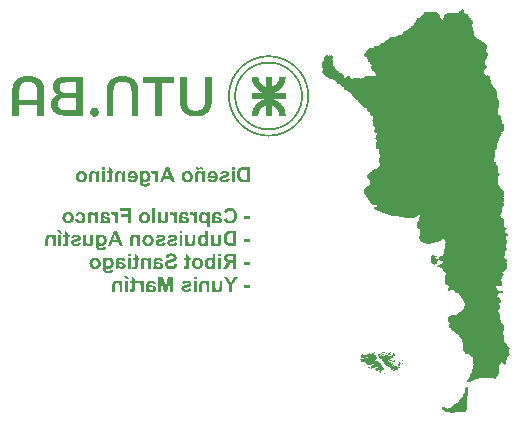
<source format=gbo>
G04*
G04 #@! TF.GenerationSoftware,Altium Limited,Altium Designer,25.4.2 (15)*
G04*
G04 Layer_Color=32896*
%FSLAX44Y44*%
%MOMM*%
G71*
G04*
G04 #@! TF.SameCoordinates,CF2555CE-50F3-4C54-A6B1-1294104F7050*
G04*
G04*
G04 #@! TF.FilePolarity,Positive*
G04*
G01*
G75*
G36*
X542792Y466535D02*
X543151D01*
Y465816D01*
X543510D01*
Y464380D01*
X543869D01*
Y464020D01*
X544229D01*
Y463661D01*
X544947D01*
Y463302D01*
X546384D01*
Y462943D01*
X546743D01*
Y462584D01*
X547102D01*
Y461865D01*
X547461D01*
Y460788D01*
X547820D01*
Y460429D01*
X548180D01*
Y460069D01*
X548539D01*
Y459710D01*
X549257D01*
Y459351D01*
X549616D01*
Y458274D01*
X549976D01*
Y457914D01*
X550335D01*
Y457555D01*
X551053D01*
Y455759D01*
X550694D01*
Y455041D01*
X550335D01*
Y452167D01*
X550694D01*
Y451090D01*
X551053D01*
Y450012D01*
X551412D01*
Y448935D01*
X551771D01*
Y447498D01*
X552131D01*
Y444984D01*
X552490D01*
Y443906D01*
X552849D01*
Y443547D01*
X553208D01*
Y443188D01*
X553927D01*
Y442829D01*
X554286D01*
Y442469D01*
X555004D01*
Y442110D01*
X555723D01*
Y441751D01*
X556082D01*
Y441392D01*
X556800D01*
Y441033D01*
X557518D01*
Y440673D01*
X558237D01*
Y440314D01*
X558596D01*
Y439955D01*
X559314D01*
Y439596D01*
X560033D01*
Y439237D01*
X560392D01*
Y438878D01*
X560751D01*
Y438518D01*
X561469D01*
Y438159D01*
X561829D01*
Y437800D01*
X562188D01*
Y437441D01*
X562547D01*
Y437082D01*
X562906D01*
Y436363D01*
X563265D01*
Y435645D01*
X563624D01*
Y435286D01*
X563265D01*
Y434208D01*
X562906D01*
Y433849D01*
X562547D01*
Y433490D01*
X562188D01*
Y432771D01*
X561829D01*
Y431694D01*
X562188D01*
Y431335D01*
X562906D01*
Y430616D01*
X563265D01*
Y430257D01*
X563624D01*
Y427743D01*
X563265D01*
Y427024D01*
X562906D01*
Y426306D01*
X562547D01*
Y425588D01*
X562188D01*
Y424869D01*
X561829D01*
Y424151D01*
X561469D01*
Y420559D01*
X561829D01*
Y420200D01*
X562188D01*
Y419482D01*
X562547D01*
Y419123D01*
X562906D01*
Y418404D01*
X562547D01*
Y417686D01*
X562188D01*
Y417327D01*
X561829D01*
Y416608D01*
X561469D01*
Y416249D01*
X561110D01*
Y415890D01*
X560751D01*
Y415531D01*
X560392D01*
Y415171D01*
X560033D01*
Y414094D01*
X560392D01*
Y413376D01*
X560751D01*
Y412657D01*
X561110D01*
Y411939D01*
X561469D01*
Y411580D01*
X562188D01*
Y410502D01*
X562547D01*
Y410861D01*
X562906D01*
Y411220D01*
X563265D01*
Y411580D01*
X563984D01*
Y411220D01*
X564343D01*
Y410861D01*
X564702D01*
Y410502D01*
X565061D01*
Y410143D01*
X565420D01*
Y409065D01*
X565780D01*
Y407269D01*
X566139D01*
Y405474D01*
X566498D01*
Y404037D01*
X566857D01*
Y403318D01*
X567216D01*
Y402959D01*
X567575D01*
Y402241D01*
X567935D01*
Y401882D01*
X568294D01*
Y401522D01*
X568653D01*
Y401163D01*
X569012D01*
Y400804D01*
X569371D01*
Y400445D01*
X569731D01*
Y400086D01*
X570090D01*
Y399726D01*
X570449D01*
Y399008D01*
X570808D01*
Y398290D01*
X571167D01*
Y396135D01*
X571526D01*
Y392543D01*
X571886D01*
Y391824D01*
X572245D01*
Y391106D01*
X572604D01*
Y390747D01*
X572963D01*
Y390388D01*
X573322D01*
Y386796D01*
X572963D01*
Y383922D01*
X572604D01*
Y382845D01*
X572245D01*
Y379612D01*
X572604D01*
Y378176D01*
X573322D01*
Y377816D01*
X573682D01*
Y377457D01*
X574041D01*
Y376739D01*
X574400D01*
Y376380D01*
X574759D01*
Y375302D01*
X575118D01*
Y373865D01*
X575477D01*
Y370274D01*
X576555D01*
Y369914D01*
X576914D01*
Y364167D01*
X576196D01*
Y363808D01*
X575477D01*
Y363449D01*
X575118D01*
Y362731D01*
X575477D01*
Y362012D01*
X575118D01*
Y361294D01*
X574759D01*
Y360935D01*
X574400D01*
Y360216D01*
X574041D01*
Y359498D01*
X573682D01*
Y358420D01*
X573322D01*
Y356265D01*
X572963D01*
Y355906D01*
X572604D01*
Y355547D01*
X572245D01*
Y354829D01*
X571886D01*
Y354469D01*
X571526D01*
Y354110D01*
X571167D01*
Y350878D01*
X571526D01*
Y349082D01*
X571167D01*
Y348722D01*
X570449D01*
Y348363D01*
X569731D01*
Y348004D01*
X569371D01*
Y345131D01*
X569731D01*
Y342616D01*
X569371D01*
Y341898D01*
X569012D01*
Y340820D01*
X568653D01*
Y338306D01*
X569012D01*
Y337947D01*
X570090D01*
Y337588D01*
X570449D01*
Y337229D01*
X570808D01*
Y335792D01*
X571167D01*
Y335074D01*
X571526D01*
Y334714D01*
X571886D01*
Y331482D01*
X572245D01*
Y328967D01*
X572604D01*
Y328608D01*
X572963D01*
Y328249D01*
X573682D01*
Y326812D01*
X572963D01*
Y326453D01*
X572604D01*
Y326094D01*
X572245D01*
Y322861D01*
X571886D01*
Y319269D01*
X572245D01*
Y318910D01*
X572963D01*
Y318551D01*
X573322D01*
Y318192D01*
X573682D01*
Y317474D01*
X574041D01*
Y315678D01*
X574400D01*
Y315318D01*
X575118D01*
Y314959D01*
X575477D01*
Y314600D01*
X575837D01*
Y314241D01*
X576196D01*
Y313882D01*
X576555D01*
Y313522D01*
X576914D01*
Y313163D01*
X577273D01*
Y312086D01*
X577633D01*
Y308853D01*
X577273D01*
Y308494D01*
X576914D01*
Y308135D01*
X576555D01*
Y307416D01*
X576914D01*
Y307057D01*
X577273D01*
Y305261D01*
X576914D01*
Y304543D01*
X576555D01*
Y303106D01*
X576914D01*
Y302747D01*
X577273D01*
Y301669D01*
X576914D01*
Y300951D01*
X576555D01*
Y300592D01*
X576196D01*
Y300233D01*
X575837D01*
Y299155D01*
X575477D01*
Y294845D01*
X575118D01*
Y294486D01*
X574759D01*
Y294126D01*
X574400D01*
Y293408D01*
X574041D01*
Y292690D01*
X574400D01*
Y291971D01*
X574759D01*
Y291612D01*
X575118D01*
Y290894D01*
X575837D01*
Y290535D01*
X576555D01*
Y290175D01*
X577273D01*
Y286224D01*
X577633D01*
Y282992D01*
X578351D01*
Y282633D01*
X578710D01*
Y282274D01*
X579069D01*
Y281914D01*
X579429D01*
Y281196D01*
X579069D01*
Y280478D01*
X578710D01*
Y280118D01*
X578351D01*
Y279759D01*
X577992D01*
Y278682D01*
X578351D01*
Y278323D01*
X579069D01*
Y277963D01*
X579788D01*
Y277604D01*
X580147D01*
Y277245D01*
X580506D01*
Y275808D01*
X579788D01*
Y275449D01*
X579429D01*
Y275090D01*
X579069D01*
Y274731D01*
X578710D01*
Y272575D01*
X579069D01*
Y271857D01*
X579429D01*
Y271139D01*
X579788D01*
Y270780D01*
X580147D01*
Y269702D01*
X579788D01*
Y269343D01*
X579429D01*
Y268984D01*
X579069D01*
Y268265D01*
X578710D01*
Y266829D01*
X579069D01*
Y265392D01*
X579429D01*
Y263955D01*
X579069D01*
Y263237D01*
X578710D01*
Y262518D01*
X578351D01*
Y260363D01*
X577992D01*
Y258927D01*
X577633D01*
Y258208D01*
X577273D01*
Y257490D01*
X576914D01*
Y256412D01*
X577992D01*
Y256053D01*
X579788D01*
Y255694D01*
X580147D01*
Y254257D01*
X579788D01*
Y253898D01*
X579429D01*
Y253539D01*
X579069D01*
Y252820D01*
X579429D01*
Y252102D01*
X579788D01*
Y251384D01*
X580147D01*
Y248869D01*
X579788D01*
Y247792D01*
X579429D01*
Y247433D01*
X579069D01*
Y247073D01*
X578710D01*
Y246714D01*
X578351D01*
Y246355D01*
X577992D01*
Y245996D01*
X577273D01*
Y245637D01*
X576914D01*
Y245278D01*
X576555D01*
Y244918D01*
X576196D01*
Y244559D01*
X575837D01*
Y244200D01*
X576196D01*
Y243841D01*
X576555D01*
Y243482D01*
X577633D01*
Y242763D01*
X577273D01*
Y242404D01*
X576914D01*
Y242045D01*
X576555D01*
Y241686D01*
X576196D01*
Y241327D01*
X575837D01*
Y240967D01*
X575477D01*
Y238812D01*
X575118D01*
Y237735D01*
X575477D01*
Y233424D01*
X574759D01*
Y233065D01*
X571167D01*
Y232706D01*
X570808D01*
Y232347D01*
X570449D01*
Y231629D01*
X570808D01*
Y231269D01*
X571167D01*
Y229473D01*
X572245D01*
Y229114D01*
X575837D01*
Y228755D01*
X576196D01*
Y227318D01*
X573682D01*
Y226959D01*
X573322D01*
Y226600D01*
X572963D01*
Y226241D01*
X572604D01*
Y225882D01*
X572245D01*
Y225522D01*
X571886D01*
Y224804D01*
X571526D01*
Y224086D01*
X572245D01*
Y223727D01*
X572963D01*
Y223367D01*
X573322D01*
Y223008D01*
X573682D01*
Y222290D01*
X574041D01*
Y220853D01*
X574400D01*
Y220135D01*
X574759D01*
Y219776D01*
X574400D01*
Y219057D01*
X574041D01*
Y218698D01*
X573682D01*
Y218339D01*
X573322D01*
Y217980D01*
X572963D01*
Y217261D01*
X573322D01*
Y216902D01*
X573682D01*
Y214029D01*
X573322D01*
Y213669D01*
X572963D01*
Y212951D01*
X572604D01*
Y210796D01*
X572963D01*
Y209718D01*
X573322D01*
Y209000D01*
X573682D01*
Y208641D01*
X574041D01*
Y207204D01*
X574400D01*
Y206486D01*
X573682D01*
Y204331D01*
X574041D01*
Y203971D01*
X574400D01*
Y203612D01*
X575118D01*
Y201457D01*
X575477D01*
Y201098D01*
X575837D01*
Y200739D01*
X576555D01*
Y200380D01*
X576914D01*
Y199661D01*
X576555D01*
Y198943D01*
X576914D01*
Y198584D01*
X577273D01*
Y197147D01*
X577633D01*
Y196069D01*
X577273D01*
Y195710D01*
X576914D01*
Y194992D01*
X576555D01*
Y194633D01*
X576196D01*
Y192118D01*
X576555D01*
Y191400D01*
X576914D01*
Y191041D01*
X577273D01*
Y186371D01*
X577633D01*
Y186012D01*
X577992D01*
Y185653D01*
X578351D01*
Y184935D01*
X578710D01*
Y184576D01*
X579069D01*
Y183857D01*
X579429D01*
Y183139D01*
X579788D01*
Y182780D01*
X580147D01*
Y182420D01*
X580506D01*
Y181702D01*
X580865D01*
Y181343D01*
X581225D01*
Y180625D01*
X581584D01*
Y180265D01*
X581943D01*
Y179906D01*
X581584D01*
Y175596D01*
X581943D01*
Y174518D01*
X581584D01*
Y173800D01*
X581225D01*
Y173441D01*
X580865D01*
Y173082D01*
X580506D01*
Y172722D01*
X580147D01*
Y172363D01*
X579788D01*
Y171645D01*
X579429D01*
Y170567D01*
X579069D01*
Y167694D01*
X578710D01*
Y166975D01*
X578351D01*
Y166616D01*
X576914D01*
Y166975D01*
X576555D01*
Y167694D01*
X576196D01*
Y168053D01*
X575837D01*
Y168412D01*
X575118D01*
Y168053D01*
X574759D01*
Y167694D01*
X574400D01*
Y167335D01*
X574041D01*
Y166975D01*
X573682D01*
Y166257D01*
X573322D01*
Y158714D01*
X572963D01*
Y158355D01*
X572604D01*
Y157996D01*
X572245D01*
Y157637D01*
X571886D01*
Y157278D01*
X571526D01*
Y156559D01*
X571167D01*
Y156200D01*
X570808D01*
Y155841D01*
X570449D01*
Y155482D01*
X570090D01*
Y154763D01*
X568653D01*
Y155122D01*
X558596D01*
Y155482D01*
X556800D01*
Y155122D01*
X555723D01*
Y154763D01*
X554645D01*
Y154404D01*
X553927D01*
Y154045D01*
X552849D01*
Y153686D01*
X551771D01*
Y153327D01*
X551053D01*
Y152967D01*
X549976D01*
Y152608D01*
X549257D01*
Y152249D01*
X545665D01*
Y152967D01*
X546025D01*
Y153327D01*
X546384D01*
Y153686D01*
X546743D01*
Y154045D01*
X547102D01*
Y154763D01*
X547461D01*
Y155122D01*
X547820D01*
Y155841D01*
X548180D01*
Y156559D01*
X548539D01*
Y157637D01*
X548898D01*
Y158355D01*
X549257D01*
Y159073D01*
X549616D01*
Y159792D01*
X549976D01*
Y161947D01*
X550335D01*
Y162665D01*
X550694D01*
Y164102D01*
X551053D01*
Y165539D01*
X551412D01*
Y165898D01*
X551771D01*
Y167335D01*
X551412D01*
Y170567D01*
X551053D01*
Y172004D01*
X550694D01*
Y172722D01*
X550335D01*
Y173082D01*
X549616D01*
Y173441D01*
X549257D01*
Y173800D01*
X548539D01*
Y174159D01*
X548180D01*
Y174518D01*
X547820D01*
Y174878D01*
X547461D01*
Y175596D01*
X547102D01*
Y176314D01*
X546743D01*
Y175955D01*
X544588D01*
Y176314D01*
X544229D01*
Y176674D01*
X543869D01*
Y177033D01*
X543510D01*
Y177392D01*
X543151D01*
Y178110D01*
X542792D01*
Y178829D01*
X542433D01*
Y185653D01*
X542074D01*
Y186731D01*
X541714D01*
Y187449D01*
X541355D01*
Y188167D01*
X540996D01*
Y188526D01*
X540637D01*
Y188886D01*
X540278D01*
Y189245D01*
X539918D01*
Y189963D01*
X539559D01*
Y190322D01*
X539200D01*
Y190682D01*
X538841D01*
Y191400D01*
X538482D01*
Y191759D01*
X538122D01*
Y192118D01*
X537763D01*
Y192478D01*
X537045D01*
Y192837D01*
X536686D01*
Y193196D01*
X535967D01*
Y193555D01*
X535608D01*
Y193914D01*
X535249D01*
Y194273D01*
X534531D01*
Y194633D01*
X534171D01*
Y195351D01*
X533453D01*
Y195710D01*
X533094D01*
Y196069D01*
X532735D01*
Y196429D01*
X532375D01*
Y196788D01*
X532016D01*
Y197147D01*
X531657D01*
Y197506D01*
X531298D01*
Y197865D01*
X530939D01*
Y198584D01*
X530580D01*
Y200380D01*
X530939D01*
Y200739D01*
X531298D01*
Y201816D01*
X530939D01*
Y202176D01*
X530580D01*
Y202535D01*
X530220D01*
Y203253D01*
X529861D01*
Y203971D01*
X529502D01*
Y205408D01*
X529861D01*
Y206126D01*
X530220D01*
Y206845D01*
X530580D01*
Y207204D01*
X530939D01*
Y207563D01*
X531298D01*
Y207922D01*
X532735D01*
Y208282D01*
X537045D01*
Y208641D01*
X537404D01*
Y209000D01*
X537763D01*
Y209359D01*
X538122D01*
Y209718D01*
X538482D01*
Y210078D01*
X538841D01*
Y210437D01*
X539200D01*
Y210796D01*
X539559D01*
Y211155D01*
X539918D01*
Y211514D01*
X540637D01*
Y211873D01*
X540996D01*
Y212233D01*
X541355D01*
Y212592D01*
X542074D01*
Y212951D01*
X542433D01*
Y213669D01*
X542792D01*
Y214029D01*
X543151D01*
Y214747D01*
X543510D01*
Y215825D01*
X543869D01*
Y218339D01*
X543510D01*
Y219776D01*
X543151D01*
Y220494D01*
X542792D01*
Y221212D01*
X542433D01*
Y221931D01*
X542074D01*
Y222290D01*
X541714D01*
Y223008D01*
X541355D01*
Y223367D01*
X540996D01*
Y224086D01*
X540637D01*
Y224804D01*
X540278D01*
Y225163D01*
X539918D01*
Y225882D01*
X539559D01*
Y226241D01*
X539200D01*
Y226600D01*
X538841D01*
Y226959D01*
X538482D01*
Y227318D01*
X535967D01*
Y228396D01*
X535608D01*
Y228755D01*
X534890D01*
Y229114D01*
X534531D01*
Y229473D01*
X531298D01*
Y229114D01*
X530220D01*
Y229473D01*
X529861D01*
Y229833D01*
X529502D01*
Y231269D01*
X530220D01*
Y231629D01*
X530580D01*
Y232706D01*
X530220D01*
Y233065D01*
X529861D01*
Y233424D01*
X529502D01*
Y233784D01*
X529143D01*
Y234143D01*
X528424D01*
Y234502D01*
X528065D01*
Y234861D01*
X527706D01*
Y235220D01*
X527347D01*
Y235580D01*
X527706D01*
Y238812D01*
X527347D01*
Y239890D01*
X526988D01*
Y240967D01*
X527347D01*
Y241686D01*
X527706D01*
Y242404D01*
X528065D01*
Y243841D01*
X527706D01*
Y244559D01*
X526988D01*
Y244918D01*
X526629D01*
Y245278D01*
X526269D01*
Y245637D01*
X525910D01*
Y247433D01*
X525551D01*
Y247792D01*
X525192D01*
Y248151D01*
X524473D01*
Y248510D01*
X523396D01*
Y248869D01*
X522318D01*
Y249229D01*
X521600D01*
Y249588D01*
X520882D01*
Y250306D01*
X521241D01*
Y250665D01*
X522318D01*
Y251024D01*
X523396D01*
Y251384D01*
X524114D01*
Y251743D01*
X524833D01*
Y252102D01*
X525192D01*
Y252461D01*
X525551D01*
Y253898D01*
X524833D01*
Y254257D01*
X523755D01*
Y254616D01*
X522677D01*
Y254975D01*
X521241D01*
Y254616D01*
X520882D01*
Y253898D01*
X520522D01*
Y253180D01*
X520163D01*
Y252102D01*
X519804D01*
Y251384D01*
X519086D01*
Y251024D01*
X517649D01*
Y251384D01*
X516931D01*
Y251743D01*
X516571D01*
Y252102D01*
X516212D01*
Y252461D01*
X515853D01*
Y253180D01*
X515494D01*
Y256412D01*
X515853D01*
Y258567D01*
X516212D01*
Y259286D01*
X516571D01*
Y259645D01*
X517649D01*
Y259286D01*
X518367D01*
Y258927D01*
X519445D01*
Y258567D01*
X520522D01*
Y257849D01*
X520163D01*
Y257490D01*
X519086D01*
Y256771D01*
X519445D01*
Y256053D01*
X522318D01*
Y256412D01*
X522677D01*
Y257131D01*
X522318D01*
Y257849D01*
X523396D01*
Y258208D01*
X524473D01*
Y258567D01*
X525192D01*
Y258927D01*
X525551D01*
Y259286D01*
X525910D01*
Y260004D01*
X526269D01*
Y260363D01*
X526629D01*
Y264314D01*
X526988D01*
Y267188D01*
X527347D01*
Y268265D01*
X527706D01*
Y269702D01*
X528065D01*
Y270780D01*
X527706D01*
Y271857D01*
X527347D01*
Y272216D01*
X526629D01*
Y272575D01*
X525192D01*
Y272216D01*
X524114D01*
Y271857D01*
X523755D01*
Y271498D01*
X522677D01*
Y271139D01*
X521959D01*
Y270780D01*
X521241D01*
Y270420D01*
X520522D01*
Y270061D01*
X519086D01*
Y269702D01*
X517649D01*
Y269343D01*
X515494D01*
Y268984D01*
X511543D01*
Y269343D01*
X509747D01*
Y269702D01*
X509029D01*
Y270061D01*
X508310D01*
Y270420D01*
X507951D01*
Y270780D01*
X507233D01*
Y271139D01*
X506874D01*
Y271498D01*
X506514D01*
Y271857D01*
X506155D01*
Y272216D01*
X505796D01*
Y273294D01*
X505437D01*
Y275090D01*
X505796D01*
Y275808D01*
X506155D01*
Y276886D01*
X506514D01*
Y278682D01*
X506155D01*
Y279400D01*
X505796D01*
Y281555D01*
X504718D01*
Y281914D01*
X504000D01*
Y282274D01*
X503641D01*
Y286584D01*
X504000D01*
Y287661D01*
X504359D01*
Y288020D01*
X504718D01*
Y288380D01*
X505078D01*
Y288739D01*
X505437D01*
Y291612D01*
X505796D01*
Y293049D01*
X506155D01*
Y293408D01*
X505078D01*
Y293049D01*
X504718D01*
Y292690D01*
X504359D01*
Y292331D01*
X504000D01*
Y291971D01*
X503282D01*
Y291612D01*
X502563D01*
Y291253D01*
X501845D01*
Y290894D01*
X500408D01*
Y290535D01*
X495380D01*
Y290894D01*
X492865D01*
Y291253D01*
X491069D01*
Y291612D01*
X488555D01*
Y291971D01*
X486400D01*
Y292331D01*
X483886D01*
Y292690D01*
X481731D01*
Y293049D01*
X480294D01*
Y293408D01*
X479216D01*
Y293767D01*
X478139D01*
Y294126D01*
X477420D01*
Y294486D01*
X476343D01*
Y294845D01*
X475265D01*
Y295204D01*
X474188D01*
Y295563D01*
X473469D01*
Y295922D01*
X472392D01*
Y296282D01*
X471674D01*
Y296641D01*
X470955D01*
Y297000D01*
X469878D01*
Y297359D01*
X469159D01*
Y297718D01*
X468441D01*
Y298078D01*
X468082D01*
Y298437D01*
X467363D01*
Y299874D01*
X468082D01*
Y300233D01*
X469518D01*
Y301310D01*
X466645D01*
Y301669D01*
X465927D01*
Y302029D01*
X465567D01*
Y302388D01*
X465208D01*
Y302747D01*
X464849D01*
Y303106D01*
X464490D01*
Y303465D01*
X464131D01*
Y304184D01*
X463771D01*
Y304543D01*
X463412D01*
Y305261D01*
X463053D01*
Y305620D01*
X462694D01*
Y306339D01*
X462335D01*
Y306698D01*
X461976D01*
Y307416D01*
X461616D01*
Y307775D01*
X461257D01*
Y308494D01*
X460898D01*
Y308853D01*
X460539D01*
Y309212D01*
X460180D01*
Y309931D01*
X459820D01*
Y310290D01*
X459461D01*
Y311367D01*
X459102D01*
Y312804D01*
X458743D01*
Y313522D01*
X459102D01*
Y314959D01*
X459461D01*
Y315678D01*
X459820D01*
Y316037D01*
X460180D01*
Y316396D01*
X460539D01*
Y316755D01*
X460898D01*
Y317114D01*
X461616D01*
Y317474D01*
X461976D01*
Y317833D01*
X462694D01*
Y318192D01*
X463053D01*
Y318551D01*
X463412D01*
Y318910D01*
X463771D01*
Y319269D01*
X464131D01*
Y321424D01*
X463771D01*
Y322502D01*
X463412D01*
Y322861D01*
X463053D01*
Y323220D01*
X462694D01*
Y323580D01*
X462335D01*
Y323939D01*
X461976D01*
Y324298D01*
X461616D01*
Y324657D01*
X461257D01*
Y326812D01*
X461616D01*
Y327171D01*
X461976D01*
Y327890D01*
X462335D01*
Y328249D01*
X462694D01*
Y328608D01*
X463053D01*
Y328967D01*
X463771D01*
Y329327D01*
X464131D01*
Y329686D01*
X464490D01*
Y330045D01*
X465208D01*
Y330404D01*
X465567D01*
Y330763D01*
X465927D01*
Y331123D01*
X466645D01*
Y331482D01*
X467004D01*
Y331841D01*
X467723D01*
Y332200D01*
X468800D01*
Y332559D01*
X469878D01*
Y332918D01*
X470596D01*
Y333278D01*
X470955D01*
Y333637D01*
X471314D01*
Y333996D01*
X471674D01*
Y334714D01*
X472033D01*
Y335433D01*
X472392D01*
Y336869D01*
X472033D01*
Y337229D01*
X471674D01*
Y337947D01*
X471314D01*
Y341180D01*
X471674D01*
Y341898D01*
X472033D01*
Y345131D01*
X471674D01*
Y348004D01*
X471314D01*
Y348722D01*
X470955D01*
Y349082D01*
X470596D01*
Y349441D01*
X469159D01*
Y355188D01*
X469518D01*
Y356624D01*
X469159D01*
Y356984D01*
X468800D01*
Y357702D01*
X468441D01*
Y358061D01*
X468800D01*
Y358780D01*
X469159D01*
Y359857D01*
X468800D01*
Y360935D01*
X469159D01*
Y361294D01*
X469518D01*
Y362731D01*
X468441D01*
Y363090D01*
X468082D01*
Y363449D01*
X467723D01*
Y363808D01*
X467363D01*
Y365245D01*
X467723D01*
Y366682D01*
X468082D01*
Y367400D01*
X467723D01*
Y367759D01*
X467363D01*
Y368118D01*
X467004D01*
Y368478D01*
X466645D01*
Y372069D01*
X466286D01*
Y372429D01*
X465927D01*
Y373865D01*
X466286D01*
Y374943D01*
X466645D01*
Y376380D01*
X466286D01*
Y376739D01*
X465567D01*
Y377098D01*
X465208D01*
Y377457D01*
X464849D01*
Y377816D01*
X464490D01*
Y378176D01*
X464131D01*
Y379971D01*
X463412D01*
Y380331D01*
X462335D01*
Y380690D01*
X461976D01*
Y381049D01*
X461616D01*
Y381767D01*
X461257D01*
Y383204D01*
X460898D01*
Y383563D01*
X460539D01*
Y383922D01*
X458743D01*
Y384282D01*
X458384D01*
Y384641D01*
X458024D01*
Y385359D01*
X457665D01*
Y385718D01*
X456947D01*
Y386078D01*
X456588D01*
Y386437D01*
X455869D01*
Y386796D01*
X455510D01*
Y387155D01*
X455151D01*
Y387873D01*
X454792D01*
Y388233D01*
X454433D01*
Y388951D01*
X454073D01*
Y389669D01*
X453714D01*
Y390029D01*
X453355D01*
Y390388D01*
X452637D01*
Y390747D01*
X452278D01*
Y391106D01*
X451559D01*
Y391465D01*
X451200D01*
Y391824D01*
X450841D01*
Y392184D01*
X450482D01*
Y392543D01*
X450122D01*
Y392902D01*
X449763D01*
Y393620D01*
X449404D01*
Y393980D01*
X448326D01*
Y395416D01*
X447967D01*
Y395775D01*
X447608D01*
Y396494D01*
X447249D01*
Y396853D01*
X446531D01*
Y397212D01*
X446171D01*
Y397571D01*
X445453D01*
Y397931D01*
X445094D01*
Y398290D01*
X444375D01*
Y398649D01*
X443657D01*
Y399008D01*
X442939D01*
Y399367D01*
X442220D01*
Y399726D01*
X441861D01*
Y400445D01*
X442220D01*
Y400804D01*
X442580D01*
Y401163D01*
X442220D01*
Y401522D01*
X441502D01*
Y401882D01*
X440065D01*
Y402241D01*
X439347D01*
Y402600D01*
X438988D01*
Y402959D01*
X438629D01*
Y403678D01*
X438269D01*
Y404037D01*
X436833D01*
Y404396D01*
X436114D01*
Y404755D01*
X435755D01*
Y405474D01*
X435396D01*
Y406192D01*
X435037D01*
Y406551D01*
X434678D01*
Y406910D01*
X434318D01*
Y407269D01*
X433600D01*
Y407629D01*
X432523D01*
Y407988D01*
X431445D01*
Y408347D01*
X430727D01*
Y408706D01*
X428931D01*
Y409065D01*
X428571D01*
Y409425D01*
X428212D01*
Y410143D01*
X426776D01*
Y410502D01*
X426057D01*
Y410861D01*
X425698D01*
Y411220D01*
X425339D01*
Y411580D01*
X424980D01*
Y411939D01*
X424620D01*
Y412298D01*
X424261D01*
Y412657D01*
X423902D01*
Y413735D01*
X423543D01*
Y415171D01*
X423902D01*
Y417686D01*
X423543D01*
Y418404D01*
X423184D01*
Y419123D01*
X422825D01*
Y420200D01*
X423184D01*
Y421996D01*
X423543D01*
Y423074D01*
X423902D01*
Y423433D01*
X424261D01*
Y423792D01*
X424620D01*
Y425947D01*
X424980D01*
Y427384D01*
X425339D01*
Y427743D01*
X426416D01*
Y428102D01*
X426776D01*
Y428461D01*
X428571D01*
Y428102D01*
X429290D01*
Y428461D01*
X429649D01*
Y428102D01*
X430008D01*
Y427743D01*
X430727D01*
Y428102D01*
X431086D01*
Y428461D01*
X431804D01*
Y427743D01*
X432163D01*
Y427024D01*
X432523D01*
Y426665D01*
X432163D01*
Y425588D01*
X431804D01*
Y424510D01*
X432163D01*
Y424151D01*
X432523D01*
Y420200D01*
X432882D01*
Y419482D01*
X433241D01*
Y418763D01*
X433600D01*
Y418404D01*
X433959D01*
Y417327D01*
X434318D01*
Y416967D01*
X435037D01*
Y416249D01*
X435396D01*
Y415890D01*
X435755D01*
Y415531D01*
X436833D01*
Y414812D01*
X437192D01*
Y414094D01*
X437910D01*
Y413735D01*
X439706D01*
Y413376D01*
X440065D01*
Y413016D01*
X440424D01*
Y412657D01*
X440784D01*
Y412298D01*
X441143D01*
Y411939D01*
X441502D01*
Y409784D01*
X441861D01*
Y409425D01*
X442220D01*
Y409065D01*
X443298D01*
Y409425D01*
X443657D01*
Y410143D01*
X444375D01*
Y410502D01*
X445453D01*
Y410861D01*
X445812D01*
Y410502D01*
X446890D01*
Y410143D01*
X447249D01*
Y409425D01*
X447608D01*
Y408706D01*
X447967D01*
Y407988D01*
X448326D01*
Y407629D01*
X448686D01*
Y407988D01*
X449045D01*
Y408347D01*
X449404D01*
Y408706D01*
X449763D01*
Y409065D01*
X451559D01*
Y408706D01*
X452278D01*
Y409065D01*
X452637D01*
Y409425D01*
X454433D01*
Y409065D01*
X455510D01*
Y408706D01*
X456229D01*
Y409065D01*
X457665D01*
Y409425D01*
X458384D01*
Y409784D01*
X459102D01*
Y410143D01*
X459820D01*
Y410502D01*
X460898D01*
Y410861D01*
X463412D01*
Y411220D01*
X465208D01*
Y410861D01*
X468800D01*
Y412657D01*
X468082D01*
Y413016D01*
X467723D01*
Y414094D01*
X467363D01*
Y414453D01*
X467004D01*
Y414812D01*
X466286D01*
Y415171D01*
X465927D01*
Y415531D01*
X465567D01*
Y416249D01*
X465208D01*
Y416608D01*
X464849D01*
Y419482D01*
X465208D01*
Y420200D01*
X464849D01*
Y420918D01*
X464131D01*
Y421278D01*
X463771D01*
Y422355D01*
X463412D01*
Y422714D01*
X462694D01*
Y423074D01*
X462335D01*
Y423433D01*
X461976D01*
Y425229D01*
X461616D01*
Y426306D01*
X461257D01*
Y426665D01*
X460898D01*
Y427024D01*
X460539D01*
Y427384D01*
X459820D01*
Y427743D01*
X459461D01*
Y428102D01*
X459102D01*
Y428820D01*
X458743D01*
Y429539D01*
X459102D01*
Y429898D01*
X459461D01*
Y430257D01*
X459820D01*
Y430616D01*
X460180D01*
Y431335D01*
X460539D01*
Y431694D01*
X460898D01*
Y432412D01*
X461257D01*
Y432771D01*
X461616D01*
Y433131D01*
X461976D01*
Y433490D01*
X462335D01*
Y433849D01*
X463053D01*
Y434208D01*
X463412D01*
Y434567D01*
X464131D01*
Y434926D01*
X465927D01*
Y434567D01*
X467004D01*
Y434926D01*
X467363D01*
Y436004D01*
X468082D01*
Y436363D01*
X470596D01*
Y436722D01*
X471314D01*
Y437082D01*
X472033D01*
Y437441D01*
X472392D01*
Y437800D01*
X473110D01*
Y438159D01*
X473469D01*
Y438518D01*
X473829D01*
Y438878D01*
X474547D01*
Y439237D01*
X475265D01*
Y439596D01*
X475625D01*
Y439955D01*
X476343D01*
Y440314D01*
X477061D01*
Y440673D01*
X477420D01*
Y441033D01*
X478139D01*
Y441392D01*
X478498D01*
Y441751D01*
X478857D01*
Y442110D01*
X479576D01*
Y442469D01*
X479935D01*
Y442829D01*
X480294D01*
Y443188D01*
X480653D01*
Y443547D01*
X481371D01*
Y443906D01*
X482090D01*
Y444265D01*
X485682D01*
Y444624D01*
X486759D01*
Y444984D01*
X487478D01*
Y445343D01*
X488196D01*
Y445702D01*
X490710D01*
Y446061D01*
X491429D01*
Y446780D01*
X491788D01*
Y447139D01*
X492147D01*
Y448216D01*
X492506D01*
Y448576D01*
X492865D01*
Y448935D01*
X493943D01*
Y449294D01*
X494302D01*
Y449653D01*
X494661D01*
Y450012D01*
X496098D01*
Y450731D01*
X496457D01*
Y451090D01*
X497175D01*
Y451449D01*
X497894D01*
Y451808D01*
X498253D01*
Y452527D01*
X498612D01*
Y452886D01*
X498971D01*
Y453245D01*
X499331D01*
Y453604D01*
X500049D01*
Y453963D01*
X500767D01*
Y454322D01*
X501127D01*
Y455041D01*
X501486D01*
Y455759D01*
X501845D01*
Y456478D01*
X502204D01*
Y456837D01*
X502563D01*
Y457555D01*
X502922D01*
Y457914D01*
X503282D01*
Y458633D01*
X503641D01*
Y458992D01*
X504000D01*
Y459710D01*
X504718D01*
Y460069D01*
X505078D01*
Y460429D01*
X505796D01*
Y460788D01*
X506514D01*
Y461147D01*
X506874D01*
Y461506D01*
X507233D01*
Y461865D01*
X507951D01*
Y462225D01*
X508310D01*
Y462584D01*
X508669D01*
Y463302D01*
X509029D01*
Y463661D01*
X509388D01*
Y464380D01*
X509747D01*
Y465098D01*
X512620D01*
Y465457D01*
X517649D01*
Y465098D01*
X518008D01*
Y464739D01*
X518727D01*
Y465098D01*
X520882D01*
Y464380D01*
X521241D01*
Y464020D01*
X521600D01*
Y463661D01*
X521959D01*
Y463302D01*
X522318D01*
Y462584D01*
X522677D01*
Y460788D01*
X523037D01*
Y460069D01*
X523396D01*
Y459710D01*
X523755D01*
Y459351D01*
X524114D01*
Y458992D01*
X524473D01*
Y457555D01*
X524833D01*
Y457914D01*
X525192D01*
Y458633D01*
X525551D01*
Y460429D01*
X526269D01*
Y461147D01*
X526629D01*
Y462584D01*
X526988D01*
Y462943D01*
X527347D01*
Y463302D01*
X527706D01*
Y463661D01*
X528784D01*
Y464020D01*
X529143D01*
Y464380D01*
X538841D01*
Y465457D01*
X539200D01*
Y465816D01*
X539559D01*
Y466175D01*
X540996D01*
Y466535D01*
X541355D01*
Y466894D01*
X542074D01*
Y467253D01*
X542792D01*
Y466535D01*
D02*
G37*
G36*
X329695Y386949D02*
X329553D01*
Y386102D01*
X329412D01*
Y385396D01*
X329271D01*
Y384831D01*
X329130D01*
Y384407D01*
X328988D01*
Y383984D01*
X328847D01*
Y383560D01*
X328706D01*
Y383278D01*
X328565D01*
Y382995D01*
X328424D01*
Y382713D01*
X328282D01*
Y382430D01*
X328141D01*
Y382148D01*
X328000D01*
Y382007D01*
X327859D01*
Y381724D01*
X327718D01*
Y381583D01*
X327576D01*
Y381301D01*
X327435D01*
Y381159D01*
X327294D01*
Y381018D01*
X327153D01*
Y380736D01*
X327011D01*
Y380594D01*
X326870D01*
Y380453D01*
X326729D01*
Y380312D01*
X326588D01*
Y380171D01*
X326447D01*
Y380029D01*
X326305D01*
Y379888D01*
X326164D01*
Y379747D01*
X326023D01*
Y379606D01*
X325882D01*
Y379465D01*
X325741D01*
Y379324D01*
X325458D01*
Y379182D01*
X325317D01*
Y379041D01*
X325176D01*
Y378900D01*
X324893D01*
Y378759D01*
X324752D01*
Y378617D01*
X324470D01*
Y378476D01*
X324187D01*
Y378335D01*
X324046D01*
Y378194D01*
X323764D01*
Y378052D01*
X323481D01*
Y377911D01*
X323199D01*
Y377770D01*
X322775D01*
Y377629D01*
X322351D01*
Y377488D01*
X322069D01*
Y377346D01*
X321504D01*
Y377205D01*
X321081D01*
Y377064D01*
X320516D01*
Y376923D01*
X319809D01*
Y376782D01*
X318821D01*
Y376640D01*
X313737D01*
Y376782D01*
X312749D01*
Y376923D01*
X312043D01*
Y377064D01*
X311619D01*
Y377205D01*
X311054D01*
Y377346D01*
X310630D01*
Y377488D01*
X310207D01*
Y377629D01*
X309783D01*
Y377770D01*
X309501D01*
Y377911D01*
X309218D01*
Y378052D01*
X308936D01*
Y378194D01*
X308654D01*
Y378335D01*
X308371D01*
Y378476D01*
X308089D01*
Y378617D01*
X307948D01*
Y378759D01*
X307665D01*
Y378900D01*
X307524D01*
Y379041D01*
X307241D01*
Y379182D01*
X307100D01*
Y379324D01*
X306959D01*
Y379465D01*
X306818D01*
Y379606D01*
X306535D01*
Y379747D01*
X306394D01*
Y379888D01*
X306253D01*
Y380029D01*
X306112D01*
Y380171D01*
X305970D01*
Y380312D01*
X305829D01*
Y380453D01*
X305688D01*
Y380736D01*
X305547D01*
Y380877D01*
X305406D01*
Y381018D01*
X305264D01*
Y381159D01*
X305123D01*
Y381301D01*
X304982D01*
Y381583D01*
X304841D01*
Y381865D01*
X304699D01*
Y382007D01*
X304558D01*
Y382289D01*
X304417D01*
Y382430D01*
X304276D01*
Y382854D01*
X304135D01*
Y383136D01*
X303993D01*
Y383419D01*
X303852D01*
Y383842D01*
X303711D01*
Y384125D01*
X303570D01*
Y384548D01*
X303429D01*
Y385113D01*
X303287D01*
Y385819D01*
X303146D01*
Y386384D01*
X303005D01*
Y387655D01*
X302864D01*
Y410108D01*
X308512D01*
Y409967D01*
X308654D01*
Y388079D01*
X308795D01*
Y386949D01*
X308936D01*
Y386384D01*
X309077D01*
Y385819D01*
X309218D01*
Y385396D01*
X309360D01*
Y385113D01*
X309501D01*
Y384831D01*
X309642D01*
Y384548D01*
X309783D01*
Y384266D01*
X309925D01*
Y383984D01*
X310066D01*
Y383842D01*
X310207D01*
Y383701D01*
X310348D01*
Y383560D01*
X310489D01*
Y383419D01*
X310630D01*
Y383278D01*
X310772D01*
Y383136D01*
X310913D01*
Y382995D01*
X311054D01*
Y382854D01*
X311337D01*
Y382713D01*
X311478D01*
Y382571D01*
X311760D01*
Y382430D01*
X312043D01*
Y382289D01*
X312325D01*
Y382148D01*
X312608D01*
Y382007D01*
X313031D01*
Y381865D01*
X313596D01*
Y381724D01*
X314161D01*
Y381583D01*
X315856D01*
Y381442D01*
X316985D01*
Y381583D01*
X318397D01*
Y381724D01*
X319104D01*
Y381865D01*
X319668D01*
Y382007D01*
X319951D01*
Y382148D01*
X320374D01*
Y382289D01*
X320657D01*
Y382430D01*
X320939D01*
Y382571D01*
X321081D01*
Y382713D01*
X321363D01*
Y382854D01*
X321504D01*
Y382995D01*
X321786D01*
Y383278D01*
X322069D01*
Y383560D01*
X322351D01*
Y383842D01*
X322493D01*
Y383984D01*
X322634D01*
Y384125D01*
X322775D01*
Y384407D01*
X322916D01*
Y384690D01*
X323058D01*
Y384972D01*
X323199D01*
Y385255D01*
X323340D01*
Y385678D01*
X323481D01*
Y386102D01*
X323622D01*
Y386667D01*
X323764D01*
Y387514D01*
X323905D01*
Y389208D01*
X324046D01*
Y410108D01*
X329695D01*
Y386949D01*
D02*
G37*
G36*
X298062Y409967D02*
X298204D01*
Y406013D01*
X298062D01*
Y405872D01*
X298204D01*
Y405589D01*
X298062D01*
Y405448D01*
X298204D01*
Y405307D01*
X298062D01*
Y405166D01*
X287754D01*
Y377346D01*
X282105D01*
Y405025D01*
X281964D01*
Y405166D01*
X271655D01*
Y410108D01*
X298062D01*
Y409967D01*
D02*
G37*
G36*
X255839Y410673D02*
X257110D01*
Y410532D01*
X257957D01*
Y410391D01*
X258663D01*
Y410250D01*
X259087D01*
Y410108D01*
X259652D01*
Y409967D01*
X260075D01*
Y409826D01*
X260499D01*
Y409685D01*
X260782D01*
Y409543D01*
X261064D01*
Y409402D01*
X261346D01*
Y409261D01*
X261629D01*
Y409120D01*
X261911D01*
Y408979D01*
X262194D01*
Y408837D01*
X262476D01*
Y408696D01*
X262617D01*
Y408555D01*
X262900D01*
Y408414D01*
X263041D01*
Y408273D01*
X263182D01*
Y408131D01*
X263465D01*
Y407990D01*
X263606D01*
Y407849D01*
X263747D01*
Y407708D01*
X263888D01*
Y407566D01*
X264030D01*
Y407425D01*
X264312D01*
Y407284D01*
X264453D01*
Y407002D01*
X264594D01*
Y406860D01*
X264736D01*
Y406719D01*
X264877D01*
Y406578D01*
X265018D01*
Y406437D01*
X265159D01*
Y406154D01*
X265442D01*
Y405872D01*
X265583D01*
Y405589D01*
X265724D01*
Y405448D01*
X265865D01*
Y405166D01*
X266007D01*
Y405025D01*
X266148D01*
Y404601D01*
X266289D01*
Y404319D01*
X266430D01*
Y404036D01*
X266571D01*
Y403754D01*
X266713D01*
Y403330D01*
X266854D01*
Y402906D01*
X266995D01*
Y402483D01*
X267136D01*
Y401918D01*
X267278D01*
Y401212D01*
X267419D01*
Y400223D01*
X267560D01*
Y377346D01*
X261911D01*
Y398246D01*
X261770D01*
Y399941D01*
X261629D01*
Y400647D01*
X261488D01*
Y401212D01*
X261346D01*
Y401636D01*
X261205D01*
Y402059D01*
X261064D01*
Y402341D01*
X260923D01*
Y402765D01*
X260782D01*
Y402906D01*
X260640D01*
Y403189D01*
X260499D01*
Y403330D01*
X260358D01*
Y403613D01*
X260217D01*
Y403754D01*
X260075D01*
Y403895D01*
X259934D01*
Y404036D01*
X259793D01*
Y404177D01*
X259652D01*
Y404319D01*
X259511D01*
Y404460D01*
X259370D01*
Y404601D01*
X259087D01*
Y404742D01*
X258805D01*
Y404883D01*
X258663D01*
Y405025D01*
X258240D01*
Y405166D01*
X257957D01*
Y405307D01*
X257675D01*
Y405448D01*
X257110D01*
Y405589D01*
X256545D01*
Y405731D01*
X255557D01*
Y405872D01*
X252591D01*
Y405731D01*
X251885D01*
Y405589D01*
X251179D01*
Y405448D01*
X250755D01*
Y405307D01*
X250332D01*
Y405166D01*
X250049D01*
Y405025D01*
X249767D01*
Y404883D01*
X249484D01*
Y404742D01*
X249202D01*
Y404601D01*
X249061D01*
Y404460D01*
X248920D01*
Y404319D01*
X248778D01*
Y404177D01*
X248496D01*
Y404036D01*
X248355D01*
Y403895D01*
X248214D01*
Y403754D01*
X248072D01*
Y403471D01*
X247931D01*
Y403330D01*
X247790D01*
Y403048D01*
X247649D01*
Y402906D01*
X247507D01*
Y402624D01*
X247366D01*
Y402341D01*
X247225D01*
Y401918D01*
X247084D01*
Y401636D01*
X246943D01*
Y401071D01*
X246801D01*
Y400506D01*
X246660D01*
Y399376D01*
X246519D01*
Y377488D01*
X246378D01*
Y377346D01*
X240729D01*
Y397117D01*
Y397258D01*
Y399800D01*
X240870D01*
Y400929D01*
X241012D01*
Y401636D01*
X241153D01*
Y402341D01*
X241294D01*
Y402765D01*
X241435D01*
Y403189D01*
X241576D01*
Y403613D01*
X241718D01*
Y403895D01*
X241859D01*
Y404319D01*
X242000D01*
Y404601D01*
X242141D01*
Y404883D01*
X242282D01*
Y405025D01*
X242424D01*
Y405448D01*
X242565D01*
Y405589D01*
X242706D01*
Y405731D01*
X242847D01*
Y406013D01*
X242988D01*
Y406154D01*
X243130D01*
Y406296D01*
X243271D01*
Y406578D01*
X243412D01*
Y406719D01*
X243553D01*
Y406860D01*
X243695D01*
Y407002D01*
X243836D01*
Y407143D01*
X243977D01*
Y407284D01*
X244118D01*
Y407425D01*
X244259D01*
Y407566D01*
X244401D01*
Y407708D01*
X244542D01*
Y407849D01*
X244683D01*
Y407990D01*
X244965D01*
Y408131D01*
X245107D01*
Y408273D01*
X245248D01*
Y408414D01*
X245530D01*
Y408555D01*
X245672D01*
Y408696D01*
X245813D01*
Y408837D01*
X246095D01*
Y408979D01*
X246378D01*
Y409120D01*
X246660D01*
Y409261D01*
X246943D01*
Y409402D01*
X247225D01*
Y409543D01*
X247507D01*
Y409685D01*
X247931D01*
Y409826D01*
X248355D01*
Y409967D01*
X248778D01*
Y410108D01*
X249202D01*
Y410250D01*
X249767D01*
Y410391D01*
X250332D01*
Y410532D01*
X251179D01*
Y410673D01*
X252450D01*
Y410814D01*
X255839D01*
Y410673D01*
D02*
G37*
G36*
X220959Y409967D02*
X221100D01*
Y403754D01*
Y403613D01*
Y377488D01*
X220959D01*
Y377346D01*
X203872D01*
Y377488D01*
X202318D01*
Y377629D01*
X201895D01*
Y377770D01*
X201048D01*
Y377911D01*
X200624D01*
Y378052D01*
X199918D01*
Y378194D01*
X199777D01*
Y378335D01*
X199212D01*
Y378617D01*
X198647D01*
Y378759D01*
X198223D01*
Y378900D01*
X198082D01*
Y379041D01*
X197941D01*
Y379182D01*
X197659D01*
Y379324D01*
X197517D01*
Y379465D01*
X197235D01*
Y379606D01*
X197094D01*
Y379747D01*
X196811D01*
Y380029D01*
X196529D01*
Y380171D01*
X196388D01*
Y380312D01*
X196105D01*
Y380594D01*
X195964D01*
Y380736D01*
X195823D01*
Y380877D01*
X195681D01*
Y381159D01*
X195399D01*
Y381442D01*
X195258D01*
Y381583D01*
X195117D01*
Y381865D01*
X194975D01*
Y382148D01*
X194834D01*
Y382289D01*
X194693D01*
Y382571D01*
X194552D01*
Y383136D01*
X194410D01*
Y383419D01*
X194269D01*
Y383842D01*
X194128D01*
Y384407D01*
X193987D01*
Y385255D01*
X193846D01*
Y387796D01*
X193987D01*
Y388785D01*
X194128D01*
Y389350D01*
X194269D01*
Y389915D01*
X194410D01*
Y390197D01*
X194552D01*
Y390621D01*
X194693D01*
Y391044D01*
X194975D01*
Y391468D01*
X195117D01*
Y391609D01*
X195258D01*
Y391892D01*
X195399D01*
Y392174D01*
X195540D01*
Y392315D01*
X195681D01*
Y392457D01*
X195823D01*
Y392598D01*
X195964D01*
Y392880D01*
X196105D01*
Y393021D01*
X196388D01*
Y393163D01*
X196529D01*
Y393304D01*
X196811D01*
Y393586D01*
X196952D01*
Y393727D01*
X197235D01*
Y393869D01*
X197517D01*
Y394010D01*
X197659D01*
Y394151D01*
X198082D01*
Y394292D01*
X198223D01*
Y394434D01*
X198647D01*
Y394575D01*
X198929D01*
Y394716D01*
X199636D01*
Y394857D01*
X199918D01*
Y394998D01*
X199636D01*
Y395281D01*
X199071D01*
Y395422D01*
X198929D01*
Y395563D01*
X198647D01*
Y395704D01*
X198365D01*
Y395987D01*
X198082D01*
Y396128D01*
X197941D01*
Y396410D01*
X197517D01*
Y396693D01*
X197235D01*
Y396975D01*
X197094D01*
Y397117D01*
X196952D01*
Y397258D01*
X196811D01*
Y397399D01*
X196670D01*
Y397540D01*
X196529D01*
Y397823D01*
X196388D01*
Y398105D01*
X196246D01*
Y398246D01*
X196105D01*
Y398529D01*
X195964D01*
Y398952D01*
X195823D01*
Y399235D01*
X195681D01*
Y399659D01*
X195540D01*
Y400364D01*
X195399D01*
Y403754D01*
X195540D01*
Y404319D01*
X195681D01*
Y405025D01*
X195823D01*
Y405166D01*
X195964D01*
Y405589D01*
X196105D01*
Y406013D01*
X196246D01*
Y406154D01*
X196388D01*
Y406437D01*
X196529D01*
Y406578D01*
X196670D01*
Y406860D01*
X196811D01*
Y407002D01*
X196952D01*
Y407284D01*
X197235D01*
Y407425D01*
X197376D01*
Y407708D01*
X197659D01*
Y407849D01*
X197800D01*
Y407990D01*
X197941D01*
Y408131D01*
X198082D01*
Y408273D01*
X198223D01*
Y408414D01*
X198506D01*
Y408555D01*
X198929D01*
Y408837D01*
X199353D01*
Y408979D01*
X199494D01*
Y409120D01*
X200059D01*
Y409261D01*
X200200D01*
Y409402D01*
X200483D01*
Y409543D01*
X201048D01*
Y409685D01*
X201754D01*
Y409826D01*
X202177D01*
Y409967D01*
X203872D01*
Y410108D01*
X220959D01*
Y409967D01*
D02*
G37*
G36*
X176900Y410673D02*
X177323D01*
Y410532D01*
X178736D01*
Y410250D01*
X179865D01*
Y409967D01*
X180713D01*
Y409685D01*
X181278D01*
Y409543D01*
X181560D01*
Y409402D01*
X181842D01*
Y409261D01*
X181984D01*
Y409120D01*
X182548D01*
Y408979D01*
X182690D01*
Y408837D01*
X182972D01*
Y408555D01*
X183396D01*
Y408273D01*
X183819D01*
Y407990D01*
X184102D01*
Y407708D01*
X184384D01*
Y407425D01*
X184667D01*
Y407284D01*
X184808D01*
Y407143D01*
X184949D01*
Y406860D01*
X185231D01*
Y406578D01*
X185514D01*
Y406296D01*
X185796D01*
Y406013D01*
X185938D01*
Y405731D01*
X186079D01*
Y405448D01*
X186220D01*
Y405166D01*
X186502D01*
Y404883D01*
X186644D01*
Y404319D01*
X186785D01*
Y404036D01*
X186926D01*
Y403895D01*
X187067D01*
Y403613D01*
X187208D01*
Y402906D01*
X187491D01*
Y402059D01*
X187632D01*
Y401494D01*
X187773D01*
Y400647D01*
X187915D01*
Y377205D01*
X182407D01*
Y377346D01*
X182266D01*
Y377488D01*
X182125D01*
Y385678D01*
X182266D01*
Y385819D01*
X182125D01*
Y385961D01*
X166874D01*
Y377205D01*
X161084D01*
Y400506D01*
X161225D01*
Y401212D01*
X161366D01*
Y401777D01*
X161507D01*
Y402341D01*
X161649D01*
Y402906D01*
X161790D01*
Y403471D01*
X161931D01*
Y403754D01*
X162072D01*
Y404177D01*
X162213D01*
Y404460D01*
X162355D01*
Y404601D01*
X162496D01*
Y404883D01*
X162637D01*
Y405307D01*
X162778D01*
Y405448D01*
X162920D01*
Y405731D01*
X163061D01*
Y406013D01*
X163343D01*
Y406296D01*
X163484D01*
Y406578D01*
X163767D01*
Y406860D01*
X164049D01*
Y407143D01*
X164191D01*
Y407284D01*
X164473D01*
Y407566D01*
X164614D01*
Y407708D01*
X164897D01*
Y407990D01*
X165179D01*
Y408131D01*
X165320D01*
Y408273D01*
X165603D01*
Y408555D01*
X166026D01*
Y408837D01*
X166450D01*
Y409120D01*
X167015D01*
Y409261D01*
X167297D01*
Y409402D01*
X167580D01*
Y409543D01*
X167862D01*
Y409685D01*
X168286D01*
Y409826D01*
X168427D01*
Y409967D01*
X168992D01*
Y410108D01*
X169274D01*
Y410250D01*
X170121D01*
Y410391D01*
X170263D01*
Y410532D01*
X171675D01*
Y410673D01*
X172240D01*
Y410814D01*
X176900D01*
Y410673D01*
D02*
G37*
G36*
X231691Y383560D02*
X232256D01*
Y383419D01*
X232397D01*
Y383278D01*
X232680D01*
Y383136D01*
X232821D01*
Y382995D01*
X233103D01*
Y382854D01*
X233245D01*
Y382713D01*
X233386D01*
Y382430D01*
X233668D01*
Y382148D01*
X233810D01*
Y381865D01*
X233951D01*
Y381583D01*
X234092D01*
Y381301D01*
X234233D01*
Y380594D01*
X234374D01*
Y379606D01*
X234233D01*
Y378900D01*
X234092D01*
Y378476D01*
X233951D01*
Y378194D01*
X233810D01*
Y377911D01*
X233527D01*
Y377629D01*
X233386D01*
Y377488D01*
X233245D01*
Y377346D01*
X233103D01*
Y377205D01*
X232821D01*
Y377064D01*
X232680D01*
Y376923D01*
X232397D01*
Y376782D01*
X232256D01*
Y376640D01*
X231691D01*
Y376499D01*
X229714D01*
Y376640D01*
X229291D01*
Y376782D01*
X229008D01*
Y376923D01*
X228726D01*
Y377064D01*
X228585D01*
Y377205D01*
X228443D01*
Y377346D01*
X228161D01*
Y377488D01*
X228020D01*
Y377629D01*
X227878D01*
Y377770D01*
X227737D01*
Y378052D01*
X227596D01*
Y378194D01*
X227455D01*
Y378476D01*
X227314D01*
Y378759D01*
X227172D01*
Y379324D01*
X227031D01*
Y380877D01*
X227172D01*
Y381301D01*
X227314D01*
Y381724D01*
X227455D01*
Y381865D01*
X227596D01*
Y382148D01*
X227737D01*
Y382430D01*
X228020D01*
Y382713D01*
X228161D01*
Y382854D01*
X228302D01*
Y382995D01*
X228585D01*
Y383136D01*
X228726D01*
Y383278D01*
X228867D01*
Y383419D01*
X229291D01*
Y383560D01*
X229714D01*
Y383701D01*
X231691D01*
Y383560D01*
D02*
G37*
G36*
X380250Y428184D02*
X381662D01*
Y428043D01*
X382791D01*
Y427901D01*
X383639D01*
Y427760D01*
X384486D01*
Y427619D01*
X385192D01*
Y427478D01*
X385898D01*
Y427337D01*
X386463D01*
Y427195D01*
X387028D01*
Y427054D01*
X387452D01*
Y426913D01*
X387875D01*
Y426772D01*
X388440D01*
Y426631D01*
X388864D01*
Y426489D01*
X389287D01*
Y426348D01*
X389570D01*
Y426207D01*
X389993D01*
Y426066D01*
X390417D01*
Y425924D01*
X390700D01*
Y425783D01*
X391123D01*
Y425642D01*
X391406D01*
Y425501D01*
X391688D01*
Y425360D01*
X392112D01*
Y425218D01*
X392394D01*
Y425077D01*
X392677D01*
Y424936D01*
X392959D01*
Y424795D01*
X393241D01*
Y424654D01*
X393524D01*
Y424512D01*
X393806D01*
Y424371D01*
X394089D01*
Y424230D01*
X394371D01*
Y424089D01*
X394654D01*
Y423947D01*
X394795D01*
Y423806D01*
X395077D01*
Y423665D01*
X395360D01*
Y423524D01*
X395501D01*
Y423383D01*
X395783D01*
Y423241D01*
X396066D01*
Y423100D01*
X396207D01*
Y422959D01*
X396489D01*
Y422818D01*
X396631D01*
Y422677D01*
X396913D01*
Y422535D01*
X397054D01*
Y422394D01*
X397337D01*
Y422253D01*
X397478D01*
Y422112D01*
X397760D01*
Y421970D01*
X397901D01*
Y421829D01*
X398043D01*
Y421688D01*
X398325D01*
Y421547D01*
X398466D01*
Y421406D01*
X398608D01*
Y421264D01*
X398890D01*
Y421123D01*
X399031D01*
Y420982D01*
X399172D01*
Y420841D01*
X399455D01*
Y420700D01*
X399596D01*
Y420558D01*
X399737D01*
Y420417D01*
X399879D01*
Y420276D01*
X400020D01*
Y420135D01*
X400302D01*
Y419993D01*
X400443D01*
Y419852D01*
X400585D01*
Y419711D01*
X400726D01*
Y419570D01*
X400867D01*
Y419429D01*
X401008D01*
Y419287D01*
X401149D01*
Y419146D01*
X401432D01*
Y418864D01*
X401714D01*
Y418722D01*
X401856D01*
Y418581D01*
X401997D01*
Y418440D01*
X402138D01*
Y418299D01*
X402279D01*
Y418158D01*
X402420D01*
Y418016D01*
X402562D01*
Y417875D01*
X402703D01*
Y417734D01*
X402844D01*
Y417452D01*
X403126D01*
Y417169D01*
X403268D01*
Y417028D01*
X403409D01*
Y416887D01*
X403550D01*
Y416745D01*
X403691D01*
Y416604D01*
X403833D01*
Y416463D01*
X403974D01*
Y416322D01*
X404115D01*
Y416039D01*
X404397D01*
Y415757D01*
X404539D01*
Y415616D01*
X404680D01*
Y415475D01*
X404821D01*
Y415192D01*
X404962D01*
Y415051D01*
X405103D01*
Y414910D01*
X405245D01*
Y414768D01*
X405386D01*
Y414486D01*
X405527D01*
Y414345D01*
X405668D01*
Y414062D01*
X405810D01*
Y413921D01*
X405951D01*
Y413780D01*
X406092D01*
Y413498D01*
X406233D01*
Y413356D01*
X406374D01*
Y413215D01*
X406516D01*
Y412933D01*
X406657D01*
Y412650D01*
X406798D01*
Y412509D01*
X406939D01*
Y412227D01*
X407080D01*
Y412085D01*
X407222D01*
Y411803D01*
X407363D01*
Y411521D01*
X407504D01*
Y411379D01*
X407645D01*
Y411097D01*
X407786D01*
Y410814D01*
X407928D01*
Y410673D01*
X408069D01*
Y410391D01*
X408210D01*
Y410108D01*
X408351D01*
Y409826D01*
X408493D01*
Y409543D01*
X408634D01*
Y409261D01*
X408775D01*
Y408979D01*
X408916D01*
Y408696D01*
X409058D01*
Y408414D01*
X409199D01*
Y407990D01*
X409340D01*
Y407708D01*
X409481D01*
Y407425D01*
X409622D01*
Y407002D01*
X409763D01*
Y406719D01*
X409905D01*
Y406437D01*
X410046D01*
Y406013D01*
X410187D01*
Y405589D01*
X410328D01*
Y405307D01*
X410470D01*
Y404883D01*
X410611D01*
Y404460D01*
X410752D01*
Y403895D01*
X410893D01*
Y403330D01*
X411035D01*
Y403048D01*
X411176D01*
Y402341D01*
X411317D01*
Y401918D01*
X411458D01*
Y401212D01*
X411599D01*
Y400506D01*
X411741D01*
Y399800D01*
X411882D01*
Y398811D01*
X412023D01*
Y397682D01*
X412164D01*
Y395987D01*
X412305D01*
Y391892D01*
X412164D01*
Y390197D01*
X412023D01*
Y389067D01*
X411882D01*
Y388079D01*
X411741D01*
Y387373D01*
X411599D01*
Y386667D01*
X411458D01*
Y386102D01*
X411317D01*
Y385537D01*
X411176D01*
Y384972D01*
X411035D01*
Y384407D01*
X410893D01*
Y383984D01*
X410752D01*
Y383560D01*
X410611D01*
Y383136D01*
X410470D01*
Y382713D01*
X410328D01*
Y382430D01*
X410187D01*
Y382007D01*
X410046D01*
Y381583D01*
X409905D01*
Y381301D01*
X409763D01*
Y380877D01*
X409622D01*
Y380453D01*
X409481D01*
Y380171D01*
X409340D01*
Y379888D01*
X409199D01*
Y379606D01*
X409058D01*
Y379324D01*
X408916D01*
Y379041D01*
X408775D01*
Y378759D01*
X408634D01*
Y378476D01*
X408493D01*
Y378052D01*
X408351D01*
Y377911D01*
X408210D01*
Y377629D01*
X408069D01*
Y377346D01*
X407928D01*
Y377064D01*
X407786D01*
Y376782D01*
X407645D01*
Y376640D01*
X407504D01*
Y376358D01*
X407363D01*
Y376076D01*
X407222D01*
Y375934D01*
X407080D01*
Y375652D01*
X406939D01*
Y375511D01*
X406798D01*
Y375228D01*
X406657D01*
Y374946D01*
X406516D01*
Y374805D01*
X406374D01*
Y374522D01*
X406233D01*
Y374381D01*
X406092D01*
Y374240D01*
X405951D01*
Y373957D01*
X405810D01*
Y373816D01*
X405668D01*
Y373675D01*
X405527D01*
Y373392D01*
X405386D01*
Y373251D01*
X405245D01*
Y373110D01*
X405103D01*
Y372828D01*
X404962D01*
Y372686D01*
X404821D01*
Y372545D01*
X404680D01*
Y372263D01*
X404539D01*
Y372122D01*
X404397D01*
Y371980D01*
X404256D01*
Y371839D01*
X404115D01*
Y371698D01*
X403974D01*
Y371415D01*
X403691D01*
Y371133D01*
X403550D01*
Y370992D01*
X403409D01*
Y370851D01*
X403268D01*
Y370709D01*
X403126D01*
Y370568D01*
X402985D01*
Y370427D01*
X402844D01*
Y370286D01*
X402703D01*
Y370145D01*
X402562D01*
Y370003D01*
X402420D01*
Y369862D01*
X402279D01*
Y369721D01*
X402138D01*
Y369580D01*
X401997D01*
Y369438D01*
X401856D01*
Y369297D01*
X401714D01*
Y369156D01*
X401573D01*
Y369015D01*
X401432D01*
Y368874D01*
X401291D01*
Y368732D01*
X401149D01*
Y368591D01*
X401008D01*
Y368450D01*
X400867D01*
Y368309D01*
X400726D01*
Y368167D01*
X400585D01*
Y368026D01*
X400302D01*
Y367885D01*
X400161D01*
Y367744D01*
X400020D01*
Y367603D01*
X399879D01*
Y367461D01*
X399737D01*
Y367320D01*
X399455D01*
Y367179D01*
X399314D01*
Y367038D01*
X399172D01*
Y366897D01*
X398890D01*
Y366755D01*
X398749D01*
Y366614D01*
X398608D01*
Y366473D01*
X398466D01*
Y366332D01*
X398184D01*
Y366190D01*
X398043D01*
Y366049D01*
X397901D01*
Y365908D01*
X397619D01*
Y365767D01*
X397478D01*
Y365626D01*
X397195D01*
Y365484D01*
X397054D01*
Y365343D01*
X396772D01*
Y365202D01*
X396631D01*
Y365061D01*
X396348D01*
Y364920D01*
X396207D01*
Y364778D01*
X395924D01*
Y364637D01*
X395642D01*
Y364496D01*
X395501D01*
Y364355D01*
X395218D01*
Y364213D01*
X394936D01*
Y364072D01*
X394654D01*
Y363931D01*
X394512D01*
Y363790D01*
X394230D01*
Y363649D01*
X393947D01*
Y363507D01*
X393806D01*
Y363366D01*
X393383D01*
Y363225D01*
X393100D01*
Y363084D01*
X392818D01*
Y362943D01*
X392535D01*
Y362801D01*
X392253D01*
Y362660D01*
X391829D01*
Y362519D01*
X391547D01*
Y362378D01*
X391264D01*
Y362237D01*
X390982D01*
Y362095D01*
X390558D01*
Y361954D01*
X390135D01*
Y361813D01*
X389852D01*
Y361672D01*
X389429D01*
Y361530D01*
X389005D01*
Y361389D01*
X388581D01*
Y361248D01*
X388158D01*
Y361107D01*
X387734D01*
Y360965D01*
X387310D01*
Y360824D01*
X386604D01*
Y360683D01*
X386181D01*
Y360542D01*
X385616D01*
Y360401D01*
X384910D01*
Y360259D01*
X384204D01*
Y360118D01*
X383498D01*
Y359977D01*
X382509D01*
Y359836D01*
X381097D01*
Y359695D01*
X377990D01*
Y359553D01*
X377425D01*
Y359695D01*
X374601D01*
Y359836D01*
X373471D01*
Y359977D01*
X372341D01*
Y360118D01*
X371636D01*
Y360259D01*
X370929D01*
Y360401D01*
X370364D01*
Y360542D01*
X369659D01*
Y360683D01*
X369235D01*
Y360824D01*
X368670D01*
Y360965D01*
X368105D01*
Y361107D01*
X367682D01*
Y361248D01*
X367258D01*
Y361389D01*
X366834D01*
Y361530D01*
X366410D01*
Y361672D01*
X365987D01*
Y361813D01*
X365563D01*
Y361954D01*
X365281D01*
Y362095D01*
X364998D01*
Y362237D01*
X364575D01*
Y362378D01*
X364292D01*
Y362519D01*
X364010D01*
Y362660D01*
X363727D01*
Y362801D01*
X363304D01*
Y362943D01*
X363021D01*
Y363084D01*
X362739D01*
Y363225D01*
X362457D01*
Y363366D01*
X362174D01*
Y363507D01*
X361892D01*
Y363649D01*
X361750D01*
Y363790D01*
X361468D01*
Y363931D01*
X361186D01*
Y364072D01*
X360903D01*
Y364213D01*
X360762D01*
Y364355D01*
X360480D01*
Y364496D01*
X360197D01*
Y364637D01*
X359915D01*
Y364778D01*
X359773D01*
Y364920D01*
X359491D01*
Y365061D01*
X359350D01*
Y365202D01*
X359067D01*
Y365343D01*
X358785D01*
Y365484D01*
X358644D01*
Y365626D01*
X358503D01*
Y365767D01*
X358220D01*
Y365908D01*
X358079D01*
Y366049D01*
X357938D01*
Y366190D01*
X357655D01*
Y366332D01*
X357514D01*
Y366473D01*
X357231D01*
Y366614D01*
X357090D01*
Y366755D01*
X356949D01*
Y366897D01*
X356808D01*
Y367038D01*
X356525D01*
Y367179D01*
X356384D01*
Y367320D01*
X356243D01*
Y367461D01*
X356102D01*
Y367603D01*
X355961D01*
Y367744D01*
X355678D01*
Y367885D01*
X355537D01*
Y368026D01*
X355396D01*
Y368167D01*
X355255D01*
Y368309D01*
X355113D01*
Y368450D01*
X354831D01*
Y368591D01*
X354690D01*
Y368732D01*
X354548D01*
Y368874D01*
X354407D01*
Y369015D01*
X354266D01*
Y369156D01*
X354125D01*
Y369297D01*
X353984D01*
Y369438D01*
X353842D01*
Y369580D01*
X353701D01*
Y369721D01*
X353560D01*
Y369862D01*
X353419D01*
Y370003D01*
X353278D01*
Y370145D01*
X353136D01*
Y370286D01*
X352995D01*
Y370427D01*
X352854D01*
Y370568D01*
X352713D01*
Y370709D01*
X352571D01*
Y370851D01*
X352430D01*
Y371133D01*
X352148D01*
Y371415D01*
X352007D01*
Y371557D01*
X351865D01*
Y371698D01*
X351724D01*
Y371839D01*
X351583D01*
Y372122D01*
X351442D01*
Y372263D01*
X351301D01*
Y372404D01*
X351159D01*
Y372545D01*
X351018D01*
Y372686D01*
X350877D01*
Y372969D01*
X350736D01*
Y373110D01*
X350594D01*
Y373251D01*
X350453D01*
Y373392D01*
X350312D01*
Y373675D01*
X350171D01*
Y373816D01*
X350030D01*
Y374099D01*
X349888D01*
Y374240D01*
X349747D01*
Y374522D01*
X349606D01*
Y374663D01*
X349465D01*
Y374946D01*
X349324D01*
Y375087D01*
X349182D01*
Y375369D01*
X349041D01*
Y375511D01*
X348900D01*
Y375652D01*
X348759D01*
Y375934D01*
X348617D01*
Y376217D01*
X348476D01*
Y376499D01*
X348335D01*
Y376640D01*
X348194D01*
Y376923D01*
X348052D01*
Y377205D01*
X347911D01*
Y377488D01*
X347770D01*
Y377629D01*
X347629D01*
Y377911D01*
X347488D01*
Y378194D01*
X347346D01*
Y378476D01*
X347205D01*
Y378759D01*
X347064D01*
Y379041D01*
X346923D01*
Y379324D01*
X346782D01*
Y379747D01*
X346640D01*
Y380029D01*
X346499D01*
Y380312D01*
X346358D01*
Y380594D01*
X346217D01*
Y381018D01*
X346076D01*
Y381301D01*
X345934D01*
Y381724D01*
X345793D01*
Y382007D01*
X345652D01*
Y382430D01*
X345511D01*
Y382854D01*
X345369D01*
Y383278D01*
X345228D01*
Y383701D01*
X345087D01*
Y384266D01*
X344946D01*
Y384690D01*
X344805D01*
Y385255D01*
X344663D01*
Y385819D01*
X344522D01*
Y386384D01*
X344381D01*
Y386949D01*
X344240D01*
Y387655D01*
X344099D01*
Y388502D01*
X343957D01*
Y389491D01*
X343816D01*
Y390762D01*
X343675D01*
Y393727D01*
X343534D01*
Y394857D01*
X343675D01*
Y397117D01*
X343816D01*
Y398387D01*
X343957D01*
Y399376D01*
X344099D01*
Y400223D01*
X344240D01*
Y401071D01*
X344381D01*
Y401636D01*
X344522D01*
Y402200D01*
X344663D01*
Y402765D01*
X344805D01*
Y403189D01*
X344946D01*
Y403754D01*
X345087D01*
Y404177D01*
X345228D01*
Y404601D01*
X345369D01*
Y405025D01*
X345511D01*
Y405448D01*
X345652D01*
Y405872D01*
X345793D01*
Y406154D01*
X345934D01*
Y406578D01*
X346076D01*
Y406860D01*
X346217D01*
Y407284D01*
X346358D01*
Y407566D01*
X346499D01*
Y407990D01*
X346640D01*
Y408273D01*
X346782D01*
Y408555D01*
X346923D01*
Y408837D01*
X347064D01*
Y409120D01*
X347205D01*
Y409402D01*
X347346D01*
Y409685D01*
X347488D01*
Y409967D01*
X347629D01*
Y410250D01*
X347770D01*
Y410532D01*
X347911D01*
Y410673D01*
X348052D01*
Y410956D01*
X348194D01*
Y411238D01*
X348335D01*
Y411521D01*
X348476D01*
Y411803D01*
X348617D01*
Y411944D01*
X348759D01*
Y412227D01*
X348900D01*
Y412368D01*
X349041D01*
Y412650D01*
X349182D01*
Y412791D01*
X349324D01*
Y413074D01*
X349465D01*
Y413215D01*
X349606D01*
Y413498D01*
X349747D01*
Y413639D01*
X349888D01*
Y413780D01*
X350030D01*
Y414062D01*
X350171D01*
Y414204D01*
X350312D01*
Y414486D01*
X350453D01*
Y414627D01*
X350594D01*
Y414768D01*
X350736D01*
Y414910D01*
X350877D01*
Y415192D01*
X351018D01*
Y415333D01*
X351159D01*
Y415475D01*
X351301D01*
Y415616D01*
X351442D01*
Y415898D01*
X351583D01*
Y416039D01*
X351724D01*
Y416181D01*
X351865D01*
Y416322D01*
X352007D01*
Y416604D01*
X352148D01*
Y416745D01*
X352289D01*
Y416887D01*
X352430D01*
Y417028D01*
X352571D01*
Y417169D01*
X352713D01*
Y417310D01*
X352854D01*
Y417452D01*
X352995D01*
Y417593D01*
X353136D01*
Y417734D01*
X353278D01*
Y417875D01*
X353419D01*
Y418016D01*
X353560D01*
Y418158D01*
X353701D01*
Y418299D01*
X353842D01*
Y418440D01*
X353984D01*
Y418581D01*
X354125D01*
Y418722D01*
X354266D01*
Y418864D01*
X354407D01*
Y419005D01*
X354548D01*
Y419146D01*
X354690D01*
Y419287D01*
X354831D01*
Y419429D01*
X354972D01*
Y419570D01*
X355113D01*
Y419711D01*
X355396D01*
Y419993D01*
X355678D01*
Y420135D01*
X355819D01*
Y420276D01*
X355961D01*
Y420417D01*
X356102D01*
Y420558D01*
X356243D01*
Y420700D01*
X356525D01*
Y420841D01*
X356667D01*
Y420982D01*
X356808D01*
Y421123D01*
X357090D01*
Y421264D01*
X357231D01*
Y421406D01*
X357373D01*
Y421547D01*
X357655D01*
Y421688D01*
X357796D01*
Y421829D01*
X357938D01*
Y421970D01*
X358220D01*
Y422112D01*
X358361D01*
Y422253D01*
X358503D01*
Y422394D01*
X358785D01*
Y422535D01*
X359067D01*
Y422677D01*
X359209D01*
Y422818D01*
X359491D01*
Y422959D01*
X359632D01*
Y423100D01*
X359915D01*
Y423241D01*
X360197D01*
Y423383D01*
X360338D01*
Y423524D01*
X360621D01*
Y423665D01*
X360762D01*
Y423806D01*
X361044D01*
Y423947D01*
X361327D01*
Y424089D01*
X361609D01*
Y424230D01*
X361892D01*
Y424371D01*
X362174D01*
Y424512D01*
X362315D01*
Y424654D01*
X362598D01*
Y424795D01*
X362880D01*
Y424936D01*
X363304D01*
Y425077D01*
X363586D01*
Y425218D01*
X363869D01*
Y425360D01*
X364151D01*
Y425501D01*
X364434D01*
Y425642D01*
X364857D01*
Y425783D01*
X365140D01*
Y425924D01*
X365563D01*
Y426066D01*
X365987D01*
Y426207D01*
X366269D01*
Y426348D01*
X366693D01*
Y426489D01*
X367117D01*
Y426631D01*
X367540D01*
Y426772D01*
X367964D01*
Y426913D01*
X368529D01*
Y427054D01*
X368952D01*
Y427195D01*
X369517D01*
Y427337D01*
X370082D01*
Y427478D01*
X370647D01*
Y427619D01*
X371353D01*
Y427760D01*
X372341D01*
Y427901D01*
X373048D01*
Y428043D01*
X374177D01*
Y428184D01*
X375731D01*
Y428325D01*
X380250D01*
Y428184D01*
D02*
G37*
G36*
X489633Y179906D02*
X489273D01*
Y180265D01*
Y180625D01*
X489633D01*
Y179906D01*
D02*
G37*
G36*
X476343Y176674D02*
X475265D01*
Y176314D01*
X474188D01*
Y175955D01*
X473829D01*
Y175596D01*
X473110D01*
Y175955D01*
X472751D01*
Y176674D01*
X473110D01*
Y177033D01*
X473469D01*
Y176674D01*
X474188D01*
Y177033D01*
X476343D01*
Y176674D01*
D02*
G37*
G36*
X467723D02*
X467363D01*
Y177033D01*
X467723D01*
Y176674D01*
D02*
G37*
G36*
X484245Y176314D02*
X483886D01*
Y177033D01*
X484245D01*
Y176314D01*
D02*
G37*
G36*
X483886Y175955D02*
X483526D01*
Y176314D01*
X483886D01*
Y175955D01*
D02*
G37*
G36*
X478498Y176314D02*
Y175955D01*
X478139D01*
Y175596D01*
X477420D01*
Y176314D01*
X477780D01*
Y176674D01*
X478498D01*
Y176314D01*
D02*
G37*
G36*
X467363Y175955D02*
X467004D01*
Y174878D01*
X468082D01*
Y174518D01*
X469159D01*
Y174159D01*
X469518D01*
Y173800D01*
X469159D01*
Y173441D01*
X468800D01*
Y173082D01*
X468441D01*
Y172004D01*
X468800D01*
Y172363D01*
X469159D01*
Y172722D01*
X469518D01*
Y172004D01*
X469878D01*
Y171645D01*
X469518D01*
Y171286D01*
X469159D01*
Y170926D01*
X468800D01*
Y170567D01*
X468082D01*
Y170208D01*
X468441D01*
Y169490D01*
X468800D01*
Y169849D01*
X469878D01*
Y169490D01*
X470596D01*
Y169131D01*
X471314D01*
Y168412D01*
X471674D01*
Y168053D01*
X472033D01*
Y167694D01*
X472751D01*
Y167335D01*
X473110D01*
Y166975D01*
X473469D01*
Y166257D01*
X474188D01*
Y165539D01*
X473829D01*
Y165180D01*
X474188D01*
Y164461D01*
X474547D01*
Y164102D01*
X474188D01*
Y163384D01*
X474547D01*
Y163025D01*
X475265D01*
Y163384D01*
X475625D01*
Y162665D01*
X475265D01*
Y162306D01*
X474906D01*
Y161947D01*
X474547D01*
Y161588D01*
X474188D01*
Y160869D01*
X473469D01*
Y160510D01*
X473110D01*
Y159792D01*
X472392D01*
Y159433D01*
X472033D01*
Y159073D01*
X471674D01*
Y159792D01*
X472033D01*
Y160151D01*
X471674D01*
Y160869D01*
X472033D01*
Y161229D01*
X472392D01*
Y161947D01*
X472751D01*
Y162306D01*
X472033D01*
Y162665D01*
X471674D01*
Y162306D01*
X470955D01*
Y161947D01*
X470596D01*
Y161229D01*
X469518D01*
Y160869D01*
X468800D01*
Y161588D01*
X469159D01*
Y161947D01*
X468800D01*
Y162306D01*
X468441D01*
Y162665D01*
X469159D01*
Y162306D01*
X469518D01*
Y163025D01*
X469159D01*
Y163384D01*
X469518D01*
Y163743D01*
X469878D01*
Y164102D01*
X470237D01*
Y164820D01*
X469159D01*
Y164461D01*
X468082D01*
Y163743D01*
X467723D01*
Y163384D01*
X466645D01*
Y164102D01*
X465567D01*
Y163743D01*
X465208D01*
Y163025D01*
X464490D01*
Y164461D01*
X464131D01*
Y164820D01*
X464490D01*
Y165539D01*
X465927D01*
Y165898D01*
X466286D01*
Y166257D01*
X466645D01*
Y166616D01*
X467363D01*
Y166975D01*
X467723D01*
Y168053D01*
X467363D01*
Y167335D01*
X466645D01*
Y166975D01*
X465927D01*
Y166616D01*
X461616D01*
Y166975D01*
X461257D01*
Y167335D01*
X460180D01*
Y168053D01*
X459820D01*
Y168412D01*
X460180D01*
Y168771D01*
X457665D01*
Y169131D01*
X456588D01*
Y169490D01*
X455869D01*
Y169849D01*
X456588D01*
Y170208D01*
X456229D01*
Y170567D01*
X455510D01*
Y170926D01*
X455869D01*
Y171286D01*
X456588D01*
Y171645D01*
X458743D01*
Y172004D01*
X459461D01*
Y172363D01*
X458384D01*
Y172722D01*
X457665D01*
Y172363D01*
X455869D01*
Y172722D01*
X455510D01*
Y173082D01*
X455869D01*
Y173441D01*
X456229D01*
Y173800D01*
X456588D01*
Y174878D01*
X456947D01*
Y175237D01*
X457665D01*
Y174878D01*
X460539D01*
Y174518D01*
X460898D01*
Y174159D01*
X461257D01*
Y173441D01*
X461616D01*
Y172722D01*
X461257D01*
Y173082D01*
X460898D01*
Y172722D01*
X460180D01*
Y172363D01*
X460539D01*
Y172004D01*
X460180D01*
Y171286D01*
X460539D01*
Y170926D01*
X460180D01*
Y170567D01*
X460539D01*
X460898Y170926D01*
Y172004D01*
X461616D01*
Y172363D01*
X462335D01*
Y173441D01*
X463053D01*
Y174159D01*
X463412D01*
Y174518D01*
X462694D01*
Y173800D01*
X461616D01*
Y174159D01*
X461257D01*
Y175237D01*
X461616D01*
Y175596D01*
X461976D01*
Y175955D01*
X462694D01*
Y176314D01*
X463771D01*
Y175955D01*
X464490D01*
Y175596D01*
X464849D01*
Y175955D01*
X465927D01*
Y176314D01*
X466645D01*
Y176674D01*
X467363D01*
Y175955D01*
D02*
G37*
G36*
X481371Y176314D02*
X481012D01*
Y175955D01*
X480294D01*
Y175596D01*
X481012D01*
Y175237D01*
X481371D01*
Y174878D01*
X481012D01*
Y174518D01*
X479576D01*
Y174878D01*
X479216D01*
Y175237D01*
X478857D01*
Y175955D01*
X479216D01*
Y176314D01*
X480653D01*
Y176674D01*
X481012D01*
Y177033D01*
X481371D01*
Y176314D01*
D02*
G37*
G36*
X475984Y175596D02*
X476702D01*
Y175237D01*
X475984D01*
Y174878D01*
X475625D01*
Y174518D01*
X474906D01*
Y174878D01*
X474188D01*
Y175237D01*
X474906D01*
Y175596D01*
X475625D01*
Y175955D01*
X475984D01*
Y175596D01*
D02*
G37*
G36*
X484963Y174518D02*
X484604D01*
Y174159D01*
X483167D01*
Y173800D01*
X482449D01*
Y173441D01*
X483526D01*
Y172722D01*
X483167D01*
Y172363D01*
X482449D01*
Y172004D01*
X481731D01*
Y171645D01*
X481371D01*
Y171286D01*
X481012D01*
Y170926D01*
X480653D01*
Y170567D01*
X481012D01*
Y170208D01*
X482808D01*
Y169849D01*
X484245D01*
Y170208D01*
X484963D01*
Y169131D01*
X484604D01*
Y168771D01*
X484245D01*
Y168412D01*
X483526D01*
Y168771D01*
X482808D01*
Y167694D01*
X483167D01*
Y166257D01*
X483526D01*
Y165898D01*
X483886D01*
Y165539D01*
X483526D01*
Y165898D01*
X483167D01*
Y166257D01*
X482449D01*
Y165898D01*
X482808D01*
Y165539D01*
X483167D01*
Y165180D01*
X485682D01*
Y165539D01*
X486759D01*
Y165180D01*
X486400D01*
Y164820D01*
X486041D01*
Y164461D01*
X487118D01*
Y164102D01*
X487478D01*
Y164461D01*
X488914D01*
Y163743D01*
X488196D01*
Y163384D01*
X487837D01*
Y163025D01*
X487478D01*
Y162665D01*
X487118D01*
Y162306D01*
X486759D01*
Y161947D01*
X486041D01*
Y162665D01*
X486400D01*
Y163025D01*
X485682D01*
Y162306D01*
X485322D01*
Y161229D01*
X484963D01*
Y160869D01*
X483886D01*
Y161229D01*
X483526D01*
Y162306D01*
X482449D01*
Y161947D01*
X482090D01*
Y162306D01*
X481731D01*
Y162665D01*
X481371D01*
Y163384D01*
X481012D01*
Y164461D01*
X481371D01*
Y164820D01*
X481012D01*
Y165180D01*
X480653D01*
Y164820D01*
X479216D01*
Y165539D01*
X478498D01*
Y165180D01*
X477420D01*
Y165539D01*
X477061D01*
Y165898D01*
X476702D01*
Y166616D01*
X476343D01*
Y167335D01*
X475984D01*
Y167694D01*
X475625D01*
Y168053D01*
X475265D01*
Y168412D01*
X474906D01*
Y168771D01*
X474547D01*
Y169490D01*
X474188D01*
Y170208D01*
X473829D01*
Y170926D01*
X473110D01*
Y171286D01*
X472751D01*
Y170926D01*
X472392D01*
Y171286D01*
X472033D01*
Y172363D01*
X471674D01*
Y172722D01*
X472033D01*
Y173082D01*
X471314D01*
Y173441D01*
X470955D01*
Y174518D01*
X470596D01*
Y174878D01*
X470955D01*
Y175237D01*
X471674D01*
Y175596D01*
X472751D01*
Y174518D01*
X472392D01*
Y174159D01*
X472751D01*
Y173800D01*
X473829D01*
Y174159D01*
X473469D01*
Y174518D01*
X473110D01*
Y174878D01*
X473469D01*
Y174518D01*
X474188D01*
Y174159D01*
X475625D01*
Y173800D01*
X476343D01*
Y174518D01*
X477061D01*
Y174878D01*
X478139D01*
Y174518D01*
X478498D01*
Y174878D01*
X478857D01*
Y174518D01*
X479216D01*
Y173800D01*
X478498D01*
Y173441D01*
X481371D01*
Y173800D01*
X481731D01*
Y174159D01*
X482090D01*
Y174518D01*
X482808D01*
Y174878D01*
X483526D01*
Y175237D01*
X484245D01*
Y175596D01*
X484963D01*
Y174518D01*
D02*
G37*
G36*
X491429Y169849D02*
X491788D01*
Y168771D01*
X491429D01*
Y169131D01*
Y169490D01*
X491069D01*
Y170208D01*
X491429D01*
Y169849D01*
D02*
G37*
G36*
X491069Y167694D02*
X491788D01*
Y167335D01*
X491069D01*
Y167694D01*
X490710D01*
Y168053D01*
X491069D01*
Y167694D01*
D02*
G37*
G36*
Y166975D02*
X490710D01*
Y167335D01*
X491069D01*
Y166975D01*
D02*
G37*
G36*
X487478Y167694D02*
X487837D01*
Y167335D01*
X488196D01*
Y166975D01*
X488555D01*
Y167694D01*
X488196D01*
Y168412D01*
X488914D01*
Y168053D01*
X489273D01*
Y167694D01*
X489992D01*
Y166975D01*
X489633D01*
Y166257D01*
X489273D01*
Y165898D01*
X488914D01*
Y165539D01*
X487837D01*
Y165898D01*
X487118D01*
Y166257D01*
X487478D01*
Y166975D01*
X487118D01*
Y168771D01*
X487478D01*
Y167694D01*
D02*
G37*
G36*
X475625Y165180D02*
X474906D01*
Y165539D01*
X475625D01*
Y165180D01*
D02*
G37*
G36*
X463412Y163743D02*
X463053D01*
Y163384D01*
X462335D01*
Y164461D01*
X461976D01*
Y164820D01*
X463412D01*
Y163743D01*
D02*
G37*
G36*
X476343Y161947D02*
X475984D01*
Y160510D01*
X475265D01*
Y161947D01*
X475625D01*
Y162306D01*
X476343D01*
Y161947D01*
D02*
G37*
G36*
X475984Y159073D02*
X476343D01*
Y158355D01*
X475625D01*
Y157996D01*
X475265D01*
Y158355D01*
X474906D01*
Y158714D01*
X475625D01*
Y159073D01*
X475265D01*
Y159792D01*
X475984D01*
Y159073D01*
D02*
G37*
G36*
X546743Y145424D02*
X546384D01*
Y139678D01*
X546025D01*
Y134290D01*
X545665D01*
Y128543D01*
X545306D01*
Y126388D01*
X543151D01*
Y126029D01*
X542792D01*
Y126388D01*
X540278D01*
Y126747D01*
X539200D01*
Y126388D01*
X537045D01*
Y126029D01*
X535967D01*
Y125669D01*
X531657D01*
Y126029D01*
X531298D01*
Y126388D01*
X530580D01*
Y126747D01*
X530220D01*
Y127106D01*
X529502D01*
Y126747D01*
X529143D01*
Y126388D01*
X528784D01*
Y126029D01*
X527706D01*
Y126388D01*
X527347D01*
Y126747D01*
X526988D01*
Y127106D01*
X526629D01*
Y127465D01*
X526269D01*
Y127824D01*
X525910D01*
Y128184D01*
X525551D01*
Y128543D01*
X525192D01*
Y130339D01*
X525910D01*
Y130698D01*
X526988D01*
Y130339D01*
X527706D01*
Y129980D01*
X528065D01*
Y129620D01*
X528784D01*
Y129261D01*
X529502D01*
Y129620D01*
X530220D01*
Y129980D01*
X532375D01*
Y130339D01*
X532735D01*
Y130698D01*
X533094D01*
Y131057D01*
X533453D01*
Y131416D01*
X533812D01*
Y131776D01*
X534171D01*
Y132494D01*
X534890D01*
Y132853D01*
X535249D01*
Y133212D01*
X535967D01*
Y133571D01*
X536686D01*
Y133931D01*
X537404D01*
Y134290D01*
X538122D01*
Y134649D01*
X538482D01*
Y135008D01*
X538841D01*
Y135727D01*
X539200D01*
Y136445D01*
X539559D01*
Y136804D01*
X539918D01*
Y137163D01*
X540278D01*
Y137522D01*
X540637D01*
Y137882D01*
X541355D01*
Y138241D01*
X541714D01*
Y138600D01*
X542074D01*
Y138959D01*
X542433D01*
Y139318D01*
X542792D01*
Y141474D01*
X543151D01*
Y142192D01*
X543869D01*
Y142551D01*
X544229D01*
Y143988D01*
X543869D01*
Y144347D01*
X544229D01*
Y145784D01*
X544588D01*
Y146502D01*
X544947D01*
Y146861D01*
X545306D01*
Y147580D01*
X546025D01*
Y147939D01*
X546384D01*
Y148298D01*
X546743D01*
Y145424D01*
D02*
G37*
G36*
X349113Y331582D02*
X346650D01*
Y333859D01*
X349113D01*
Y331582D01*
D02*
G37*
G36*
X239642D02*
X237180D01*
Y333859D01*
X239642D01*
Y331582D01*
D02*
G37*
G36*
X317838Y333600D02*
X317875Y333471D01*
X317912Y333378D01*
X317967Y333285D01*
X318005Y333230D01*
X318023Y333193D01*
X318060Y333156D01*
X318208Y333063D01*
X318356Y333008D01*
X318468Y332989D01*
X318523D01*
X318690Y333008D01*
X318856Y333045D01*
X319042Y333082D01*
X319227Y333137D01*
X319375Y333193D01*
X319504Y333248D01*
X319578Y333267D01*
X319615Y333285D01*
X319856Y333396D01*
X320060Y333471D01*
X320227Y333545D01*
X320356Y333582D01*
X320449Y333619D01*
X320523Y333637D01*
X320560Y333656D01*
X320578D01*
X320782Y333693D01*
X320949Y333730D01*
X321134D01*
X321393Y333711D01*
X321615Y333656D01*
X321800Y333563D01*
X321967Y333489D01*
X322097Y333396D01*
X322208Y333304D01*
X322263Y333248D01*
X322282Y333230D01*
X322430Y333026D01*
X322541Y332804D01*
X322615Y332582D01*
X322671Y332341D01*
X322708Y332137D01*
X322726Y331971D01*
Y331860D01*
Y331841D01*
Y331823D01*
Y331730D01*
X322708Y331637D01*
Y331563D01*
Y331526D01*
X321597D01*
Y331674D01*
X321578Y331786D01*
X321541Y331897D01*
X321523Y331971D01*
X321486Y332026D01*
X321467Y332063D01*
X321449Y332100D01*
X321301Y332211D01*
X321171Y332267D01*
X321041Y332285D01*
X321004D01*
X320856Y332267D01*
X320671Y332230D01*
X320282Y332137D01*
X320116Y332063D01*
X319967Y332026D01*
X319875Y331989D01*
X319838Y331971D01*
X319560Y331860D01*
X319338Y331786D01*
X319171Y331712D01*
X319042Y331674D01*
X318949Y331637D01*
X318875Y331619D01*
X318856Y331600D01*
X318838D01*
X318616Y331563D01*
X318431Y331545D01*
X318245D01*
X318005Y331563D01*
X317782Y331619D01*
X317597Y331712D01*
X317431Y331804D01*
X317301Y331878D01*
X317208Y331971D01*
X317153Y332026D01*
X317134Y332045D01*
X316986Y332267D01*
X316894Y332526D01*
X316801Y332804D01*
X316745Y333100D01*
X316708Y333341D01*
X316690Y333563D01*
Y333637D01*
Y333693D01*
Y333730D01*
Y333748D01*
X317819D01*
X317838Y333600D01*
D02*
G37*
G36*
X274380Y330527D02*
X274676Y330489D01*
X274953Y330434D01*
X275231Y330360D01*
X275694Y330156D01*
X275916Y330045D01*
X276101Y329934D01*
X276287Y329804D01*
X276435Y329693D01*
X276564Y329601D01*
X276675Y329508D01*
X276768Y329416D01*
X276824Y329360D01*
X276861Y329323D01*
X276879Y329304D01*
X277083Y329064D01*
X277250Y328804D01*
X277398Y328508D01*
X277527Y328230D01*
X277620Y327934D01*
X277712Y327638D01*
X277842Y327045D01*
X277898Y326786D01*
X277935Y326527D01*
X277953Y326305D01*
X277972Y326119D01*
X277990Y325953D01*
Y325842D01*
Y325749D01*
Y325731D01*
X277972Y325397D01*
X277953Y325064D01*
X277861Y324472D01*
X277787Y324194D01*
X277712Y323935D01*
X277638Y323694D01*
X277564Y323490D01*
X277490Y323287D01*
X277416Y323120D01*
X277342Y322972D01*
X277268Y322842D01*
X277213Y322749D01*
X277176Y322675D01*
X277138Y322638D01*
Y322620D01*
X276916Y322342D01*
X276694Y322101D01*
X276453Y321898D01*
X276213Y321713D01*
X275972Y321564D01*
X275713Y321435D01*
X275472Y321324D01*
X275250Y321250D01*
X275028Y321176D01*
X274824Y321139D01*
X274639Y321101D01*
X274491Y321064D01*
X274361D01*
X274250Y321046D01*
X274176D01*
X273861Y321064D01*
X273565Y321120D01*
X273287Y321194D01*
X273028Y321287D01*
X272565Y321527D01*
X272343Y321657D01*
X272157Y321805D01*
X271991Y321935D01*
X271824Y322064D01*
X271695Y322194D01*
X271602Y322305D01*
X271509Y322416D01*
X271454Y322490D01*
X271417Y322527D01*
X271398Y322546D01*
Y321194D01*
Y320916D01*
X271417Y320676D01*
X271435Y320490D01*
X271454Y320342D01*
X271491Y320213D01*
X271509Y320139D01*
X271528Y320102D01*
Y320083D01*
X271602Y319935D01*
X271676Y319805D01*
X271750Y319694D01*
X271824Y319602D01*
X271898Y319528D01*
X271954Y319491D01*
X271991Y319472D01*
X272009Y319454D01*
X272213Y319361D01*
X272435Y319287D01*
X272676Y319231D01*
X272917Y319194D01*
X273120Y319176D01*
X273287Y319157D01*
X273454D01*
X273713Y319176D01*
X273935Y319194D01*
X274120Y319250D01*
X274268Y319305D01*
X274398Y319342D01*
X274472Y319398D01*
X274528Y319417D01*
X274546Y319435D01*
X274639Y319509D01*
X274713Y319620D01*
X274805Y319842D01*
X274824Y319935D01*
X274842Y320028D01*
X274861Y320083D01*
Y320102D01*
X277675Y320435D01*
X277694Y320324D01*
Y320231D01*
Y320157D01*
Y320139D01*
X277675Y319916D01*
X277657Y319694D01*
X277546Y319287D01*
X277379Y318935D01*
X277194Y318639D01*
X277027Y318398D01*
X276861Y318231D01*
X276750Y318120D01*
X276731Y318102D01*
X276713Y318083D01*
X276509Y317935D01*
X276287Y317824D01*
X276027Y317713D01*
X275768Y317620D01*
X275213Y317472D01*
X274657Y317380D01*
X274398Y317343D01*
X274157Y317306D01*
X273935Y317287D01*
X273750D01*
X273583Y317269D01*
X273361D01*
X272917Y317287D01*
X272509Y317306D01*
X272157Y317361D01*
X271843Y317417D01*
X271602Y317454D01*
X271435Y317509D01*
X271324Y317528D01*
X271287Y317546D01*
X270991Y317657D01*
X270732Y317768D01*
X270509Y317898D01*
X270324Y318009D01*
X270195Y318102D01*
X270084Y318194D01*
X270009Y318250D01*
X269991Y318269D01*
X269806Y318454D01*
X269658Y318657D01*
X269528Y318880D01*
X269417Y319083D01*
X269324Y319268D01*
X269269Y319417D01*
X269232Y319509D01*
X269213Y319546D01*
X269158Y319713D01*
X269121Y319879D01*
X269047Y320268D01*
X269010Y320676D01*
X268973Y321083D01*
X268954Y321435D01*
X268936Y321583D01*
Y321731D01*
Y321842D01*
Y321916D01*
Y321972D01*
Y321990D01*
Y330341D01*
X271232D01*
Y329008D01*
X271454Y329286D01*
X271676Y329508D01*
X271917Y329730D01*
X272157Y329897D01*
X272398Y330045D01*
X272639Y330175D01*
X272861Y330267D01*
X273083Y330360D01*
X273287Y330415D01*
X273472Y330471D01*
X273657Y330489D01*
X273787Y330527D01*
X273916D01*
X274009Y330545D01*
X274083D01*
X274380Y330527D01*
D02*
G37*
G36*
X245475Y332193D02*
Y330341D01*
X246605D01*
Y328378D01*
X245475D01*
Y324323D01*
Y324083D01*
Y323879D01*
Y323675D01*
X245457Y323509D01*
Y323212D01*
X245438Y322972D01*
X245420Y322786D01*
Y322675D01*
X245401Y322601D01*
Y322583D01*
X245364Y322379D01*
X245308Y322194D01*
X245253Y322027D01*
X245197Y321898D01*
X245142Y321787D01*
X245105Y321713D01*
X245086Y321657D01*
X245068Y321638D01*
X244957Y321509D01*
X244827Y321398D01*
X244568Y321213D01*
X244457Y321157D01*
X244364Y321101D01*
X244290Y321083D01*
X244272Y321064D01*
X244068Y320990D01*
X243864Y320935D01*
X243660Y320898D01*
X243475Y320879D01*
X243309Y320861D01*
X243179Y320842D01*
X243068D01*
X242679Y320861D01*
X242309Y320898D01*
X241975Y320953D01*
X241698Y321027D01*
X241457Y321083D01*
X241272Y321139D01*
X241161Y321176D01*
X241142Y321194D01*
X241124D01*
X241346Y323101D01*
X241568Y323027D01*
X241772Y322972D01*
X241938Y322935D01*
X242087Y322916D01*
X242198Y322898D01*
X242272Y322879D01*
X242346D01*
X242512Y322898D01*
X242642Y322935D01*
X242716Y322972D01*
X242753Y322990D01*
X242864Y323101D01*
X242920Y323194D01*
X242957Y323268D01*
X242975Y323305D01*
Y323342D01*
X242994Y323416D01*
Y323583D01*
Y323805D01*
X243012Y324027D01*
Y324249D01*
Y324435D01*
Y324509D01*
Y324564D01*
Y324601D01*
Y324620D01*
Y328378D01*
X241327D01*
Y330341D01*
X243012D01*
Y333637D01*
X245475Y332193D01*
D02*
G37*
G36*
X330966Y330527D02*
X331281Y330489D01*
X331596Y330415D01*
X331874Y330341D01*
X332151Y330249D01*
X332392Y330138D01*
X332633Y330008D01*
X332836Y329897D01*
X333022Y329767D01*
X333188Y329638D01*
X333336Y329527D01*
X333447Y329434D01*
X333540Y329360D01*
X333614Y329286D01*
X333651Y329249D01*
X333670Y329230D01*
X333873Y328971D01*
X334058Y328693D01*
X334225Y328416D01*
X334373Y328119D01*
X334484Y327804D01*
X334577Y327508D01*
X334725Y326934D01*
X334781Y326656D01*
X334818Y326416D01*
X334836Y326194D01*
X334855Y326008D01*
X334873Y325842D01*
Y325712D01*
Y325638D01*
Y325620D01*
X334855Y325268D01*
X334836Y324916D01*
X334781Y324601D01*
X334725Y324305D01*
X334669Y324009D01*
X334577Y323749D01*
X334503Y323509D01*
X334410Y323287D01*
X334336Y323083D01*
X334244Y322916D01*
X334170Y322768D01*
X334114Y322638D01*
X334040Y322546D01*
X334003Y322472D01*
X333984Y322435D01*
X333966Y322416D01*
X333725Y322138D01*
X333484Y321898D01*
X333207Y321694D01*
X332910Y321509D01*
X332614Y321361D01*
X332318Y321231D01*
X332022Y321120D01*
X331725Y321046D01*
X331466Y320972D01*
X331207Y320935D01*
X330966Y320898D01*
X330762Y320861D01*
X330596D01*
X330485Y320842D01*
X330374D01*
X329837Y320879D01*
X329337Y320953D01*
X328911Y321064D01*
X328540Y321194D01*
X328374Y321268D01*
X328244Y321324D01*
X328115Y321379D01*
X328022Y321435D01*
X327948Y321490D01*
X327874Y321509D01*
X327855Y321546D01*
X327837D01*
X327485Y321842D01*
X327170Y322157D01*
X326911Y322509D01*
X326707Y322842D01*
X326541Y323138D01*
X326485Y323268D01*
X326430Y323379D01*
X326393Y323472D01*
X326356Y323546D01*
X326337Y323583D01*
Y323601D01*
X328781Y324009D01*
X328874Y323768D01*
X328966Y323546D01*
X329059Y323379D01*
X329170Y323231D01*
X329244Y323120D01*
X329318Y323046D01*
X329374Y323009D01*
X329392Y322990D01*
X329540Y322879D01*
X329707Y322805D01*
X329874Y322749D01*
X330022Y322713D01*
X330151Y322694D01*
X330263Y322675D01*
X330355D01*
X330651Y322694D01*
X330929Y322768D01*
X331188Y322861D01*
X331392Y322972D01*
X331559Y323083D01*
X331670Y323175D01*
X331762Y323249D01*
X331781Y323268D01*
X331966Y323509D01*
X332096Y323786D01*
X332207Y324083D01*
X332281Y324342D01*
X332318Y324601D01*
X332336Y324786D01*
X332355Y324860D01*
Y324916D01*
Y324953D01*
Y324972D01*
X326207D01*
Y325490D01*
X326245Y325953D01*
X326300Y326397D01*
X326374Y326805D01*
X326467Y327193D01*
X326559Y327527D01*
X326670Y327842D01*
X326781Y328119D01*
X326893Y328360D01*
X327004Y328582D01*
X327096Y328749D01*
X327189Y328897D01*
X327263Y329008D01*
X327318Y329101D01*
X327355Y329138D01*
X327374Y329156D01*
X327596Y329397D01*
X327855Y329619D01*
X328115Y329804D01*
X328374Y329953D01*
X328652Y330101D01*
X328929Y330212D01*
X329189Y330304D01*
X329448Y330378D01*
X329688Y330434D01*
X329911Y330471D01*
X330114Y330508D01*
X330281Y330527D01*
X330429Y330545D01*
X330633D01*
X330966Y330527D01*
D02*
G37*
G36*
X263307D02*
X263621Y330489D01*
X263936Y330415D01*
X264214Y330341D01*
X264492Y330249D01*
X264732Y330138D01*
X264973Y330008D01*
X265177Y329897D01*
X265362Y329767D01*
X265529Y329638D01*
X265677Y329527D01*
X265788Y329434D01*
X265880Y329360D01*
X265954Y329286D01*
X265991Y329249D01*
X266010Y329230D01*
X266214Y328971D01*
X266399Y328693D01*
X266565Y328416D01*
X266714Y328119D01*
X266825Y327804D01*
X266917Y327508D01*
X267065Y326934D01*
X267121Y326656D01*
X267158Y326416D01*
X267176Y326194D01*
X267195Y326008D01*
X267213Y325842D01*
Y325712D01*
Y325638D01*
Y325620D01*
X267195Y325268D01*
X267176Y324916D01*
X267121Y324601D01*
X267065Y324305D01*
X267010Y324009D01*
X266917Y323749D01*
X266843Y323509D01*
X266751Y323287D01*
X266677Y323083D01*
X266584Y322916D01*
X266510Y322768D01*
X266454Y322638D01*
X266380Y322546D01*
X266343Y322472D01*
X266325Y322435D01*
X266306Y322416D01*
X266066Y322138D01*
X265825Y321898D01*
X265547Y321694D01*
X265251Y321509D01*
X264954Y321361D01*
X264658Y321231D01*
X264362Y321120D01*
X264066Y321046D01*
X263806Y320972D01*
X263547Y320935D01*
X263307Y320898D01*
X263103Y320861D01*
X262936D01*
X262825Y320842D01*
X262714D01*
X262177Y320879D01*
X261677Y320953D01*
X261251Y321064D01*
X260881Y321194D01*
X260714Y321268D01*
X260585Y321324D01*
X260455Y321379D01*
X260362Y321435D01*
X260288Y321490D01*
X260214Y321509D01*
X260196Y321546D01*
X260177D01*
X259825Y321842D01*
X259511Y322157D01*
X259251Y322509D01*
X259048Y322842D01*
X258881Y323138D01*
X258825Y323268D01*
X258770Y323379D01*
X258733Y323472D01*
X258696Y323546D01*
X258677Y323583D01*
Y323601D01*
X261122Y324009D01*
X261214Y323768D01*
X261307Y323546D01*
X261399Y323379D01*
X261510Y323231D01*
X261584Y323120D01*
X261659Y323046D01*
X261714Y323009D01*
X261733Y322990D01*
X261881Y322879D01*
X262047Y322805D01*
X262214Y322749D01*
X262362Y322713D01*
X262492Y322694D01*
X262603Y322675D01*
X262696D01*
X262992Y322694D01*
X263270Y322768D01*
X263529Y322861D01*
X263732Y322972D01*
X263899Y323083D01*
X264010Y323175D01*
X264103Y323249D01*
X264121Y323268D01*
X264306Y323509D01*
X264436Y323786D01*
X264547Y324083D01*
X264621Y324342D01*
X264658Y324601D01*
X264677Y324786D01*
X264695Y324860D01*
Y324916D01*
Y324953D01*
Y324972D01*
X258548D01*
Y325490D01*
X258585Y325953D01*
X258640Y326397D01*
X258714Y326805D01*
X258807Y327193D01*
X258900Y327527D01*
X259011Y327842D01*
X259122Y328119D01*
X259233Y328360D01*
X259344Y328582D01*
X259437Y328749D01*
X259529Y328897D01*
X259603Y329008D01*
X259659Y329101D01*
X259696Y329138D01*
X259714Y329156D01*
X259937Y329397D01*
X260196Y329619D01*
X260455Y329804D01*
X260714Y329953D01*
X260992Y330101D01*
X261270Y330212D01*
X261529Y330304D01*
X261788Y330378D01*
X262029Y330434D01*
X262251Y330471D01*
X262455Y330508D01*
X262621Y330527D01*
X262770Y330545D01*
X262973D01*
X263307Y330527D01*
D02*
G37*
G36*
X362000Y321046D02*
X357149D01*
X356649Y321064D01*
X356186Y321083D01*
X355797Y321120D01*
X355482Y321176D01*
X355223Y321231D01*
X355019Y321268D01*
X354964Y321287D01*
X354908D01*
X354890Y321305D01*
X354871D01*
X354464Y321453D01*
X354093Y321620D01*
X353797Y321787D01*
X353538Y321953D01*
X353334Y322101D01*
X353186Y322212D01*
X353093Y322287D01*
X353056Y322324D01*
X352742Y322675D01*
X352464Y323046D01*
X352223Y323435D01*
X352038Y323786D01*
X351890Y324120D01*
X351816Y324249D01*
X351779Y324360D01*
X351742Y324472D01*
X351705Y324546D01*
X351686Y324583D01*
Y324601D01*
X351557Y325046D01*
X351446Y325508D01*
X351371Y325953D01*
X351334Y326379D01*
X351316Y326582D01*
X351297Y326768D01*
Y326916D01*
X351279Y327064D01*
Y327175D01*
Y327249D01*
Y327305D01*
Y327323D01*
X351297Y327971D01*
X351353Y328545D01*
X351371Y328823D01*
X351409Y329064D01*
X351446Y329304D01*
X351483Y329508D01*
X351538Y329693D01*
X351575Y329860D01*
X351612Y330008D01*
X351631Y330119D01*
X351668Y330212D01*
X351686Y330286D01*
X351705Y330323D01*
Y330341D01*
X351871Y330786D01*
X352075Y331193D01*
X352279Y331545D01*
X352482Y331841D01*
X352649Y332082D01*
X352797Y332267D01*
X352890Y332378D01*
X352908Y332415D01*
X352927D01*
X353242Y332711D01*
X353556Y332952D01*
X353890Y333156D01*
X354186Y333322D01*
X354445Y333452D01*
X354667Y333545D01*
X354742Y333563D01*
X354797Y333582D01*
X354834Y333600D01*
X354853D01*
X355204Y333693D01*
X355593Y333748D01*
X356001Y333804D01*
X356390Y333822D01*
X356741Y333841D01*
X356889Y333859D01*
X362000D01*
Y321046D01*
D02*
G37*
G36*
X349113D02*
X346650D01*
Y330341D01*
X349113D01*
Y321046D01*
D02*
G37*
G36*
X319227Y330527D02*
X319560Y330471D01*
X319856Y330397D01*
X320153Y330304D01*
X320430Y330175D01*
X320671Y330045D01*
X320912Y329897D01*
X321115Y329767D01*
X321301Y329619D01*
X321467Y329471D01*
X321615Y329341D01*
X321726Y329212D01*
X321819Y329119D01*
X321893Y329045D01*
X321930Y328990D01*
X321949Y328971D01*
Y330341D01*
X324226D01*
Y321046D01*
X321763D01*
Y325231D01*
Y325508D01*
Y325768D01*
X321745Y326008D01*
X321726Y326212D01*
Y326416D01*
X321708Y326582D01*
X321689Y326749D01*
X321671Y326879D01*
X321634Y327101D01*
X321615Y327249D01*
X321578Y327342D01*
Y327360D01*
X321504Y327564D01*
X321393Y327767D01*
X321282Y327916D01*
X321171Y328064D01*
X321060Y328156D01*
X320967Y328249D01*
X320912Y328286D01*
X320893Y328304D01*
X320690Y328416D01*
X320486Y328508D01*
X320301Y328564D01*
X320116Y328619D01*
X319967Y328638D01*
X319856Y328656D01*
X319745D01*
X319560Y328638D01*
X319393Y328619D01*
X319264Y328582D01*
X319134Y328527D01*
X319023Y328471D01*
X318949Y328434D01*
X318912Y328416D01*
X318893Y328397D01*
X318764Y328304D01*
X318671Y328193D01*
X318505Y327971D01*
X318449Y327860D01*
X318412Y327786D01*
X318375Y327730D01*
Y327712D01*
X318338Y327619D01*
X318319Y327508D01*
X318282Y327230D01*
X318245Y326897D01*
X318227Y326582D01*
X318208Y326268D01*
Y326138D01*
Y326008D01*
Y325916D01*
Y325842D01*
Y325786D01*
Y325768D01*
Y321046D01*
X315746D01*
Y326805D01*
Y327193D01*
X315764Y327508D01*
X315783Y327804D01*
X315820Y328027D01*
X315838Y328212D01*
X315875Y328341D01*
X315894Y328434D01*
Y328453D01*
X315949Y328675D01*
X316023Y328860D01*
X316097Y329045D01*
X316190Y329193D01*
X316264Y329323D01*
X316320Y329416D01*
X316357Y329471D01*
X316375Y329490D01*
X316523Y329656D01*
X316690Y329804D01*
X316856Y329934D01*
X317023Y330045D01*
X317171Y330138D01*
X317301Y330193D01*
X317375Y330230D01*
X317412Y330249D01*
X317671Y330341D01*
X317931Y330415D01*
X318171Y330471D01*
X318393Y330508D01*
X318597Y330527D01*
X318764Y330545D01*
X318893D01*
X319227Y330527D01*
D02*
G37*
G36*
X298618Y321046D02*
X295877D01*
X294822Y323953D01*
X289674D01*
X288563Y321046D01*
X285767D01*
X290915Y333859D01*
X293655D01*
X298618Y321046D01*
D02*
G37*
G36*
X280360Y330527D02*
X280546Y330508D01*
X280731Y330452D01*
X280879Y330397D01*
X281008Y330341D01*
X281119Y330304D01*
X281175Y330267D01*
X281194Y330249D01*
X281379Y330119D01*
X281545Y329934D01*
X281731Y329730D01*
X281879Y329527D01*
X282027Y329323D01*
X282138Y329156D01*
X282212Y329045D01*
X282230Y329027D01*
Y330341D01*
X284508D01*
Y321046D01*
X282045D01*
Y323898D01*
Y324323D01*
Y324712D01*
X282027Y325064D01*
X282008Y325379D01*
Y325675D01*
X281990Y325916D01*
X281971Y326157D01*
X281953Y326342D01*
X281934Y326508D01*
X281916Y326656D01*
X281897Y326768D01*
Y326860D01*
X281879Y326916D01*
X281860Y326971D01*
Y327008D01*
X281786Y327267D01*
X281693Y327490D01*
X281601Y327675D01*
X281508Y327804D01*
X281434Y327916D01*
X281360Y327990D01*
X281323Y328027D01*
X281305Y328045D01*
X281157Y328138D01*
X281008Y328212D01*
X280860Y328267D01*
X280731Y328304D01*
X280620Y328323D01*
X280508Y328341D01*
X280434D01*
X280231Y328323D01*
X280027Y328286D01*
X279842Y328212D01*
X279657Y328138D01*
X279509Y328064D01*
X279398Y327990D01*
X279305Y327953D01*
X279286Y327934D01*
X278509Y330064D01*
X278805Y330230D01*
X279083Y330341D01*
X279360Y330434D01*
X279620Y330489D01*
X279823Y330527D01*
X279990Y330545D01*
X280138D01*
X280360Y330527D01*
D02*
G37*
G36*
X251567D02*
X251900Y330471D01*
X252197Y330397D01*
X252493Y330304D01*
X252771Y330175D01*
X253011Y330045D01*
X253252Y329897D01*
X253456Y329767D01*
X253641Y329619D01*
X253808Y329471D01*
X253956Y329341D01*
X254067Y329212D01*
X254159Y329119D01*
X254233Y329045D01*
X254270Y328990D01*
X254289Y328971D01*
Y330341D01*
X256567D01*
Y321046D01*
X254104D01*
Y325231D01*
Y325508D01*
Y325768D01*
X254085Y326008D01*
X254067Y326212D01*
Y326416D01*
X254048Y326582D01*
X254030Y326749D01*
X254011Y326879D01*
X253974Y327101D01*
X253956Y327249D01*
X253919Y327342D01*
Y327360D01*
X253845Y327564D01*
X253734Y327767D01*
X253622Y327916D01*
X253511Y328064D01*
X253400Y328156D01*
X253308Y328249D01*
X253252Y328286D01*
X253234Y328304D01*
X253030Y328416D01*
X252826Y328508D01*
X252641Y328564D01*
X252456Y328619D01*
X252308Y328638D01*
X252197Y328656D01*
X252085D01*
X251900Y328638D01*
X251734Y328619D01*
X251604Y328582D01*
X251474Y328527D01*
X251363Y328471D01*
X251289Y328434D01*
X251252Y328416D01*
X251234Y328397D01*
X251104Y328304D01*
X251012Y328193D01*
X250845Y327971D01*
X250789Y327860D01*
X250752Y327786D01*
X250715Y327730D01*
Y327712D01*
X250678Y327619D01*
X250660Y327508D01*
X250623Y327230D01*
X250586Y326897D01*
X250567Y326582D01*
X250549Y326268D01*
Y326138D01*
Y326008D01*
Y325916D01*
Y325842D01*
Y325786D01*
Y325768D01*
Y321046D01*
X248086D01*
Y326805D01*
Y327193D01*
X248104Y327508D01*
X248123Y327804D01*
X248160Y328027D01*
X248179Y328212D01*
X248216Y328341D01*
X248234Y328434D01*
Y328453D01*
X248290Y328675D01*
X248364Y328860D01*
X248438Y329045D01*
X248530Y329193D01*
X248604Y329323D01*
X248660Y329416D01*
X248697Y329471D01*
X248715Y329490D01*
X248864Y329656D01*
X249030Y329804D01*
X249197Y329934D01*
X249363Y330045D01*
X249512Y330138D01*
X249641Y330193D01*
X249715Y330230D01*
X249752Y330249D01*
X250012Y330341D01*
X250271Y330415D01*
X250512Y330471D01*
X250734Y330508D01*
X250937Y330527D01*
X251104Y330545D01*
X251234D01*
X251567Y330527D01*
D02*
G37*
G36*
X239642Y321046D02*
X237180D01*
Y330341D01*
X239642D01*
Y321046D01*
D02*
G37*
G36*
X229680Y330527D02*
X230014Y330471D01*
X230310Y330397D01*
X230606Y330304D01*
X230884Y330175D01*
X231125Y330045D01*
X231365Y329897D01*
X231569Y329767D01*
X231754Y329619D01*
X231921Y329471D01*
X232069Y329341D01*
X232180Y329212D01*
X232273Y329119D01*
X232347Y329045D01*
X232384Y328990D01*
X232402Y328971D01*
Y330341D01*
X234680D01*
Y321046D01*
X232217D01*
Y325231D01*
Y325508D01*
Y325768D01*
X232199Y326008D01*
X232180Y326212D01*
Y326416D01*
X232162Y326582D01*
X232143Y326749D01*
X232125Y326879D01*
X232087Y327101D01*
X232069Y327249D01*
X232032Y327342D01*
Y327360D01*
X231958Y327564D01*
X231847Y327767D01*
X231736Y327916D01*
X231625Y328064D01*
X231514Y328156D01*
X231421Y328249D01*
X231365Y328286D01*
X231347Y328304D01*
X231143Y328416D01*
X230940Y328508D01*
X230754Y328564D01*
X230569Y328619D01*
X230421Y328638D01*
X230310Y328656D01*
X230199D01*
X230014Y328638D01*
X229847Y328619D01*
X229717Y328582D01*
X229588Y328527D01*
X229477Y328471D01*
X229403Y328434D01*
X229366Y328416D01*
X229347Y328397D01*
X229217Y328304D01*
X229125Y328193D01*
X228958Y327971D01*
X228903Y327860D01*
X228866Y327786D01*
X228829Y327730D01*
Y327712D01*
X228792Y327619D01*
X228773Y327508D01*
X228736Y327230D01*
X228699Y326897D01*
X228680Y326582D01*
X228662Y326268D01*
Y326138D01*
Y326008D01*
Y325916D01*
Y325842D01*
Y325786D01*
Y325768D01*
Y321046D01*
X226199D01*
Y326805D01*
Y327193D01*
X226218Y327508D01*
X226236Y327804D01*
X226273Y328027D01*
X226292Y328212D01*
X226329Y328341D01*
X226347Y328434D01*
Y328453D01*
X226403Y328675D01*
X226477Y328860D01*
X226551Y329045D01*
X226644Y329193D01*
X226718Y329323D01*
X226773Y329416D01*
X226810Y329471D01*
X226829Y329490D01*
X226977Y329656D01*
X227144Y329804D01*
X227310Y329934D01*
X227477Y330045D01*
X227625Y330138D01*
X227755Y330193D01*
X227829Y330230D01*
X227866Y330249D01*
X228125Y330341D01*
X228384Y330415D01*
X228625Y330471D01*
X228847Y330508D01*
X229051Y330527D01*
X229217Y330545D01*
X229347D01*
X229680Y330527D01*
D02*
G37*
G36*
X341447Y330508D02*
X341761Y330471D01*
X342058Y330415D01*
X342317Y330360D01*
X342558Y330286D01*
X342780Y330212D01*
X342984Y330138D01*
X343150Y330045D01*
X343298Y329971D01*
X343428Y329897D01*
X343520Y329841D01*
X343613Y329786D01*
X343669Y329749D01*
X343687Y329730D01*
X343706Y329712D01*
X343872Y329564D01*
X344020Y329397D01*
X344150Y329230D01*
X344243Y329045D01*
X344428Y328712D01*
X344539Y328397D01*
X344594Y328119D01*
X344613Y327990D01*
X344631Y327897D01*
X344650Y327804D01*
Y327749D01*
Y327712D01*
Y327693D01*
X344631Y327453D01*
X344594Y327230D01*
X344557Y327008D01*
X344483Y326805D01*
X344298Y326453D01*
X344095Y326157D01*
X343909Y325916D01*
X343724Y325749D01*
X343650Y325675D01*
X343613Y325638D01*
X343576Y325620D01*
X343558Y325601D01*
X343391Y325508D01*
X343169Y325397D01*
X342909Y325286D01*
X342632Y325194D01*
X342335Y325083D01*
X342021Y324990D01*
X341372Y324805D01*
X341058Y324712D01*
X340761Y324638D01*
X340502Y324564D01*
X340261Y324509D01*
X340058Y324472D01*
X339910Y324435D01*
X339817Y324398D01*
X339780D01*
X339558Y324342D01*
X339391Y324286D01*
X339243Y324231D01*
X339132Y324194D01*
X339058Y324138D01*
X339002Y324120D01*
X338965Y324083D01*
X338854Y323935D01*
X338799Y323786D01*
X338780Y323675D01*
Y323638D01*
Y323620D01*
X338799Y323472D01*
X338836Y323342D01*
X338891Y323231D01*
X338947Y323138D01*
X339002Y323064D01*
X339058Y323009D01*
X339095Y322972D01*
X339114Y322953D01*
X339317Y322842D01*
X339539Y322768D01*
X339780Y322694D01*
X340002Y322657D01*
X340206Y322638D01*
X340391Y322620D01*
X340539D01*
X340854Y322638D01*
X341113Y322675D01*
X341354Y322731D01*
X341539Y322805D01*
X341687Y322861D01*
X341798Y322916D01*
X341872Y322953D01*
X341891Y322972D01*
X342058Y323120D01*
X342187Y323305D01*
X342298Y323472D01*
X342391Y323657D01*
X342447Y323824D01*
X342483Y323953D01*
X342520Y324027D01*
Y324064D01*
X344983Y323694D01*
X344817Y323231D01*
X344613Y322805D01*
X344391Y322453D01*
X344150Y322157D01*
X343928Y321916D01*
X343724Y321750D01*
X343669Y321675D01*
X343613Y321638D01*
X343576Y321620D01*
X343558Y321601D01*
X343335Y321472D01*
X343113Y321342D01*
X342613Y321157D01*
X342113Y321027D01*
X341632Y320935D01*
X341410Y320898D01*
X341206Y320879D01*
X341021Y320861D01*
X340854D01*
X340724Y320842D01*
X340539D01*
X340169Y320861D01*
X339817Y320879D01*
X339484Y320935D01*
X339169Y320990D01*
X338891Y321046D01*
X338632Y321139D01*
X338391Y321213D01*
X338188Y321305D01*
X338003Y321379D01*
X337836Y321472D01*
X337706Y321546D01*
X337595Y321601D01*
X337503Y321675D01*
X337447Y321713D01*
X337410Y321731D01*
X337392Y321750D01*
X337206Y321935D01*
X337040Y322120D01*
X336892Y322305D01*
X336762Y322490D01*
X336669Y322675D01*
X336577Y322861D01*
X336447Y323194D01*
X336373Y323509D01*
X336354Y323638D01*
X336336Y323731D01*
X336317Y323824D01*
Y323898D01*
Y323935D01*
Y323953D01*
X336354Y324360D01*
X336447Y324731D01*
X336558Y325046D01*
X336706Y325305D01*
X336855Y325508D01*
X336966Y325657D01*
X337058Y325731D01*
X337095Y325768D01*
X337262Y325879D01*
X337429Y326008D01*
X337632Y326101D01*
X337854Y326212D01*
X338299Y326397D01*
X338762Y326564D01*
X339169Y326693D01*
X339354Y326731D01*
X339521Y326786D01*
X339650Y326823D01*
X339743Y326842D01*
X339817Y326860D01*
X339836D01*
X340187Y326953D01*
X340502Y327027D01*
X340780Y327101D01*
X341021Y327175D01*
X341243Y327230D01*
X341428Y327286D01*
X341576Y327342D01*
X341724Y327379D01*
X341835Y327434D01*
X341928Y327471D01*
X342002Y327490D01*
X342039Y327527D01*
X342113Y327545D01*
X342132Y327564D01*
X342206Y327638D01*
X342261Y327712D01*
X342335Y327860D01*
X342372Y327971D01*
Y327990D01*
Y328008D01*
X342354Y328119D01*
X342335Y328212D01*
X342224Y328378D01*
X342132Y328471D01*
X342113Y328508D01*
X342095D01*
X341909Y328601D01*
X341706Y328675D01*
X341484Y328712D01*
X341243Y328749D01*
X341039Y328767D01*
X340873Y328786D01*
X340706D01*
X340428Y328767D01*
X340187Y328749D01*
X339984Y328693D01*
X339817Y328638D01*
X339688Y328582D01*
X339595Y328545D01*
X339539Y328508D01*
X339521Y328490D01*
X339373Y328378D01*
X339262Y328249D01*
X339151Y328119D01*
X339076Y327971D01*
X339021Y327860D01*
X338984Y327767D01*
X338947Y327693D01*
Y327675D01*
X336632Y328101D01*
X336780Y328527D01*
X336984Y328897D01*
X337188Y329212D01*
X337410Y329453D01*
X337595Y329656D01*
X337762Y329804D01*
X337873Y329878D01*
X337891Y329915D01*
X337910D01*
X338095Y330027D01*
X338299Y330119D01*
X338743Y330286D01*
X339206Y330397D01*
X339669Y330471D01*
X339891Y330489D01*
X340095Y330508D01*
X340280Y330527D01*
X340428Y330545D01*
X341113D01*
X341447Y330508D01*
D02*
G37*
G36*
X309543Y330527D02*
X310005Y330452D01*
X310431Y330360D01*
X310802Y330249D01*
X310950Y330175D01*
X311098Y330119D01*
X311227Y330082D01*
X311320Y330027D01*
X311413Y329990D01*
X311468Y329953D01*
X311505Y329934D01*
X311524D01*
X311913Y329675D01*
X312246Y329397D01*
X312542Y329101D01*
X312783Y328823D01*
X312968Y328564D01*
X313116Y328360D01*
X313172Y328286D01*
X313190Y328230D01*
X313227Y328193D01*
Y328175D01*
X313431Y327749D01*
X313561Y327323D01*
X313672Y326934D01*
X313746Y326582D01*
X313783Y326268D01*
X313801Y326138D01*
Y326027D01*
X313820Y325953D01*
Y325879D01*
Y325842D01*
Y325823D01*
X313801Y325249D01*
X313727Y324712D01*
X313635Y324249D01*
X313579Y324046D01*
X313524Y323861D01*
X313468Y323694D01*
X313412Y323546D01*
X313357Y323416D01*
X313320Y323305D01*
X313283Y323212D01*
X313246Y323157D01*
X313227Y323120D01*
Y323101D01*
X312968Y322713D01*
X312690Y322379D01*
X312394Y322083D01*
X312116Y321842D01*
X311857Y321657D01*
X311653Y321527D01*
X311579Y321472D01*
X311524Y321435D01*
X311487Y321416D01*
X311468D01*
X311024Y321231D01*
X310598Y321083D01*
X310191Y320990D01*
X309802Y320916D01*
X309487Y320879D01*
X309357Y320861D01*
X309246D01*
X309154Y320842D01*
X309024D01*
X308635Y320861D01*
X308283Y320898D01*
X307931Y320972D01*
X307617Y321064D01*
X307302Y321157D01*
X307024Y321268D01*
X306765Y321398D01*
X306524Y321527D01*
X306321Y321657D01*
X306135Y321787D01*
X305969Y321898D01*
X305839Y321990D01*
X305728Y322083D01*
X305654Y322157D01*
X305617Y322194D01*
X305598Y322212D01*
X305358Y322490D01*
X305154Y322768D01*
X304969Y323046D01*
X304802Y323342D01*
X304673Y323638D01*
X304562Y323935D01*
X304469Y324212D01*
X304395Y324490D01*
X304339Y324731D01*
X304302Y324972D01*
X304265Y325175D01*
X304247Y325360D01*
X304228Y325508D01*
Y325620D01*
Y325694D01*
Y325712D01*
X304247Y326101D01*
X304284Y326471D01*
X304358Y326805D01*
X304432Y327138D01*
X304543Y327434D01*
X304654Y327730D01*
X304784Y327990D01*
X304895Y328230D01*
X305024Y328434D01*
X305154Y328638D01*
X305265Y328786D01*
X305376Y328934D01*
X305450Y329027D01*
X305524Y329119D01*
X305561Y329156D01*
X305580Y329175D01*
X305839Y329416D01*
X306117Y329619D01*
X306395Y329804D01*
X306691Y329971D01*
X306987Y330101D01*
X307265Y330212D01*
X307543Y330304D01*
X307820Y330378D01*
X308061Y330434D01*
X308302Y330471D01*
X308506Y330508D01*
X308691Y330527D01*
X308839Y330545D01*
X309042D01*
X309543Y330527D01*
D02*
G37*
G36*
X219996D02*
X220459Y330452D01*
X220885Y330360D01*
X221255Y330249D01*
X221404Y330175D01*
X221552Y330119D01*
X221681Y330082D01*
X221774Y330027D01*
X221866Y329990D01*
X221922Y329953D01*
X221959Y329934D01*
X221978D01*
X222366Y329675D01*
X222700Y329397D01*
X222996Y329101D01*
X223237Y328823D01*
X223422Y328564D01*
X223570Y328360D01*
X223626Y328286D01*
X223644Y328230D01*
X223681Y328193D01*
Y328175D01*
X223885Y327749D01*
X224014Y327323D01*
X224125Y326934D01*
X224200Y326582D01*
X224237Y326268D01*
X224255Y326138D01*
Y326027D01*
X224273Y325953D01*
Y325879D01*
Y325842D01*
Y325823D01*
X224255Y325249D01*
X224181Y324712D01*
X224088Y324249D01*
X224033Y324046D01*
X223977Y323861D01*
X223922Y323694D01*
X223866Y323546D01*
X223811Y323416D01*
X223774Y323305D01*
X223737Y323212D01*
X223699Y323157D01*
X223681Y323120D01*
Y323101D01*
X223422Y322713D01*
X223144Y322379D01*
X222848Y322083D01*
X222570Y321842D01*
X222311Y321657D01*
X222107Y321527D01*
X222033Y321472D01*
X221978Y321435D01*
X221940Y321416D01*
X221922D01*
X221478Y321231D01*
X221052Y321083D01*
X220644Y320990D01*
X220255Y320916D01*
X219941Y320879D01*
X219811Y320861D01*
X219700D01*
X219607Y320842D01*
X219478D01*
X219089Y320861D01*
X218737Y320898D01*
X218385Y320972D01*
X218071Y321064D01*
X217756Y321157D01*
X217478Y321268D01*
X217219Y321398D01*
X216978Y321527D01*
X216774Y321657D01*
X216589Y321787D01*
X216423Y321898D01*
X216293Y321990D01*
X216182Y322083D01*
X216108Y322157D01*
X216071Y322194D01*
X216052Y322212D01*
X215812Y322490D01*
X215608Y322768D01*
X215423Y323046D01*
X215256Y323342D01*
X215126Y323638D01*
X215015Y323935D01*
X214923Y324212D01*
X214849Y324490D01*
X214793Y324731D01*
X214756Y324972D01*
X214719Y325175D01*
X214701Y325360D01*
X214682Y325508D01*
Y325620D01*
Y325694D01*
Y325712D01*
X214701Y326101D01*
X214737Y326471D01*
X214812Y326805D01*
X214886Y327138D01*
X214997Y327434D01*
X215108Y327730D01*
X215237Y327990D01*
X215348Y328230D01*
X215478Y328434D01*
X215608Y328638D01*
X215719Y328786D01*
X215830Y328934D01*
X215904Y329027D01*
X215978Y329119D01*
X216015Y329156D01*
X216034Y329175D01*
X216293Y329416D01*
X216571Y329619D01*
X216848Y329804D01*
X217145Y329971D01*
X217441Y330101D01*
X217719Y330212D01*
X217996Y330304D01*
X218274Y330378D01*
X218515Y330434D01*
X218756Y330471D01*
X218959Y330508D01*
X219144Y330527D01*
X219293Y330545D01*
X219496D01*
X219996Y330527D01*
D02*
G37*
G36*
X334855Y295737D02*
X335151Y295719D01*
X335410Y295663D01*
X335669Y295626D01*
X335892Y295571D01*
X336095Y295497D01*
X336281Y295441D01*
X336429Y295386D01*
X336577Y295312D01*
X336688Y295256D01*
X336799Y295219D01*
X336873Y295163D01*
X336928Y295145D01*
X336947Y295108D01*
X336966D01*
X337280Y294830D01*
X337540Y294515D01*
X337762Y294182D01*
X337947Y293867D01*
X338077Y293571D01*
X338132Y293441D01*
X338169Y293330D01*
X338206Y293238D01*
X338225Y293164D01*
X338243Y293127D01*
Y293108D01*
X336040Y292701D01*
X335947Y292923D01*
X335855Y293108D01*
X335762Y293275D01*
X335651Y293404D01*
X335577Y293497D01*
X335503Y293552D01*
X335466Y293589D01*
X335447Y293608D01*
X335299Y293701D01*
X335132Y293775D01*
X334947Y293812D01*
X334781Y293849D01*
X334632Y293867D01*
X334521Y293886D01*
X334410D01*
X334077Y293867D01*
X333799Y293830D01*
X333577Y293793D01*
X333392Y293738D01*
X333262Y293664D01*
X333170Y293627D01*
X333114Y293589D01*
X333096Y293571D01*
X332966Y293441D01*
X332873Y293293D01*
X332818Y293127D01*
X332762Y292960D01*
X332744Y292793D01*
X332725Y292664D01*
Y292590D01*
Y292553D01*
Y292312D01*
X332855Y292256D01*
X333022Y292201D01*
X333373Y292090D01*
X333781Y291997D01*
X334170Y291905D01*
X334540Y291812D01*
X334706Y291775D01*
X334855Y291756D01*
X334966Y291738D01*
X335058Y291719D01*
X335114Y291701D01*
X335132D01*
X335577Y291608D01*
X335984Y291516D01*
X336317Y291423D01*
X336595Y291331D01*
X336817Y291238D01*
X336966Y291182D01*
X337058Y291145D01*
X337095Y291127D01*
X337336Y290997D01*
X337540Y290849D01*
X337725Y290682D01*
X337854Y290534D01*
X337984Y290405D01*
X338058Y290294D01*
X338114Y290219D01*
X338132Y290182D01*
X338262Y289942D01*
X338354Y289701D01*
X338410Y289479D01*
X338447Y289257D01*
X338484Y289072D01*
X338502Y288923D01*
Y288831D01*
Y288794D01*
X338484Y288571D01*
X338465Y288368D01*
X338373Y287979D01*
X338243Y287646D01*
X338095Y287368D01*
X337947Y287146D01*
X337817Y286979D01*
X337725Y286868D01*
X337688Y286849D01*
Y286831D01*
X337354Y286572D01*
X336984Y286387D01*
X336614Y286257D01*
X336243Y286164D01*
X335929Y286109D01*
X335780Y286090D01*
X335669D01*
X335558Y286072D01*
X335429D01*
X335132Y286090D01*
X334836Y286127D01*
X334577Y286164D01*
X334355Y286220D01*
X334170Y286276D01*
X334021Y286331D01*
X333929Y286350D01*
X333892Y286368D01*
X333633Y286498D01*
X333373Y286627D01*
X333151Y286794D01*
X332948Y286942D01*
X332781Y287072D01*
X332651Y287183D01*
X332577Y287257D01*
X332540Y287275D01*
X332522Y287201D01*
X332485Y287109D01*
X332466Y287035D01*
X332448Y287016D01*
Y286998D01*
X332392Y286831D01*
X332355Y286683D01*
X332318Y286553D01*
X332281Y286461D01*
X332244Y286387D01*
X332225Y286313D01*
X332207Y286294D01*
Y286276D01*
X329781D01*
X329892Y286516D01*
X329985Y286738D01*
X330059Y286942D01*
X330133Y287127D01*
X330170Y287275D01*
X330207Y287405D01*
X330225Y287479D01*
Y287498D01*
X330263Y287738D01*
X330281Y288035D01*
X330318Y288331D01*
Y288627D01*
X330337Y288886D01*
Y289109D01*
Y289201D01*
Y289257D01*
Y289294D01*
Y289312D01*
X330300Y292182D01*
Y292479D01*
X330318Y292738D01*
X330337Y292978D01*
X330355Y293201D01*
X330374Y293404D01*
X330411Y293589D01*
X330429Y293756D01*
X330466Y293886D01*
X330503Y294015D01*
X330522Y294108D01*
X330577Y294275D01*
X330614Y294349D01*
X330633Y294386D01*
X330781Y294589D01*
X330948Y294793D01*
X331133Y294960D01*
X331337Y295108D01*
X331503Y295219D01*
X331651Y295293D01*
X331744Y295349D01*
X331762Y295367D01*
X331781D01*
X331948Y295441D01*
X332114Y295497D01*
X332503Y295608D01*
X332910Y295682D01*
X333299Y295719D01*
X333670Y295756D01*
X333818D01*
X333947Y295774D01*
X334558D01*
X334855Y295737D01*
D02*
G37*
G36*
X306987D02*
X307283Y295719D01*
X307543Y295663D01*
X307802Y295626D01*
X308024Y295571D01*
X308228Y295497D01*
X308413Y295441D01*
X308561Y295386D01*
X308709Y295312D01*
X308820Y295256D01*
X308931Y295219D01*
X309006Y295163D01*
X309061Y295145D01*
X309080Y295108D01*
X309098D01*
X309413Y294830D01*
X309672Y294515D01*
X309894Y294182D01*
X310079Y293867D01*
X310209Y293571D01*
X310265Y293441D01*
X310302Y293330D01*
X310339Y293238D01*
X310357Y293164D01*
X310376Y293127D01*
Y293108D01*
X308172Y292701D01*
X308080Y292923D01*
X307987Y293108D01*
X307894Y293275D01*
X307783Y293404D01*
X307709Y293497D01*
X307635Y293552D01*
X307598Y293589D01*
X307580Y293608D01*
X307432Y293701D01*
X307265Y293775D01*
X307080Y293812D01*
X306913Y293849D01*
X306765Y293867D01*
X306654Y293886D01*
X306543D01*
X306210Y293867D01*
X305932Y293830D01*
X305709Y293793D01*
X305524Y293738D01*
X305395Y293664D01*
X305302Y293627D01*
X305247Y293589D01*
X305228Y293571D01*
X305098Y293441D01*
X305006Y293293D01*
X304950Y293127D01*
X304895Y292960D01*
X304876Y292793D01*
X304858Y292664D01*
Y292590D01*
Y292553D01*
Y292312D01*
X304987Y292256D01*
X305154Y292201D01*
X305506Y292090D01*
X305913Y291997D01*
X306302Y291905D01*
X306672Y291812D01*
X306839Y291775D01*
X306987Y291756D01*
X307098Y291738D01*
X307191Y291719D01*
X307246Y291701D01*
X307265D01*
X307709Y291608D01*
X308117Y291516D01*
X308450Y291423D01*
X308728Y291331D01*
X308950Y291238D01*
X309098Y291182D01*
X309191Y291145D01*
X309228Y291127D01*
X309468Y290997D01*
X309672Y290849D01*
X309857Y290682D01*
X309987Y290534D01*
X310117Y290405D01*
X310191Y290294D01*
X310246Y290219D01*
X310265Y290182D01*
X310394Y289942D01*
X310487Y289701D01*
X310542Y289479D01*
X310579Y289257D01*
X310616Y289072D01*
X310635Y288923D01*
Y288831D01*
Y288794D01*
X310616Y288571D01*
X310598Y288368D01*
X310505Y287979D01*
X310376Y287646D01*
X310228Y287368D01*
X310079Y287146D01*
X309950Y286979D01*
X309857Y286868D01*
X309820Y286849D01*
Y286831D01*
X309487Y286572D01*
X309117Y286387D01*
X308746Y286257D01*
X308376Y286164D01*
X308061Y286109D01*
X307913Y286090D01*
X307802D01*
X307691Y286072D01*
X307561D01*
X307265Y286090D01*
X306969Y286127D01*
X306709Y286164D01*
X306487Y286220D01*
X306302Y286276D01*
X306154Y286331D01*
X306061Y286350D01*
X306024Y286368D01*
X305765Y286498D01*
X305506Y286627D01*
X305284Y286794D01*
X305080Y286942D01*
X304913Y287072D01*
X304784Y287183D01*
X304710Y287257D01*
X304673Y287275D01*
X304654Y287201D01*
X304617Y287109D01*
X304599Y287035D01*
X304580Y287016D01*
Y286998D01*
X304524Y286831D01*
X304487Y286683D01*
X304450Y286553D01*
X304413Y286461D01*
X304376Y286387D01*
X304358Y286313D01*
X304339Y286294D01*
Y286276D01*
X301914D01*
X302025Y286516D01*
X302117Y286738D01*
X302191Y286942D01*
X302265Y287127D01*
X302302Y287275D01*
X302339Y287405D01*
X302358Y287479D01*
Y287498D01*
X302395Y287738D01*
X302414Y288035D01*
X302451Y288331D01*
Y288627D01*
X302469Y288886D01*
Y289109D01*
Y289201D01*
Y289257D01*
Y289294D01*
Y289312D01*
X302432Y292182D01*
Y292479D01*
X302451Y292738D01*
X302469Y292978D01*
X302488Y293201D01*
X302506Y293404D01*
X302543Y293589D01*
X302562Y293756D01*
X302599Y293886D01*
X302636Y294015D01*
X302654Y294108D01*
X302710Y294275D01*
X302747Y294349D01*
X302765Y294386D01*
X302913Y294589D01*
X303080Y294793D01*
X303265Y294960D01*
X303469Y295108D01*
X303636Y295219D01*
X303784Y295293D01*
X303876Y295349D01*
X303895Y295367D01*
X303913D01*
X304080Y295441D01*
X304247Y295497D01*
X304636Y295608D01*
X305043Y295682D01*
X305432Y295719D01*
X305802Y295756D01*
X305950D01*
X306080Y295774D01*
X306691D01*
X306987Y295737D01*
D02*
G37*
G36*
X240309D02*
X240605Y295719D01*
X240864Y295663D01*
X241124Y295626D01*
X241346Y295571D01*
X241549Y295497D01*
X241735Y295441D01*
X241883Y295386D01*
X242031Y295312D01*
X242142Y295256D01*
X242253Y295219D01*
X242327Y295163D01*
X242383Y295145D01*
X242401Y295108D01*
X242420D01*
X242735Y294830D01*
X242994Y294515D01*
X243216Y294182D01*
X243401Y293867D01*
X243531Y293571D01*
X243586Y293441D01*
X243623Y293330D01*
X243660Y293238D01*
X243679Y293164D01*
X243697Y293127D01*
Y293108D01*
X241494Y292701D01*
X241401Y292923D01*
X241309Y293108D01*
X241216Y293275D01*
X241105Y293404D01*
X241031Y293497D01*
X240957Y293552D01*
X240920Y293589D01*
X240901Y293608D01*
X240753Y293701D01*
X240587Y293775D01*
X240401Y293812D01*
X240235Y293849D01*
X240087Y293867D01*
X239976Y293886D01*
X239865D01*
X239531Y293867D01*
X239254Y293830D01*
X239031Y293793D01*
X238846Y293738D01*
X238717Y293664D01*
X238624Y293627D01*
X238568Y293589D01*
X238550Y293571D01*
X238420Y293441D01*
X238328Y293293D01*
X238272Y293127D01*
X238216Y292960D01*
X238198Y292793D01*
X238179Y292664D01*
Y292590D01*
Y292553D01*
Y292312D01*
X238309Y292256D01*
X238476Y292201D01*
X238828Y292090D01*
X239235Y291997D01*
X239624Y291905D01*
X239994Y291812D01*
X240161Y291775D01*
X240309Y291756D01*
X240420Y291738D01*
X240513Y291719D01*
X240568Y291701D01*
X240587D01*
X241031Y291608D01*
X241438Y291516D01*
X241772Y291423D01*
X242050Y291331D01*
X242272Y291238D01*
X242420Y291182D01*
X242512Y291145D01*
X242549Y291127D01*
X242790Y290997D01*
X242994Y290849D01*
X243179Y290682D01*
X243309Y290534D01*
X243438Y290405D01*
X243512Y290294D01*
X243568Y290219D01*
X243586Y290182D01*
X243716Y289942D01*
X243809Y289701D01*
X243864Y289479D01*
X243901Y289257D01*
X243938Y289072D01*
X243957Y288923D01*
Y288831D01*
Y288794D01*
X243938Y288571D01*
X243920Y288368D01*
X243827Y287979D01*
X243697Y287646D01*
X243549Y287368D01*
X243401Y287146D01*
X243272Y286979D01*
X243179Y286868D01*
X243142Y286849D01*
Y286831D01*
X242809Y286572D01*
X242438Y286387D01*
X242068Y286257D01*
X241698Y286164D01*
X241383Y286109D01*
X241235Y286090D01*
X241124D01*
X241012Y286072D01*
X240883D01*
X240587Y286090D01*
X240290Y286127D01*
X240031Y286164D01*
X239809Y286220D01*
X239624Y286276D01*
X239476Y286331D01*
X239383Y286350D01*
X239346Y286368D01*
X239087Y286498D01*
X238828Y286627D01*
X238605Y286794D01*
X238402Y286942D01*
X238235Y287072D01*
X238105Y287183D01*
X238031Y287257D01*
X237994Y287275D01*
X237976Y287201D01*
X237939Y287109D01*
X237920Y287035D01*
X237902Y287016D01*
Y286998D01*
X237846Y286831D01*
X237809Y286683D01*
X237772Y286553D01*
X237735Y286461D01*
X237698Y286387D01*
X237680Y286313D01*
X237661Y286294D01*
Y286276D01*
X235235D01*
X235347Y286516D01*
X235439Y286738D01*
X235513Y286942D01*
X235587Y287127D01*
X235624Y287275D01*
X235661Y287405D01*
X235680Y287479D01*
Y287498D01*
X235717Y287738D01*
X235735Y288035D01*
X235772Y288331D01*
Y288627D01*
X235791Y288886D01*
Y289109D01*
Y289201D01*
Y289257D01*
Y289294D01*
Y289312D01*
X235754Y292182D01*
Y292479D01*
X235772Y292738D01*
X235791Y292978D01*
X235809Y293201D01*
X235828Y293404D01*
X235865Y293589D01*
X235883Y293756D01*
X235921Y293886D01*
X235958Y294015D01*
X235976Y294108D01*
X236032Y294275D01*
X236069Y294349D01*
X236087Y294386D01*
X236235Y294589D01*
X236402Y294793D01*
X236587Y294960D01*
X236791Y295108D01*
X236957Y295219D01*
X237106Y295293D01*
X237198Y295349D01*
X237217Y295367D01*
X237235D01*
X237402Y295441D01*
X237568Y295497D01*
X237957Y295608D01*
X238365Y295682D01*
X238754Y295719D01*
X239124Y295756D01*
X239272D01*
X239402Y295774D01*
X240013D01*
X240309Y295737D01*
D02*
G37*
G36*
X362000Y289701D02*
X357167D01*
Y292164D01*
X362000D01*
Y289701D01*
D02*
G37*
G36*
X345705Y299311D02*
X346187Y299256D01*
X346613Y299163D01*
X347039Y299052D01*
X347409Y298922D01*
X347779Y298774D01*
X348094Y298608D01*
X348390Y298441D01*
X348668Y298274D01*
X348890Y298108D01*
X349094Y297959D01*
X349261Y297830D01*
X349390Y297719D01*
X349483Y297626D01*
X349538Y297571D01*
X349557Y297552D01*
X349853Y297200D01*
X350094Y296830D01*
X350316Y296441D01*
X350501Y296034D01*
X350668Y295608D01*
X350798Y295201D01*
X350909Y294793D01*
X351001Y294404D01*
X351075Y294015D01*
X351112Y293682D01*
X351149Y293367D01*
X351186Y293108D01*
Y292886D01*
X351205Y292719D01*
Y292608D01*
Y292590D01*
Y292571D01*
X351186Y292016D01*
X351131Y291497D01*
X351057Y290997D01*
X350946Y290553D01*
X350835Y290127D01*
X350686Y289720D01*
X350538Y289368D01*
X350390Y289053D01*
X350242Y288757D01*
X350094Y288498D01*
X349946Y288294D01*
X349835Y288109D01*
X349724Y287979D01*
X349649Y287868D01*
X349594Y287812D01*
X349575Y287794D01*
X349261Y287479D01*
X348927Y287220D01*
X348576Y286979D01*
X348224Y286794D01*
X347872Y286627D01*
X347520Y286479D01*
X347187Y286368D01*
X346872Y286276D01*
X346557Y286201D01*
X346279Y286146D01*
X346020Y286109D01*
X345816Y286090D01*
X345631Y286072D01*
X345502Y286053D01*
X345391D01*
X345002Y286072D01*
X344650Y286090D01*
X344298Y286146D01*
X343983Y286220D01*
X343687Y286294D01*
X343409Y286368D01*
X343150Y286461D01*
X342909Y286572D01*
X342706Y286664D01*
X342520Y286757D01*
X342354Y286831D01*
X342224Y286905D01*
X342113Y286979D01*
X342039Y287035D01*
X342002Y287053D01*
X341984Y287072D01*
X341743Y287275D01*
X341521Y287498D01*
X341113Y287997D01*
X340780Y288516D01*
X340521Y289016D01*
X340410Y289257D01*
X340317Y289479D01*
X340243Y289683D01*
X340169Y289849D01*
X340113Y289997D01*
X340076Y290108D01*
X340058Y290182D01*
Y290201D01*
X342576Y290979D01*
X342724Y290479D01*
X342891Y290053D01*
X343058Y289701D01*
X343243Y289405D01*
X343391Y289183D01*
X343520Y289034D01*
X343613Y288942D01*
X343650Y288905D01*
X343946Y288683D01*
X344243Y288535D01*
X344539Y288423D01*
X344798Y288331D01*
X345039Y288294D01*
X345243Y288275D01*
X345317Y288257D01*
X345409D01*
X345668Y288275D01*
X345909Y288294D01*
X346353Y288423D01*
X346742Y288571D01*
X347057Y288775D01*
X347316Y288960D01*
X347501Y289109D01*
X347576Y289183D01*
X347631Y289238D01*
X347650Y289257D01*
X347668Y289275D01*
X347816Y289479D01*
X347946Y289720D01*
X348075Y289979D01*
X348168Y290257D01*
X348316Y290831D01*
X348427Y291405D01*
X348464Y291682D01*
X348483Y291923D01*
X348520Y292164D01*
Y292367D01*
X348538Y292516D01*
Y292645D01*
Y292738D01*
Y292756D01*
X348520Y293182D01*
X348501Y293571D01*
X348464Y293923D01*
X348409Y294256D01*
X348335Y294552D01*
X348261Y294830D01*
X348187Y295071D01*
X348094Y295293D01*
X348020Y295478D01*
X347946Y295645D01*
X347872Y295774D01*
X347798Y295886D01*
X347742Y295978D01*
X347705Y296034D01*
X347668Y296071D01*
Y296089D01*
X347501Y296274D01*
X347316Y296441D01*
X347131Y296571D01*
X346927Y296682D01*
X346539Y296867D01*
X346168Y296997D01*
X345854Y297071D01*
X345705Y297089D01*
X345594Y297108D01*
X345483Y297126D01*
X345354D01*
X344983Y297108D01*
X344650Y297034D01*
X344354Y296941D01*
X344095Y296830D01*
X343891Y296719D01*
X343743Y296626D01*
X343650Y296552D01*
X343613Y296534D01*
X343372Y296311D01*
X343150Y296052D01*
X342984Y295793D01*
X342854Y295534D01*
X342761Y295312D01*
X342706Y295145D01*
X342669Y295071D01*
Y295015D01*
X342650Y294997D01*
Y294978D01*
X340095Y295589D01*
X340280Y296126D01*
X340484Y296589D01*
X340706Y296997D01*
X340910Y297330D01*
X341113Y297589D01*
X341187Y297700D01*
X341261Y297793D01*
X341317Y297848D01*
X341372Y297904D01*
X341391Y297941D01*
X341410D01*
X341687Y298182D01*
X342002Y298404D01*
X342298Y298589D01*
X342613Y298737D01*
X342946Y298885D01*
X343261Y298996D01*
X343576Y299089D01*
X343872Y299163D01*
X344150Y299219D01*
X344409Y299256D01*
X344631Y299293D01*
X344835Y299311D01*
X345002Y299330D01*
X345224D01*
X345705Y299311D01*
D02*
G37*
G36*
X218830Y295756D02*
X219181Y295719D01*
X219533Y295663D01*
X219830Y295571D01*
X220126Y295478D01*
X220404Y295367D01*
X220644Y295256D01*
X220867Y295126D01*
X221070Y295015D01*
X221237Y294886D01*
X221385Y294775D01*
X221515Y294682D01*
X221607Y294589D01*
X221681Y294534D01*
X221718Y294497D01*
X221737Y294478D01*
X221940Y294219D01*
X222126Y293960D01*
X222292Y293682D01*
X222440Y293386D01*
X222551Y293090D01*
X222644Y292793D01*
X222792Y292219D01*
X222848Y291942D01*
X222885Y291701D01*
X222903Y291479D01*
X222922Y291275D01*
X222940Y291127D01*
Y290997D01*
Y290923D01*
Y290905D01*
X222922Y290497D01*
X222885Y290090D01*
X222829Y289738D01*
X222755Y289386D01*
X222663Y289072D01*
X222551Y288775D01*
X222459Y288516D01*
X222329Y288275D01*
X222218Y288053D01*
X222126Y287868D01*
X222015Y287720D01*
X221922Y287590D01*
X221848Y287479D01*
X221792Y287405D01*
X221755Y287368D01*
X221737Y287349D01*
X221496Y287127D01*
X221255Y286924D01*
X220996Y286757D01*
X220718Y286609D01*
X220459Y286479D01*
X220181Y286387D01*
X219922Y286294D01*
X219663Y286238D01*
X219422Y286183D01*
X219200Y286146D01*
X218996Y286109D01*
X218830Y286090D01*
X218700Y286072D01*
X218496D01*
X218163Y286090D01*
X217867Y286109D01*
X217570Y286146D01*
X217293Y286201D01*
X217034Y286257D01*
X216811Y286331D01*
X216589Y286405D01*
X216404Y286498D01*
X216219Y286572D01*
X216071Y286646D01*
X215941Y286720D01*
X215830Y286775D01*
X215756Y286831D01*
X215700Y286868D01*
X215663Y286905D01*
X215645D01*
X215460Y287072D01*
X215275Y287257D01*
X214960Y287664D01*
X214701Y288072D01*
X214515Y288479D01*
X214367Y288849D01*
X214312Y289016D01*
X214256Y289146D01*
X214219Y289257D01*
X214200Y289349D01*
X214182Y289405D01*
Y289423D01*
X216589Y289831D01*
X216663Y289497D01*
X216774Y289201D01*
X216867Y288960D01*
X216978Y288775D01*
X217089Y288627D01*
X217163Y288535D01*
X217219Y288479D01*
X217237Y288460D01*
X217422Y288331D01*
X217608Y288238D01*
X217793Y288164D01*
X217978Y288127D01*
X218144Y288090D01*
X218274Y288072D01*
X218385D01*
X218719Y288109D01*
X219015Y288183D01*
X219256Y288275D01*
X219478Y288405D01*
X219644Y288535D01*
X219755Y288627D01*
X219848Y288701D01*
X219867Y288738D01*
X219959Y288886D01*
X220052Y289034D01*
X220181Y289386D01*
X220292Y289775D01*
X220348Y290164D01*
X220385Y290534D01*
X220404Y290682D01*
Y290812D01*
X220422Y290923D01*
Y291016D01*
Y291071D01*
Y291090D01*
Y291349D01*
X220404Y291608D01*
X220366Y291831D01*
X220329Y292053D01*
X220292Y292238D01*
X220255Y292404D01*
X220144Y292701D01*
X220052Y292923D01*
X219959Y293071D01*
X219904Y293164D01*
X219885Y293201D01*
X219663Y293423D01*
X219422Y293571D01*
X219181Y293682D01*
X218959Y293775D01*
X218737Y293812D01*
X218570Y293830D01*
X218459Y293849D01*
X218422D01*
X218182Y293830D01*
X217959Y293793D01*
X217774Y293738D01*
X217608Y293664D01*
X217478Y293589D01*
X217385Y293534D01*
X217330Y293497D01*
X217311Y293478D01*
X217163Y293330D01*
X217034Y293164D01*
X216941Y292978D01*
X216848Y292812D01*
X216793Y292645D01*
X216756Y292516D01*
X216737Y292442D01*
Y292404D01*
X214312Y292849D01*
X214497Y293367D01*
X214719Y293812D01*
X214960Y294182D01*
X215200Y294497D01*
X215423Y294738D01*
X215589Y294904D01*
X215663Y294960D01*
X215719Y294997D01*
X215737Y295034D01*
X215756D01*
X216163Y295275D01*
X216608Y295460D01*
X217052Y295589D01*
X217478Y295682D01*
X217682Y295719D01*
X217867Y295737D01*
X218033Y295756D01*
X218182D01*
X218293Y295774D01*
X218459D01*
X218830Y295756D01*
D02*
G37*
G36*
X293100Y289683D02*
X293081Y289220D01*
X293044Y288812D01*
X292989Y288460D01*
X292933Y288164D01*
X292878Y287924D01*
X292822Y287757D01*
X292785Y287664D01*
X292766Y287627D01*
X292618Y287368D01*
X292452Y287127D01*
X292285Y286942D01*
X292100Y286775D01*
X291952Y286646D01*
X291804Y286553D01*
X291730Y286498D01*
X291693Y286479D01*
X291415Y286350D01*
X291119Y286238D01*
X290841Y286164D01*
X290563Y286127D01*
X290341Y286090D01*
X290174Y286072D01*
X290007D01*
X289674Y286090D01*
X289359Y286127D01*
X289063Y286201D01*
X288804Y286276D01*
X288582Y286350D01*
X288415Y286424D01*
X288304Y286461D01*
X288267Y286479D01*
X287971Y286646D01*
X287711Y286849D01*
X287471Y287035D01*
X287285Y287238D01*
X287119Y287405D01*
X287008Y287535D01*
X286934Y287627D01*
X286915Y287664D01*
Y286276D01*
X284638D01*
Y295571D01*
X287100D01*
Y291645D01*
Y291294D01*
Y290979D01*
X287119Y290682D01*
X287137Y290423D01*
Y290182D01*
X287156Y289979D01*
X287174Y289812D01*
X287193Y289646D01*
X287211Y289516D01*
X287230Y289423D01*
X287248Y289331D01*
Y289257D01*
X287285Y289164D01*
Y289146D01*
X287360Y288960D01*
X287471Y288794D01*
X287582Y288664D01*
X287693Y288535D01*
X287804Y288423D01*
X287897Y288349D01*
X287952Y288312D01*
X287971Y288294D01*
X288156Y288183D01*
X288360Y288109D01*
X288545Y288035D01*
X288730Y287997D01*
X288878Y287979D01*
X288989Y287960D01*
X289100D01*
X289304Y287979D01*
X289471Y287997D01*
X289637Y288035D01*
X289767Y288090D01*
X289878Y288127D01*
X289952Y288164D01*
X290007Y288183D01*
X290026Y288201D01*
X290156Y288312D01*
X290248Y288423D01*
X290341Y288535D01*
X290396Y288646D01*
X290452Y288757D01*
X290489Y288831D01*
X290507Y288886D01*
Y288905D01*
X290526Y288997D01*
X290544Y289127D01*
X290563Y289294D01*
X290581Y289460D01*
X290600Y289849D01*
X290618Y290275D01*
X290637Y290664D01*
Y290831D01*
Y290979D01*
Y291108D01*
Y291201D01*
Y291275D01*
Y291294D01*
Y295571D01*
X293100D01*
Y289683D01*
D02*
G37*
G36*
X312894Y295756D02*
X313079Y295737D01*
X313264Y295682D01*
X313412Y295626D01*
X313542Y295571D01*
X313653Y295534D01*
X313709Y295497D01*
X313727Y295478D01*
X313912Y295349D01*
X314079Y295163D01*
X314264Y294960D01*
X314412Y294756D01*
X314561Y294552D01*
X314672Y294386D01*
X314746Y294275D01*
X314764Y294256D01*
Y295571D01*
X317042D01*
Y286276D01*
X314579D01*
Y289127D01*
Y289553D01*
Y289942D01*
X314561Y290294D01*
X314542Y290608D01*
Y290905D01*
X314524Y291145D01*
X314505Y291386D01*
X314486Y291571D01*
X314468Y291738D01*
X314449Y291886D01*
X314431Y291997D01*
Y292090D01*
X314412Y292145D01*
X314394Y292201D01*
Y292238D01*
X314320Y292497D01*
X314227Y292719D01*
X314135Y292904D01*
X314042Y293034D01*
X313968Y293145D01*
X313894Y293219D01*
X313857Y293256D01*
X313838Y293275D01*
X313690Y293367D01*
X313542Y293441D01*
X313394Y293497D01*
X313264Y293534D01*
X313153Y293552D01*
X313042Y293571D01*
X312968D01*
X312764Y293552D01*
X312561Y293515D01*
X312376Y293441D01*
X312190Y293367D01*
X312042Y293293D01*
X311931Y293219D01*
X311838Y293182D01*
X311820Y293164D01*
X311042Y295293D01*
X311339Y295460D01*
X311616Y295571D01*
X311894Y295663D01*
X312153Y295719D01*
X312357Y295756D01*
X312524Y295774D01*
X312672D01*
X312894Y295756D01*
D02*
G37*
G36*
X295970D02*
X296155Y295737D01*
X296340Y295682D01*
X296488Y295626D01*
X296618Y295571D01*
X296729Y295534D01*
X296784Y295497D01*
X296803Y295478D01*
X296988Y295349D01*
X297155Y295163D01*
X297340Y294960D01*
X297488Y294756D01*
X297636Y294552D01*
X297747Y294386D01*
X297822Y294275D01*
X297840Y294256D01*
Y295571D01*
X300117D01*
Y286276D01*
X297655D01*
Y289127D01*
Y289553D01*
Y289942D01*
X297636Y290294D01*
X297618Y290608D01*
Y290905D01*
X297599Y291145D01*
X297581Y291386D01*
X297562Y291571D01*
X297544Y291738D01*
X297525Y291886D01*
X297507Y291997D01*
Y292090D01*
X297488Y292145D01*
X297470Y292201D01*
Y292238D01*
X297396Y292497D01*
X297303Y292719D01*
X297210Y292904D01*
X297118Y293034D01*
X297044Y293145D01*
X296970Y293219D01*
X296933Y293256D01*
X296914Y293275D01*
X296766Y293367D01*
X296618Y293441D01*
X296470Y293497D01*
X296340Y293534D01*
X296229Y293552D01*
X296118Y293571D01*
X296044D01*
X295840Y293552D01*
X295637Y293515D01*
X295451Y293441D01*
X295266Y293367D01*
X295118Y293293D01*
X295007Y293219D01*
X294914Y293182D01*
X294896Y293164D01*
X294118Y295293D01*
X294414Y295460D01*
X294692Y295571D01*
X294970Y295663D01*
X295229Y295719D01*
X295433Y295756D01*
X295599Y295774D01*
X295748D01*
X295970Y295756D01*
D02*
G37*
G36*
X282119Y286276D02*
X279657D01*
Y299089D01*
X282119D01*
Y286276D01*
D02*
G37*
G36*
X261177D02*
X258585D01*
Y291719D01*
X253234D01*
Y293886D01*
X258585D01*
Y296922D01*
X252382D01*
Y299089D01*
X261177D01*
Y286276D01*
D02*
G37*
G36*
X246216Y295756D02*
X246401Y295737D01*
X246586Y295682D01*
X246734Y295626D01*
X246864Y295571D01*
X246975Y295534D01*
X247030Y295497D01*
X247049Y295478D01*
X247234Y295349D01*
X247401Y295163D01*
X247586Y294960D01*
X247734Y294756D01*
X247882Y294552D01*
X247993Y294386D01*
X248067Y294275D01*
X248086Y294256D01*
Y295571D01*
X250363D01*
Y286276D01*
X247901D01*
Y289127D01*
Y289553D01*
Y289942D01*
X247882Y290294D01*
X247864Y290608D01*
Y290905D01*
X247845Y291145D01*
X247827Y291386D01*
X247808Y291571D01*
X247790Y291738D01*
X247771Y291886D01*
X247753Y291997D01*
Y292090D01*
X247734Y292145D01*
X247716Y292201D01*
Y292238D01*
X247642Y292497D01*
X247549Y292719D01*
X247456Y292904D01*
X247364Y293034D01*
X247290Y293145D01*
X247216Y293219D01*
X247179Y293256D01*
X247160Y293275D01*
X247012Y293367D01*
X246864Y293441D01*
X246716Y293497D01*
X246586Y293534D01*
X246475Y293552D01*
X246364Y293571D01*
X246290D01*
X246086Y293552D01*
X245882Y293515D01*
X245697Y293441D01*
X245512Y293367D01*
X245364Y293293D01*
X245253Y293219D01*
X245160Y293182D01*
X245142Y293164D01*
X244364Y295293D01*
X244660Y295460D01*
X244938Y295571D01*
X245216Y295663D01*
X245475Y295719D01*
X245679Y295756D01*
X245845Y295774D01*
X245993D01*
X246216Y295756D01*
D02*
G37*
G36*
X228366D02*
X228699Y295700D01*
X228995Y295626D01*
X229291Y295534D01*
X229569Y295404D01*
X229810Y295275D01*
X230051Y295126D01*
X230254Y294997D01*
X230440Y294849D01*
X230606Y294701D01*
X230754Y294571D01*
X230865Y294441D01*
X230958Y294349D01*
X231032Y294275D01*
X231069Y294219D01*
X231088Y294201D01*
Y295571D01*
X233365D01*
Y286276D01*
X230903D01*
Y290460D01*
Y290738D01*
Y290997D01*
X230884Y291238D01*
X230865Y291442D01*
Y291645D01*
X230847Y291812D01*
X230828Y291979D01*
X230810Y292108D01*
X230773Y292330D01*
X230754Y292479D01*
X230717Y292571D01*
Y292590D01*
X230643Y292793D01*
X230532Y292997D01*
X230421Y293145D01*
X230310Y293293D01*
X230199Y293386D01*
X230106Y293478D01*
X230051Y293515D01*
X230032Y293534D01*
X229828Y293645D01*
X229625Y293738D01*
X229440Y293793D01*
X229254Y293849D01*
X229106Y293867D01*
X228995Y293886D01*
X228884D01*
X228699Y293867D01*
X228532Y293849D01*
X228403Y293812D01*
X228273Y293756D01*
X228162Y293701D01*
X228088Y293664D01*
X228051Y293645D01*
X228032Y293627D01*
X227903Y293534D01*
X227810Y293423D01*
X227644Y293201D01*
X227588Y293090D01*
X227551Y293015D01*
X227514Y292960D01*
Y292941D01*
X227477Y292849D01*
X227458Y292738D01*
X227421Y292460D01*
X227384Y292127D01*
X227366Y291812D01*
X227347Y291497D01*
Y291367D01*
Y291238D01*
Y291145D01*
Y291071D01*
Y291016D01*
Y290997D01*
Y286276D01*
X224885D01*
Y292034D01*
Y292423D01*
X224903Y292738D01*
X224922Y293034D01*
X224959Y293256D01*
X224977Y293441D01*
X225014Y293571D01*
X225033Y293664D01*
Y293682D01*
X225088Y293904D01*
X225162Y294090D01*
X225236Y294275D01*
X225329Y294423D01*
X225403Y294552D01*
X225459Y294645D01*
X225496Y294701D01*
X225514Y294719D01*
X225662Y294886D01*
X225829Y295034D01*
X225996Y295163D01*
X226162Y295275D01*
X226310Y295367D01*
X226440Y295423D01*
X226514Y295460D01*
X226551Y295478D01*
X226810Y295571D01*
X227069Y295645D01*
X227310Y295700D01*
X227533Y295737D01*
X227736Y295756D01*
X227903Y295774D01*
X228032D01*
X228366Y295756D01*
D02*
G37*
G36*
X273417D02*
X273880Y295682D01*
X274305Y295589D01*
X274676Y295478D01*
X274824Y295404D01*
X274972Y295349D01*
X275102Y295312D01*
X275194Y295256D01*
X275287Y295219D01*
X275342Y295182D01*
X275379Y295163D01*
X275398D01*
X275787Y294904D01*
X276120Y294627D01*
X276416Y294330D01*
X276657Y294052D01*
X276842Y293793D01*
X276990Y293589D01*
X277046Y293515D01*
X277064Y293460D01*
X277101Y293423D01*
Y293404D01*
X277305Y292978D01*
X277435Y292553D01*
X277546Y292164D01*
X277620Y291812D01*
X277657Y291497D01*
X277675Y291367D01*
Y291256D01*
X277694Y291182D01*
Y291108D01*
Y291071D01*
Y291053D01*
X277675Y290479D01*
X277601Y289942D01*
X277509Y289479D01*
X277453Y289275D01*
X277398Y289090D01*
X277342Y288923D01*
X277287Y288775D01*
X277231Y288646D01*
X277194Y288535D01*
X277157Y288442D01*
X277120Y288386D01*
X277101Y288349D01*
Y288331D01*
X276842Y287942D01*
X276564Y287609D01*
X276268Y287312D01*
X275990Y287072D01*
X275731Y286887D01*
X275527Y286757D01*
X275453Y286701D01*
X275398Y286664D01*
X275361Y286646D01*
X275342D01*
X274898Y286461D01*
X274472Y286313D01*
X274065Y286220D01*
X273676Y286146D01*
X273361Y286109D01*
X273231Y286090D01*
X273120D01*
X273028Y286072D01*
X272898D01*
X272509Y286090D01*
X272157Y286127D01*
X271806Y286201D01*
X271491Y286294D01*
X271176Y286387D01*
X270898Y286498D01*
X270639Y286627D01*
X270398Y286757D01*
X270195Y286887D01*
X270009Y287016D01*
X269843Y287127D01*
X269713Y287220D01*
X269602Y287312D01*
X269528Y287386D01*
X269491Y287423D01*
X269473Y287442D01*
X269232Y287720D01*
X269028Y287997D01*
X268843Y288275D01*
X268676Y288571D01*
X268547Y288868D01*
X268436Y289164D01*
X268343Y289442D01*
X268269Y289720D01*
X268213Y289960D01*
X268176Y290201D01*
X268139Y290405D01*
X268121Y290590D01*
X268102Y290738D01*
Y290849D01*
Y290923D01*
Y290942D01*
X268121Y291331D01*
X268158Y291701D01*
X268232Y292034D01*
X268306Y292367D01*
X268417Y292664D01*
X268528Y292960D01*
X268658Y293219D01*
X268769Y293460D01*
X268899Y293664D01*
X269028Y293867D01*
X269139Y294015D01*
X269250Y294163D01*
X269324Y294256D01*
X269398Y294349D01*
X269436Y294386D01*
X269454Y294404D01*
X269713Y294645D01*
X269991Y294849D01*
X270269Y295034D01*
X270565Y295201D01*
X270861Y295330D01*
X271139Y295441D01*
X271417Y295534D01*
X271695Y295608D01*
X271935Y295663D01*
X272176Y295700D01*
X272380Y295737D01*
X272565Y295756D01*
X272713Y295774D01*
X272917D01*
X273417Y295756D01*
D02*
G37*
G36*
X208720D02*
X209182Y295682D01*
X209608Y295589D01*
X209979Y295478D01*
X210127Y295404D01*
X210275Y295349D01*
X210405Y295312D01*
X210497Y295256D01*
X210590Y295219D01*
X210645Y295182D01*
X210682Y295163D01*
X210701D01*
X211090Y294904D01*
X211423Y294627D01*
X211719Y294330D01*
X211960Y294052D01*
X212145Y293793D01*
X212293Y293589D01*
X212349Y293515D01*
X212367Y293460D01*
X212404Y293423D01*
Y293404D01*
X212608Y292978D01*
X212738Y292553D01*
X212849Y292164D01*
X212923Y291812D01*
X212960Y291497D01*
X212978Y291367D01*
Y291256D01*
X212997Y291182D01*
Y291108D01*
Y291071D01*
Y291053D01*
X212978Y290479D01*
X212904Y289942D01*
X212812Y289479D01*
X212756Y289275D01*
X212701Y289090D01*
X212645Y288923D01*
X212590Y288775D01*
X212534Y288646D01*
X212497Y288535D01*
X212460Y288442D01*
X212423Y288386D01*
X212404Y288349D01*
Y288331D01*
X212145Y287942D01*
X211867Y287609D01*
X211571Y287312D01*
X211293Y287072D01*
X211034Y286887D01*
X210830Y286757D01*
X210756Y286701D01*
X210701Y286664D01*
X210664Y286646D01*
X210645D01*
X210201Y286461D01*
X209775Y286313D01*
X209368Y286220D01*
X208979Y286146D01*
X208664Y286109D01*
X208534Y286090D01*
X208423D01*
X208331Y286072D01*
X208201D01*
X207812Y286090D01*
X207460Y286127D01*
X207109Y286201D01*
X206794Y286294D01*
X206479Y286387D01*
X206201Y286498D01*
X205942Y286627D01*
X205701Y286757D01*
X205498Y286887D01*
X205312Y287016D01*
X205146Y287127D01*
X205016Y287220D01*
X204905Y287312D01*
X204831Y287386D01*
X204794Y287423D01*
X204776Y287442D01*
X204535Y287720D01*
X204331Y287997D01*
X204146Y288275D01*
X203979Y288571D01*
X203850Y288868D01*
X203739Y289164D01*
X203646Y289442D01*
X203572Y289720D01*
X203516Y289960D01*
X203479Y290201D01*
X203442Y290405D01*
X203424Y290590D01*
X203405Y290738D01*
Y290849D01*
Y290923D01*
Y290942D01*
X203424Y291331D01*
X203461Y291701D01*
X203535Y292034D01*
X203609Y292367D01*
X203720Y292664D01*
X203831Y292960D01*
X203961Y293219D01*
X204072Y293460D01*
X204202Y293664D01*
X204331Y293867D01*
X204442Y294015D01*
X204553Y294163D01*
X204627Y294256D01*
X204701Y294349D01*
X204739Y294386D01*
X204757Y294404D01*
X205016Y294645D01*
X205294Y294849D01*
X205572Y295034D01*
X205868Y295201D01*
X206164Y295330D01*
X206442Y295441D01*
X206720Y295534D01*
X206998Y295608D01*
X207238Y295663D01*
X207479Y295700D01*
X207683Y295737D01*
X207868Y295756D01*
X208016Y295774D01*
X208220D01*
X208720Y295756D01*
D02*
G37*
G36*
X323097D02*
X323411Y295700D01*
X323708Y295626D01*
X323948Y295552D01*
X324152Y295478D01*
X324319Y295404D01*
X324411Y295349D01*
X324448Y295330D01*
X324726Y295163D01*
X324948Y294978D01*
X325171Y294793D01*
X325337Y294608D01*
X325467Y294441D01*
X325578Y294312D01*
X325633Y294238D01*
X325652Y294201D01*
Y295571D01*
X327948D01*
Y282720D01*
X325485D01*
Y287423D01*
X325226Y287164D01*
X324985Y286942D01*
X324782Y286757D01*
X324578Y286627D01*
X324411Y286516D01*
X324300Y286424D01*
X324208Y286387D01*
X324189Y286368D01*
X323948Y286276D01*
X323708Y286201D01*
X323467Y286146D01*
X323245Y286109D01*
X323060Y286090D01*
X322911Y286072D01*
X322782D01*
X322486Y286090D01*
X322208Y286127D01*
X321930Y286183D01*
X321671Y286276D01*
X321208Y286479D01*
X321004Y286590D01*
X320801Y286720D01*
X320634Y286831D01*
X320486Y286942D01*
X320356Y287053D01*
X320245Y287146D01*
X320153Y287238D01*
X320097Y287294D01*
X320060Y287331D01*
X320041Y287349D01*
X319838Y287609D01*
X319671Y287886D01*
X319504Y288164D01*
X319375Y288460D01*
X319264Y288757D01*
X319171Y289053D01*
X319042Y289646D01*
X318986Y289905D01*
X318949Y290164D01*
X318930Y290386D01*
X318912Y290571D01*
X318893Y290738D01*
Y290868D01*
Y290942D01*
Y290960D01*
X318912Y291367D01*
X318949Y291775D01*
X319004Y292127D01*
X319060Y292479D01*
X319153Y292793D01*
X319245Y293090D01*
X319356Y293349D01*
X319449Y293589D01*
X319560Y293793D01*
X319671Y293978D01*
X319764Y294145D01*
X319838Y294256D01*
X319912Y294367D01*
X319967Y294441D01*
X320004Y294478D01*
X320023Y294497D01*
X320245Y294719D01*
X320467Y294923D01*
X320690Y295089D01*
X320930Y295238D01*
X321152Y295367D01*
X321393Y295460D01*
X321597Y295552D01*
X321819Y295608D01*
X322004Y295663D01*
X322189Y295700D01*
X322356Y295737D01*
X322486Y295756D01*
X322615Y295774D01*
X322763D01*
X323097Y295756D01*
D02*
G37*
G36*
X305024Y277584D02*
X302562D01*
Y279861D01*
X305024D01*
Y277584D01*
D02*
G37*
G36*
X202924Y277547D02*
X201387D01*
X198961Y280158D01*
X201702D01*
X202924Y277547D01*
D02*
G37*
G36*
X327004Y267048D02*
X324726D01*
Y268400D01*
X324504Y268122D01*
X324282Y267881D01*
X324059Y267696D01*
X323856Y267529D01*
X323671Y267400D01*
X323522Y267307D01*
X323430Y267251D01*
X323393Y267233D01*
X323097Y267103D01*
X322819Y267011D01*
X322560Y266937D01*
X322319Y266900D01*
X322115Y266863D01*
X321949Y266844D01*
X321819D01*
X321523Y266863D01*
X321227Y266900D01*
X320967Y266955D01*
X320708Y267048D01*
X320227Y267251D01*
X320023Y267363D01*
X319819Y267492D01*
X319653Y267603D01*
X319504Y267714D01*
X319375Y267826D01*
X319264Y267918D01*
X319171Y268011D01*
X319116Y268066D01*
X319079Y268103D01*
X319060Y268122D01*
X318856Y268381D01*
X318690Y268640D01*
X318523Y268937D01*
X318393Y269233D01*
X318282Y269548D01*
X318190Y269844D01*
X318060Y270436D01*
X318005Y270714D01*
X317967Y270973D01*
X317949Y271196D01*
X317931Y271399D01*
X317912Y271566D01*
Y271677D01*
Y271770D01*
Y271788D01*
X317931Y272214D01*
X317967Y272603D01*
X318023Y272973D01*
X318079Y273306D01*
X318171Y273621D01*
X318264Y273918D01*
X318375Y274177D01*
X318468Y274417D01*
X318579Y274621D01*
X318690Y274806D01*
X318782Y274954D01*
X318856Y275084D01*
X318930Y275177D01*
X318986Y275251D01*
X319023Y275288D01*
X319042Y275306D01*
X319264Y275528D01*
X319486Y275714D01*
X319708Y275880D01*
X319949Y276028D01*
X320190Y276140D01*
X320412Y276251D01*
X320856Y276399D01*
X321078Y276436D01*
X321264Y276473D01*
X321430Y276510D01*
X321578Y276528D01*
X321689Y276547D01*
X321856D01*
X322134Y276528D01*
X322411Y276491D01*
X322689Y276436D01*
X322930Y276343D01*
X323393Y276140D01*
X323782Y275899D01*
X323948Y275788D01*
X324096Y275658D01*
X324226Y275547D01*
X324337Y275454D01*
X324430Y275362D01*
X324485Y275306D01*
X324522Y275269D01*
X324541Y275251D01*
Y279861D01*
X327004D01*
Y267048D01*
D02*
G37*
G36*
X237254Y276528D02*
X237550Y276491D01*
X237828Y276436D01*
X238105Y276362D01*
X238568Y276158D01*
X238791Y276047D01*
X238976Y275936D01*
X239161Y275806D01*
X239309Y275695D01*
X239439Y275602D01*
X239550Y275510D01*
X239642Y275417D01*
X239698Y275362D01*
X239735Y275325D01*
X239753Y275306D01*
X239957Y275065D01*
X240124Y274806D01*
X240272Y274510D01*
X240401Y274232D01*
X240494Y273936D01*
X240587Y273640D01*
X240716Y273047D01*
X240772Y272788D01*
X240809Y272529D01*
X240827Y272306D01*
X240846Y272121D01*
X240864Y271955D01*
Y271844D01*
Y271751D01*
Y271733D01*
X240846Y271399D01*
X240827Y271066D01*
X240735Y270473D01*
X240661Y270196D01*
X240587Y269936D01*
X240513Y269696D01*
X240438Y269492D01*
X240364Y269288D01*
X240290Y269122D01*
X240216Y268974D01*
X240142Y268844D01*
X240087Y268751D01*
X240050Y268677D01*
X240013Y268640D01*
Y268622D01*
X239790Y268344D01*
X239568Y268103D01*
X239328Y267900D01*
X239087Y267714D01*
X238846Y267566D01*
X238587Y267437D01*
X238346Y267326D01*
X238124Y267251D01*
X237902Y267177D01*
X237698Y267140D01*
X237513Y267103D01*
X237365Y267066D01*
X237235D01*
X237124Y267048D01*
X237050D01*
X236735Y267066D01*
X236439Y267122D01*
X236161Y267196D01*
X235902Y267288D01*
X235439Y267529D01*
X235217Y267659D01*
X235032Y267807D01*
X234865Y267937D01*
X234698Y268066D01*
X234569Y268196D01*
X234476Y268307D01*
X234384Y268418D01*
X234328Y268492D01*
X234291Y268529D01*
X234272Y268548D01*
Y267196D01*
Y266918D01*
X234291Y266677D01*
X234310Y266492D01*
X234328Y266344D01*
X234365Y266215D01*
X234384Y266140D01*
X234402Y266103D01*
Y266085D01*
X234476Y265937D01*
X234550Y265807D01*
X234624Y265696D01*
X234698Y265604D01*
X234772Y265529D01*
X234828Y265492D01*
X234865Y265474D01*
X234884Y265455D01*
X235087Y265363D01*
X235309Y265289D01*
X235550Y265233D01*
X235791Y265196D01*
X235994Y265178D01*
X236161Y265159D01*
X236328D01*
X236587Y265178D01*
X236809Y265196D01*
X236994Y265252D01*
X237143Y265307D01*
X237272Y265344D01*
X237346Y265400D01*
X237402Y265418D01*
X237420Y265437D01*
X237513Y265511D01*
X237587Y265622D01*
X237680Y265844D01*
X237698Y265937D01*
X237717Y266029D01*
X237735Y266085D01*
Y266103D01*
X240550Y266437D01*
X240568Y266326D01*
Y266233D01*
Y266159D01*
Y266140D01*
X240550Y265918D01*
X240531Y265696D01*
X240420Y265289D01*
X240253Y264937D01*
X240068Y264641D01*
X239902Y264400D01*
X239735Y264233D01*
X239624Y264122D01*
X239605Y264104D01*
X239587Y264085D01*
X239383Y263937D01*
X239161Y263826D01*
X238902Y263715D01*
X238642Y263622D01*
X238087Y263474D01*
X237531Y263382D01*
X237272Y263344D01*
X237031Y263307D01*
X236809Y263289D01*
X236624D01*
X236458Y263270D01*
X236235D01*
X235791Y263289D01*
X235383Y263307D01*
X235032Y263363D01*
X234717Y263419D01*
X234476Y263456D01*
X234310Y263511D01*
X234198Y263530D01*
X234161Y263548D01*
X233865Y263659D01*
X233606Y263770D01*
X233384Y263900D01*
X233199Y264011D01*
X233069Y264104D01*
X232958Y264196D01*
X232884Y264252D01*
X232865Y264270D01*
X232680Y264456D01*
X232532Y264659D01*
X232402Y264881D01*
X232291Y265085D01*
X232199Y265270D01*
X232143Y265418D01*
X232106Y265511D01*
X232087Y265548D01*
X232032Y265715D01*
X231995Y265881D01*
X231921Y266270D01*
X231884Y266677D01*
X231847Y267085D01*
X231828Y267437D01*
X231810Y267585D01*
Y267733D01*
Y267844D01*
Y267918D01*
Y267974D01*
Y267992D01*
Y276343D01*
X234106D01*
Y275010D01*
X234328Y275288D01*
X234550Y275510D01*
X234791Y275732D01*
X235032Y275899D01*
X235272Y276047D01*
X235513Y276176D01*
X235735Y276269D01*
X235958Y276362D01*
X236161Y276417D01*
X236346Y276473D01*
X236532Y276491D01*
X236661Y276528D01*
X236791D01*
X236883Y276547D01*
X236957D01*
X237254Y276528D01*
D02*
G37*
G36*
X362000Y270473D02*
X357167D01*
Y272936D01*
X362000D01*
Y270473D01*
D02*
G37*
G36*
X208349Y278195D02*
Y276343D01*
X209479D01*
Y274380D01*
X208349D01*
Y270325D01*
Y270084D01*
Y269881D01*
Y269677D01*
X208331Y269510D01*
Y269214D01*
X208312Y268974D01*
X208294Y268788D01*
Y268677D01*
X208275Y268603D01*
Y268585D01*
X208238Y268381D01*
X208183Y268196D01*
X208127Y268029D01*
X208071Y267900D01*
X208016Y267789D01*
X207979Y267714D01*
X207960Y267659D01*
X207942Y267640D01*
X207831Y267511D01*
X207701Y267400D01*
X207442Y267215D01*
X207331Y267159D01*
X207238Y267103D01*
X207164Y267085D01*
X207146Y267066D01*
X206942Y266992D01*
X206738Y266937D01*
X206535Y266900D01*
X206350Y266881D01*
X206183Y266863D01*
X206053Y266844D01*
X205942D01*
X205553Y266863D01*
X205183Y266900D01*
X204850Y266955D01*
X204572Y267029D01*
X204331Y267085D01*
X204146Y267140D01*
X204035Y267177D01*
X204016Y267196D01*
X203998D01*
X204220Y269103D01*
X204442Y269029D01*
X204646Y268974D01*
X204813Y268937D01*
X204961Y268918D01*
X205072Y268899D01*
X205146Y268881D01*
X205220D01*
X205387Y268899D01*
X205516Y268937D01*
X205590Y268974D01*
X205627Y268992D01*
X205738Y269103D01*
X205794Y269196D01*
X205831Y269270D01*
X205849Y269307D01*
Y269344D01*
X205868Y269418D01*
Y269585D01*
Y269807D01*
X205887Y270029D01*
Y270251D01*
Y270436D01*
Y270510D01*
Y270566D01*
Y270603D01*
Y270621D01*
Y274380D01*
X204202D01*
Y276343D01*
X205887D01*
Y279639D01*
X208349Y278195D01*
D02*
G37*
G36*
X337891Y270455D02*
X337873Y269992D01*
X337836Y269585D01*
X337780Y269233D01*
X337725Y268937D01*
X337669Y268696D01*
X337614Y268529D01*
X337577Y268437D01*
X337558Y268400D01*
X337410Y268140D01*
X337243Y267900D01*
X337077Y267714D01*
X336892Y267548D01*
X336743Y267418D01*
X336595Y267326D01*
X336521Y267270D01*
X336484Y267251D01*
X336206Y267122D01*
X335910Y267011D01*
X335632Y266937D01*
X335355Y266900D01*
X335132Y266863D01*
X334966Y266844D01*
X334799D01*
X334466Y266863D01*
X334151Y266900D01*
X333855Y266974D01*
X333596Y267048D01*
X333373Y267122D01*
X333207Y267196D01*
X333096Y267233D01*
X333059Y267251D01*
X332762Y267418D01*
X332503Y267622D01*
X332262Y267807D01*
X332077Y268011D01*
X331911Y268177D01*
X331799Y268307D01*
X331725Y268400D01*
X331707Y268437D01*
Y267048D01*
X329429D01*
Y276343D01*
X331892D01*
Y272418D01*
Y272066D01*
Y271751D01*
X331911Y271455D01*
X331929Y271196D01*
Y270955D01*
X331948Y270751D01*
X331966Y270585D01*
X331985Y270418D01*
X332003Y270288D01*
X332022Y270196D01*
X332040Y270103D01*
Y270029D01*
X332077Y269936D01*
Y269918D01*
X332151Y269733D01*
X332262Y269566D01*
X332374Y269436D01*
X332485Y269307D01*
X332596Y269196D01*
X332688Y269122D01*
X332744Y269085D01*
X332762Y269066D01*
X332948Y268955D01*
X333151Y268881D01*
X333336Y268807D01*
X333521Y268770D01*
X333670Y268751D01*
X333781Y268733D01*
X333892D01*
X334095Y268751D01*
X334262Y268770D01*
X334429Y268807D01*
X334558Y268862D01*
X334669Y268899D01*
X334744Y268937D01*
X334799Y268955D01*
X334818Y268974D01*
X334947Y269085D01*
X335040Y269196D01*
X335132Y269307D01*
X335188Y269418D01*
X335243Y269529D01*
X335281Y269603D01*
X335299Y269659D01*
Y269677D01*
X335318Y269770D01*
X335336Y269899D01*
X335355Y270066D01*
X335373Y270233D01*
X335392Y270621D01*
X335410Y271047D01*
X335429Y271436D01*
Y271603D01*
Y271751D01*
Y271881D01*
Y271973D01*
Y272047D01*
Y272066D01*
Y276343D01*
X337891D01*
Y270455D01*
D02*
G37*
G36*
X316005D02*
X315986Y269992D01*
X315949Y269585D01*
X315894Y269233D01*
X315838Y268937D01*
X315783Y268696D01*
X315727Y268529D01*
X315690Y268437D01*
X315672Y268400D01*
X315523Y268140D01*
X315357Y267900D01*
X315190Y267714D01*
X315005Y267548D01*
X314857Y267418D01*
X314709Y267326D01*
X314634Y267270D01*
X314597Y267251D01*
X314320Y267122D01*
X314023Y267011D01*
X313746Y266937D01*
X313468Y266900D01*
X313246Y266863D01*
X313079Y266844D01*
X312913D01*
X312579Y266863D01*
X312264Y266900D01*
X311968Y266974D01*
X311709Y267048D01*
X311487Y267122D01*
X311320Y267196D01*
X311209Y267233D01*
X311172Y267251D01*
X310876Y267418D01*
X310616Y267622D01*
X310376Y267807D01*
X310191Y268011D01*
X310024Y268177D01*
X309913Y268307D01*
X309839Y268400D01*
X309820Y268437D01*
Y267048D01*
X307543D01*
Y276343D01*
X310005D01*
Y272418D01*
Y272066D01*
Y271751D01*
X310024Y271455D01*
X310042Y271196D01*
Y270955D01*
X310061Y270751D01*
X310079Y270585D01*
X310098Y270418D01*
X310117Y270288D01*
X310135Y270196D01*
X310154Y270103D01*
Y270029D01*
X310191Y269936D01*
Y269918D01*
X310265Y269733D01*
X310376Y269566D01*
X310487Y269436D01*
X310598Y269307D01*
X310709Y269196D01*
X310802Y269122D01*
X310857Y269085D01*
X310876Y269066D01*
X311061Y268955D01*
X311264Y268881D01*
X311450Y268807D01*
X311635Y268770D01*
X311783Y268751D01*
X311894Y268733D01*
X312005D01*
X312209Y268751D01*
X312376Y268770D01*
X312542Y268807D01*
X312672Y268862D01*
X312783Y268899D01*
X312857Y268937D01*
X312913Y268955D01*
X312931Y268974D01*
X313061Y269085D01*
X313153Y269196D01*
X313246Y269307D01*
X313301Y269418D01*
X313357Y269529D01*
X313394Y269603D01*
X313412Y269659D01*
Y269677D01*
X313431Y269770D01*
X313449Y269899D01*
X313468Y270066D01*
X313486Y270233D01*
X313505Y270621D01*
X313524Y271047D01*
X313542Y271436D01*
Y271603D01*
Y271751D01*
Y271881D01*
Y271973D01*
Y272047D01*
Y272066D01*
Y276343D01*
X316005D01*
Y270455D01*
D02*
G37*
G36*
X229421D02*
X229403Y269992D01*
X229366Y269585D01*
X229310Y269233D01*
X229254Y268937D01*
X229199Y268696D01*
X229143Y268529D01*
X229106Y268437D01*
X229088Y268400D01*
X228940Y268140D01*
X228773Y267900D01*
X228606Y267714D01*
X228421Y267548D01*
X228273Y267418D01*
X228125Y267326D01*
X228051Y267270D01*
X228014Y267251D01*
X227736Y267122D01*
X227440Y267011D01*
X227162Y266937D01*
X226884Y266900D01*
X226662Y266863D01*
X226495Y266844D01*
X226329D01*
X225996Y266863D01*
X225681Y266900D01*
X225385Y266974D01*
X225125Y267048D01*
X224903Y267122D01*
X224736Y267196D01*
X224625Y267233D01*
X224588Y267251D01*
X224292Y267418D01*
X224033Y267622D01*
X223792Y267807D01*
X223607Y268011D01*
X223440Y268177D01*
X223329Y268307D01*
X223255Y268400D01*
X223237Y268437D01*
Y267048D01*
X220959D01*
Y276343D01*
X223422D01*
Y272418D01*
Y272066D01*
Y271751D01*
X223440Y271455D01*
X223459Y271196D01*
Y270955D01*
X223477Y270751D01*
X223496Y270585D01*
X223514Y270418D01*
X223533Y270288D01*
X223551Y270196D01*
X223570Y270103D01*
Y270029D01*
X223607Y269936D01*
Y269918D01*
X223681Y269733D01*
X223792Y269566D01*
X223903Y269436D01*
X224014Y269307D01*
X224125Y269196D01*
X224218Y269122D01*
X224273Y269085D01*
X224292Y269066D01*
X224477Y268955D01*
X224681Y268881D01*
X224866Y268807D01*
X225051Y268770D01*
X225199Y268751D01*
X225310Y268733D01*
X225422D01*
X225625Y268751D01*
X225792Y268770D01*
X225959Y268807D01*
X226088Y268862D01*
X226199Y268899D01*
X226273Y268937D01*
X226329Y268955D01*
X226347Y268974D01*
X226477Y269085D01*
X226570Y269196D01*
X226662Y269307D01*
X226718Y269418D01*
X226773Y269529D01*
X226810Y269603D01*
X226829Y269659D01*
Y269677D01*
X226847Y269770D01*
X226866Y269899D01*
X226884Y270066D01*
X226903Y270233D01*
X226921Y270621D01*
X226940Y271047D01*
X226958Y271436D01*
Y271603D01*
Y271751D01*
Y271881D01*
Y271973D01*
Y272047D01*
Y272066D01*
Y276343D01*
X229421D01*
Y270455D01*
D02*
G37*
G36*
X350742Y267048D02*
X345891D01*
X345391Y267066D01*
X344928Y267085D01*
X344539Y267122D01*
X344224Y267177D01*
X343965Y267233D01*
X343761Y267270D01*
X343706Y267288D01*
X343650D01*
X343632Y267307D01*
X343613D01*
X343206Y267455D01*
X342835Y267622D01*
X342539Y267789D01*
X342280Y267955D01*
X342076Y268103D01*
X341928Y268214D01*
X341835Y268288D01*
X341798Y268326D01*
X341484Y268677D01*
X341206Y269048D01*
X340965Y269436D01*
X340780Y269788D01*
X340632Y270122D01*
X340558Y270251D01*
X340521Y270362D01*
X340484Y270473D01*
X340447Y270548D01*
X340428Y270585D01*
Y270603D01*
X340299Y271047D01*
X340187Y271510D01*
X340113Y271955D01*
X340076Y272381D01*
X340058Y272584D01*
X340039Y272770D01*
Y272918D01*
X340021Y273066D01*
Y273177D01*
Y273251D01*
Y273306D01*
Y273325D01*
X340039Y273973D01*
X340095Y274547D01*
X340113Y274825D01*
X340150Y275065D01*
X340187Y275306D01*
X340224Y275510D01*
X340280Y275695D01*
X340317Y275862D01*
X340354Y276010D01*
X340373Y276121D01*
X340410Y276213D01*
X340428Y276288D01*
X340447Y276325D01*
Y276343D01*
X340613Y276788D01*
X340817Y277195D01*
X341021Y277547D01*
X341224Y277843D01*
X341391Y278084D01*
X341539Y278269D01*
X341632Y278380D01*
X341650Y278417D01*
X341669D01*
X341984Y278713D01*
X342298Y278954D01*
X342632Y279158D01*
X342928Y279324D01*
X343187Y279454D01*
X343409Y279547D01*
X343483Y279565D01*
X343539Y279584D01*
X343576Y279602D01*
X343595D01*
X343946Y279695D01*
X344335Y279750D01*
X344743Y279806D01*
X345131Y279824D01*
X345483Y279843D01*
X345631Y279861D01*
X350742D01*
Y267048D01*
D02*
G37*
G36*
X305024D02*
X302562D01*
Y276343D01*
X305024D01*
Y267048D01*
D02*
G37*
G36*
X264195Y276528D02*
X264529Y276473D01*
X264825Y276399D01*
X265121Y276306D01*
X265399Y276176D01*
X265640Y276047D01*
X265880Y275899D01*
X266084Y275769D01*
X266269Y275621D01*
X266436Y275473D01*
X266584Y275343D01*
X266695Y275214D01*
X266788Y275121D01*
X266862Y275047D01*
X266899Y274991D01*
X266917Y274973D01*
Y276343D01*
X269195D01*
Y267048D01*
X266732D01*
Y271233D01*
Y271510D01*
Y271770D01*
X266714Y272010D01*
X266695Y272214D01*
Y272418D01*
X266677Y272584D01*
X266658Y272751D01*
X266639Y272881D01*
X266602Y273103D01*
X266584Y273251D01*
X266547Y273344D01*
Y273362D01*
X266473Y273566D01*
X266362Y273769D01*
X266251Y273918D01*
X266140Y274066D01*
X266028Y274158D01*
X265936Y274251D01*
X265880Y274288D01*
X265862Y274306D01*
X265658Y274417D01*
X265455Y274510D01*
X265269Y274566D01*
X265084Y274621D01*
X264936Y274640D01*
X264825Y274658D01*
X264714D01*
X264529Y274640D01*
X264362Y274621D01*
X264232Y274584D01*
X264103Y274529D01*
X263992Y274473D01*
X263918Y274436D01*
X263881Y274417D01*
X263862Y274399D01*
X263732Y274306D01*
X263640Y274195D01*
X263473Y273973D01*
X263418Y273862D01*
X263381Y273788D01*
X263344Y273732D01*
Y273714D01*
X263307Y273621D01*
X263288Y273510D01*
X263251Y273232D01*
X263214Y272899D01*
X263195Y272584D01*
X263177Y272269D01*
Y272140D01*
Y272010D01*
Y271918D01*
Y271844D01*
Y271788D01*
Y271770D01*
Y267048D01*
X260714D01*
Y272806D01*
Y273195D01*
X260733Y273510D01*
X260751Y273806D01*
X260788Y274029D01*
X260807Y274214D01*
X260844Y274343D01*
X260862Y274436D01*
Y274454D01*
X260918Y274677D01*
X260992Y274862D01*
X261066Y275047D01*
X261159Y275195D01*
X261233Y275325D01*
X261288Y275417D01*
X261325Y275473D01*
X261344Y275491D01*
X261492Y275658D01*
X261659Y275806D01*
X261825Y275936D01*
X261992Y276047D01*
X262140Y276140D01*
X262270Y276195D01*
X262344Y276232D01*
X262381Y276251D01*
X262640Y276343D01*
X262899Y276417D01*
X263140Y276473D01*
X263362Y276510D01*
X263566Y276528D01*
X263732Y276547D01*
X263862D01*
X264195Y276528D01*
D02*
G37*
G36*
X254530Y267048D02*
X251789D01*
X250734Y269955D01*
X245586D01*
X244475Y267048D01*
X241679D01*
X246827Y279861D01*
X249567D01*
X254530Y267048D01*
D02*
G37*
G36*
X202516D02*
X200054D01*
Y276343D01*
X202516D01*
Y267048D01*
D02*
G37*
G36*
X192555Y276528D02*
X192888Y276473D01*
X193184Y276399D01*
X193480Y276306D01*
X193758Y276176D01*
X193999Y276047D01*
X194240Y275899D01*
X194443Y275769D01*
X194629Y275621D01*
X194795Y275473D01*
X194943Y275343D01*
X195054Y275214D01*
X195147Y275121D01*
X195221Y275047D01*
X195258Y274991D01*
X195277Y274973D01*
Y276343D01*
X197554D01*
Y267048D01*
X195091D01*
Y271233D01*
Y271510D01*
Y271770D01*
X195073Y272010D01*
X195054Y272214D01*
Y272418D01*
X195036Y272584D01*
X195017Y272751D01*
X194999Y272881D01*
X194962Y273103D01*
X194943Y273251D01*
X194906Y273344D01*
Y273362D01*
X194832Y273566D01*
X194721Y273769D01*
X194610Y273918D01*
X194499Y274066D01*
X194388Y274158D01*
X194295Y274251D01*
X194240Y274288D01*
X194221Y274306D01*
X194017Y274417D01*
X193814Y274510D01*
X193629Y274566D01*
X193443Y274621D01*
X193295Y274640D01*
X193184Y274658D01*
X193073D01*
X192888Y274640D01*
X192721Y274621D01*
X192592Y274584D01*
X192462Y274529D01*
X192351Y274473D01*
X192277Y274436D01*
X192240Y274417D01*
X192221Y274399D01*
X192092Y274306D01*
X191999Y274195D01*
X191833Y273973D01*
X191777Y273862D01*
X191740Y273788D01*
X191703Y273732D01*
Y273714D01*
X191666Y273621D01*
X191647Y273510D01*
X191610Y273232D01*
X191573Y272899D01*
X191555Y272584D01*
X191536Y272269D01*
Y272140D01*
Y272010D01*
Y271918D01*
Y271844D01*
Y271788D01*
Y271770D01*
Y267048D01*
X189074D01*
Y272806D01*
Y273195D01*
X189092Y273510D01*
X189111Y273806D01*
X189148Y274029D01*
X189166Y274214D01*
X189203Y274343D01*
X189222Y274436D01*
Y274454D01*
X189277Y274677D01*
X189351Y274862D01*
X189425Y275047D01*
X189518Y275195D01*
X189592Y275325D01*
X189648Y275417D01*
X189685Y275473D01*
X189703Y275491D01*
X189851Y275658D01*
X190018Y275806D01*
X190184Y275936D01*
X190351Y276047D01*
X190499Y276140D01*
X190629Y276195D01*
X190703Y276232D01*
X190740Y276251D01*
X190999Y276343D01*
X191258Y276417D01*
X191499Y276473D01*
X191721Y276510D01*
X191925Y276528D01*
X192092Y276547D01*
X192221D01*
X192555Y276528D01*
D02*
G37*
G36*
X297359Y276510D02*
X297673Y276473D01*
X297970Y276417D01*
X298229Y276362D01*
X298470Y276288D01*
X298692Y276213D01*
X298895Y276140D01*
X299062Y276047D01*
X299210Y275973D01*
X299340Y275899D01*
X299432Y275843D01*
X299525Y275788D01*
X299581Y275751D01*
X299599Y275732D01*
X299618Y275714D01*
X299784Y275565D01*
X299932Y275399D01*
X300062Y275232D01*
X300155Y275047D01*
X300340Y274714D01*
X300451Y274399D01*
X300506Y274121D01*
X300525Y273992D01*
X300543Y273899D01*
X300562Y273806D01*
Y273751D01*
Y273714D01*
Y273695D01*
X300543Y273455D01*
X300506Y273232D01*
X300469Y273010D01*
X300395Y272806D01*
X300210Y272455D01*
X300006Y272158D01*
X299821Y271918D01*
X299636Y271751D01*
X299562Y271677D01*
X299525Y271640D01*
X299488Y271621D01*
X299470Y271603D01*
X299303Y271510D01*
X299081Y271399D01*
X298821Y271288D01*
X298544Y271196D01*
X298247Y271084D01*
X297933Y270992D01*
X297285Y270807D01*
X296970Y270714D01*
X296673Y270640D01*
X296414Y270566D01*
X296173Y270510D01*
X295970Y270473D01*
X295822Y270436D01*
X295729Y270399D01*
X295692D01*
X295470Y270344D01*
X295303Y270288D01*
X295155Y270233D01*
X295044Y270196D01*
X294970Y270140D01*
X294914Y270122D01*
X294877Y270084D01*
X294766Y269936D01*
X294711Y269788D01*
X294692Y269677D01*
Y269640D01*
Y269622D01*
X294711Y269473D01*
X294748Y269344D01*
X294803Y269233D01*
X294859Y269140D01*
X294914Y269066D01*
X294970Y269011D01*
X295007Y268974D01*
X295026Y268955D01*
X295229Y268844D01*
X295451Y268770D01*
X295692Y268696D01*
X295914Y268659D01*
X296118Y268640D01*
X296303Y268622D01*
X296451D01*
X296766Y268640D01*
X297025Y268677D01*
X297266Y268733D01*
X297451Y268807D01*
X297599Y268862D01*
X297710Y268918D01*
X297784Y268955D01*
X297803Y268974D01*
X297970Y269122D01*
X298099Y269307D01*
X298210Y269473D01*
X298303Y269659D01*
X298358Y269825D01*
X298396Y269955D01*
X298433Y270029D01*
Y270066D01*
X300895Y269696D01*
X300729Y269233D01*
X300525Y268807D01*
X300303Y268455D01*
X300062Y268159D01*
X299840Y267918D01*
X299636Y267752D01*
X299581Y267677D01*
X299525Y267640D01*
X299488Y267622D01*
X299470Y267603D01*
X299247Y267474D01*
X299025Y267344D01*
X298525Y267159D01*
X298025Y267029D01*
X297544Y266937D01*
X297321Y266900D01*
X297118Y266881D01*
X296933Y266863D01*
X296766D01*
X296636Y266844D01*
X296451D01*
X296081Y266863D01*
X295729Y266881D01*
X295396Y266937D01*
X295081Y266992D01*
X294803Y267048D01*
X294544Y267140D01*
X294303Y267215D01*
X294100Y267307D01*
X293915Y267381D01*
X293748Y267474D01*
X293618Y267548D01*
X293507Y267603D01*
X293414Y267677D01*
X293359Y267714D01*
X293322Y267733D01*
X293303Y267752D01*
X293118Y267937D01*
X292952Y268122D01*
X292803Y268307D01*
X292674Y268492D01*
X292581Y268677D01*
X292489Y268862D01*
X292359Y269196D01*
X292285Y269510D01*
X292267Y269640D01*
X292248Y269733D01*
X292229Y269825D01*
Y269899D01*
Y269936D01*
Y269955D01*
X292267Y270362D01*
X292359Y270733D01*
X292470Y271047D01*
X292618Y271307D01*
X292766Y271510D01*
X292878Y271658D01*
X292970Y271733D01*
X293007Y271770D01*
X293174Y271881D01*
X293340Y272010D01*
X293544Y272103D01*
X293766Y272214D01*
X294211Y272399D01*
X294674Y272566D01*
X295081Y272695D01*
X295266Y272732D01*
X295433Y272788D01*
X295562Y272825D01*
X295655Y272843D01*
X295729Y272862D01*
X295748D01*
X296099Y272955D01*
X296414Y273029D01*
X296692Y273103D01*
X296933Y273177D01*
X297155Y273232D01*
X297340Y273288D01*
X297488Y273344D01*
X297636Y273381D01*
X297747Y273436D01*
X297840Y273473D01*
X297914Y273492D01*
X297951Y273529D01*
X298025Y273547D01*
X298044Y273566D01*
X298118Y273640D01*
X298173Y273714D01*
X298247Y273862D01*
X298284Y273973D01*
Y273992D01*
Y274010D01*
X298266Y274121D01*
X298247Y274214D01*
X298136Y274380D01*
X298044Y274473D01*
X298025Y274510D01*
X298007D01*
X297822Y274603D01*
X297618Y274677D01*
X297396Y274714D01*
X297155Y274751D01*
X296951Y274769D01*
X296784Y274788D01*
X296618D01*
X296340Y274769D01*
X296099Y274751D01*
X295896Y274695D01*
X295729Y274640D01*
X295599Y274584D01*
X295507Y274547D01*
X295451Y274510D01*
X295433Y274492D01*
X295285Y274380D01*
X295174Y274251D01*
X295063Y274121D01*
X294988Y273973D01*
X294933Y273862D01*
X294896Y273769D01*
X294859Y273695D01*
Y273677D01*
X292544Y274103D01*
X292692Y274529D01*
X292896Y274899D01*
X293100Y275214D01*
X293322Y275454D01*
X293507Y275658D01*
X293674Y275806D01*
X293785Y275880D01*
X293803Y275917D01*
X293822D01*
X294007Y276028D01*
X294211Y276121D01*
X294655Y276288D01*
X295118Y276399D01*
X295581Y276473D01*
X295803Y276491D01*
X296007Y276510D01*
X296192Y276528D01*
X296340Y276547D01*
X297025D01*
X297359Y276510D01*
D02*
G37*
G36*
X287397D02*
X287711Y276473D01*
X288008Y276417D01*
X288267Y276362D01*
X288508Y276288D01*
X288730Y276213D01*
X288934Y276140D01*
X289100Y276047D01*
X289248Y275973D01*
X289378Y275899D01*
X289471Y275843D01*
X289563Y275788D01*
X289619Y275751D01*
X289637Y275732D01*
X289656Y275714D01*
X289822Y275565D01*
X289970Y275399D01*
X290100Y275232D01*
X290193Y275047D01*
X290378Y274714D01*
X290489Y274399D01*
X290544Y274121D01*
X290563Y273992D01*
X290581Y273899D01*
X290600Y273806D01*
Y273751D01*
Y273714D01*
Y273695D01*
X290581Y273455D01*
X290544Y273232D01*
X290507Y273010D01*
X290433Y272806D01*
X290248Y272455D01*
X290044Y272158D01*
X289859Y271918D01*
X289674Y271751D01*
X289600Y271677D01*
X289563Y271640D01*
X289526Y271621D01*
X289508Y271603D01*
X289341Y271510D01*
X289119Y271399D01*
X288859Y271288D01*
X288582Y271196D01*
X288285Y271084D01*
X287971Y270992D01*
X287323Y270807D01*
X287008Y270714D01*
X286712Y270640D01*
X286452Y270566D01*
X286212Y270510D01*
X286008Y270473D01*
X285860Y270436D01*
X285767Y270399D01*
X285730D01*
X285508Y270344D01*
X285341Y270288D01*
X285193Y270233D01*
X285082Y270196D01*
X285008Y270140D01*
X284952Y270122D01*
X284915Y270084D01*
X284804Y269936D01*
X284749Y269788D01*
X284730Y269677D01*
Y269640D01*
Y269622D01*
X284749Y269473D01*
X284786Y269344D01*
X284841Y269233D01*
X284897Y269140D01*
X284952Y269066D01*
X285008Y269011D01*
X285045Y268974D01*
X285063Y268955D01*
X285267Y268844D01*
X285489Y268770D01*
X285730Y268696D01*
X285952Y268659D01*
X286156Y268640D01*
X286341Y268622D01*
X286489D01*
X286804Y268640D01*
X287063Y268677D01*
X287304Y268733D01*
X287489Y268807D01*
X287637Y268862D01*
X287748Y268918D01*
X287822Y268955D01*
X287841Y268974D01*
X288008Y269122D01*
X288137Y269307D01*
X288248Y269473D01*
X288341Y269659D01*
X288396Y269825D01*
X288434Y269955D01*
X288471Y270029D01*
Y270066D01*
X290933Y269696D01*
X290767Y269233D01*
X290563Y268807D01*
X290341Y268455D01*
X290100Y268159D01*
X289878Y267918D01*
X289674Y267752D01*
X289619Y267677D01*
X289563Y267640D01*
X289526Y267622D01*
X289508Y267603D01*
X289285Y267474D01*
X289063Y267344D01*
X288563Y267159D01*
X288063Y267029D01*
X287582Y266937D01*
X287360Y266900D01*
X287156Y266881D01*
X286971Y266863D01*
X286804D01*
X286674Y266844D01*
X286489D01*
X286119Y266863D01*
X285767Y266881D01*
X285434Y266937D01*
X285119Y266992D01*
X284841Y267048D01*
X284582Y267140D01*
X284341Y267215D01*
X284138Y267307D01*
X283953Y267381D01*
X283786Y267474D01*
X283656Y267548D01*
X283545Y267603D01*
X283453Y267677D01*
X283397Y267714D01*
X283360Y267733D01*
X283342Y267752D01*
X283156Y267937D01*
X282990Y268122D01*
X282841Y268307D01*
X282712Y268492D01*
X282619Y268677D01*
X282527Y268862D01*
X282397Y269196D01*
X282323Y269510D01*
X282305Y269640D01*
X282286Y269733D01*
X282267Y269825D01*
Y269899D01*
Y269936D01*
Y269955D01*
X282305Y270362D01*
X282397Y270733D01*
X282508Y271047D01*
X282656Y271307D01*
X282805Y271510D01*
X282916Y271658D01*
X283008Y271733D01*
X283045Y271770D01*
X283212Y271881D01*
X283379Y272010D01*
X283582Y272103D01*
X283804Y272214D01*
X284249Y272399D01*
X284712Y272566D01*
X285119Y272695D01*
X285304Y272732D01*
X285471Y272788D01*
X285600Y272825D01*
X285693Y272843D01*
X285767Y272862D01*
X285786D01*
X286138Y272955D01*
X286452Y273029D01*
X286730Y273103D01*
X286971Y273177D01*
X287193Y273232D01*
X287378Y273288D01*
X287526Y273344D01*
X287674Y273381D01*
X287785Y273436D01*
X287878Y273473D01*
X287952Y273492D01*
X287989Y273529D01*
X288063Y273547D01*
X288082Y273566D01*
X288156Y273640D01*
X288211Y273714D01*
X288285Y273862D01*
X288323Y273973D01*
Y273992D01*
Y274010D01*
X288304Y274121D01*
X288285Y274214D01*
X288174Y274380D01*
X288082Y274473D01*
X288063Y274510D01*
X288045D01*
X287859Y274603D01*
X287656Y274677D01*
X287434Y274714D01*
X287193Y274751D01*
X286989Y274769D01*
X286823Y274788D01*
X286656D01*
X286378Y274769D01*
X286138Y274751D01*
X285934Y274695D01*
X285767Y274640D01*
X285638Y274584D01*
X285545Y274547D01*
X285489Y274510D01*
X285471Y274492D01*
X285323Y274380D01*
X285212Y274251D01*
X285101Y274121D01*
X285026Y273973D01*
X284971Y273862D01*
X284934Y273769D01*
X284897Y273695D01*
Y273677D01*
X282582Y274103D01*
X282730Y274529D01*
X282934Y274899D01*
X283138Y275214D01*
X283360Y275454D01*
X283545Y275658D01*
X283712Y275806D01*
X283823Y275880D01*
X283841Y275917D01*
X283860D01*
X284045Y276028D01*
X284249Y276121D01*
X284693Y276288D01*
X285156Y276399D01*
X285619Y276473D01*
X285841Y276491D01*
X286045Y276510D01*
X286230Y276528D01*
X286378Y276547D01*
X287063D01*
X287397Y276510D01*
D02*
G37*
G36*
X276398Y276528D02*
X276861Y276454D01*
X277287Y276362D01*
X277657Y276251D01*
X277805Y276176D01*
X277953Y276121D01*
X278083Y276084D01*
X278175Y276028D01*
X278268Y275991D01*
X278323Y275954D01*
X278361Y275936D01*
X278379D01*
X278768Y275677D01*
X279101Y275399D01*
X279398Y275103D01*
X279638Y274825D01*
X279823Y274566D01*
X279972Y274362D01*
X280027Y274288D01*
X280046Y274232D01*
X280083Y274195D01*
Y274177D01*
X280286Y273751D01*
X280416Y273325D01*
X280527Y272936D01*
X280601Y272584D01*
X280638Y272269D01*
X280657Y272140D01*
Y272029D01*
X280675Y271955D01*
Y271881D01*
Y271844D01*
Y271825D01*
X280657Y271251D01*
X280583Y270714D01*
X280490Y270251D01*
X280434Y270047D01*
X280379Y269862D01*
X280323Y269696D01*
X280268Y269548D01*
X280212Y269418D01*
X280175Y269307D01*
X280138Y269214D01*
X280101Y269159D01*
X280083Y269122D01*
Y269103D01*
X279823Y268714D01*
X279546Y268381D01*
X279249Y268085D01*
X278972Y267844D01*
X278712Y267659D01*
X278509Y267529D01*
X278435Y267474D01*
X278379Y267437D01*
X278342Y267418D01*
X278323D01*
X277879Y267233D01*
X277453Y267085D01*
X277046Y266992D01*
X276657Y266918D01*
X276342Y266881D01*
X276213Y266863D01*
X276101D01*
X276009Y266844D01*
X275879D01*
X275490Y266863D01*
X275139Y266900D01*
X274787Y266974D01*
X274472Y267066D01*
X274157Y267159D01*
X273880Y267270D01*
X273620Y267400D01*
X273380Y267529D01*
X273176Y267659D01*
X272991Y267789D01*
X272824Y267900D01*
X272694Y267992D01*
X272583Y268085D01*
X272509Y268159D01*
X272472Y268196D01*
X272454Y268214D01*
X272213Y268492D01*
X272009Y268770D01*
X271824Y269048D01*
X271658Y269344D01*
X271528Y269640D01*
X271417Y269936D01*
X271324Y270214D01*
X271250Y270492D01*
X271195Y270733D01*
X271158Y270973D01*
X271120Y271177D01*
X271102Y271362D01*
X271084Y271510D01*
Y271621D01*
Y271695D01*
Y271714D01*
X271102Y272103D01*
X271139Y272473D01*
X271213Y272806D01*
X271287Y273140D01*
X271398Y273436D01*
X271509Y273732D01*
X271639Y273992D01*
X271750Y274232D01*
X271880Y274436D01*
X272009Y274640D01*
X272120Y274788D01*
X272232Y274936D01*
X272306Y275028D01*
X272380Y275121D01*
X272417Y275158D01*
X272435Y275177D01*
X272694Y275417D01*
X272972Y275621D01*
X273250Y275806D01*
X273546Y275973D01*
X273843Y276102D01*
X274120Y276213D01*
X274398Y276306D01*
X274676Y276380D01*
X274916Y276436D01*
X275157Y276473D01*
X275361Y276510D01*
X275546Y276528D01*
X275694Y276547D01*
X275898D01*
X276398Y276528D01*
D02*
G37*
G36*
X215756Y276510D02*
X216071Y276473D01*
X216367Y276417D01*
X216626Y276362D01*
X216867Y276288D01*
X217089Y276213D01*
X217293Y276140D01*
X217459Y276047D01*
X217608Y275973D01*
X217737Y275899D01*
X217830Y275843D01*
X217922Y275788D01*
X217978Y275751D01*
X217996Y275732D01*
X218015Y275714D01*
X218182Y275565D01*
X218330Y275399D01*
X218459Y275232D01*
X218552Y275047D01*
X218737Y274714D01*
X218848Y274399D01*
X218904Y274121D01*
X218922Y273992D01*
X218941Y273899D01*
X218959Y273806D01*
Y273751D01*
Y273714D01*
Y273695D01*
X218941Y273455D01*
X218904Y273232D01*
X218867Y273010D01*
X218793Y272806D01*
X218608Y272455D01*
X218404Y272158D01*
X218219Y271918D01*
X218033Y271751D01*
X217959Y271677D01*
X217922Y271640D01*
X217885Y271621D01*
X217867Y271603D01*
X217700Y271510D01*
X217478Y271399D01*
X217219Y271288D01*
X216941Y271196D01*
X216645Y271084D01*
X216330Y270992D01*
X215682Y270807D01*
X215367Y270714D01*
X215071Y270640D01*
X214812Y270566D01*
X214571Y270510D01*
X214367Y270473D01*
X214219Y270436D01*
X214126Y270399D01*
X214089D01*
X213867Y270344D01*
X213701Y270288D01*
X213552Y270233D01*
X213441Y270196D01*
X213367Y270140D01*
X213312Y270122D01*
X213275Y270084D01*
X213164Y269936D01*
X213108Y269788D01*
X213090Y269677D01*
Y269640D01*
Y269622D01*
X213108Y269473D01*
X213145Y269344D01*
X213201Y269233D01*
X213256Y269140D01*
X213312Y269066D01*
X213367Y269011D01*
X213404Y268974D01*
X213423Y268955D01*
X213626Y268844D01*
X213849Y268770D01*
X214089Y268696D01*
X214312Y268659D01*
X214515Y268640D01*
X214701Y268622D01*
X214849D01*
X215163Y268640D01*
X215423Y268677D01*
X215663Y268733D01*
X215849Y268807D01*
X215997Y268862D01*
X216108Y268918D01*
X216182Y268955D01*
X216200Y268974D01*
X216367Y269122D01*
X216497Y269307D01*
X216608Y269473D01*
X216700Y269659D01*
X216756Y269825D01*
X216793Y269955D01*
X216830Y270029D01*
Y270066D01*
X219293Y269696D01*
X219126Y269233D01*
X218922Y268807D01*
X218700Y268455D01*
X218459Y268159D01*
X218237Y267918D01*
X218033Y267752D01*
X217978Y267677D01*
X217922Y267640D01*
X217885Y267622D01*
X217867Y267603D01*
X217645Y267474D01*
X217422Y267344D01*
X216922Y267159D01*
X216423Y267029D01*
X215941Y266937D01*
X215719Y266900D01*
X215515Y266881D01*
X215330Y266863D01*
X215163D01*
X215034Y266844D01*
X214849D01*
X214478Y266863D01*
X214126Y266881D01*
X213793Y266937D01*
X213478Y266992D01*
X213201Y267048D01*
X212941Y267140D01*
X212701Y267215D01*
X212497Y267307D01*
X212312Y267381D01*
X212145Y267474D01*
X212016Y267548D01*
X211905Y267603D01*
X211812Y267677D01*
X211756Y267714D01*
X211719Y267733D01*
X211701Y267752D01*
X211516Y267937D01*
X211349Y268122D01*
X211201Y268307D01*
X211071Y268492D01*
X210979Y268677D01*
X210886Y268862D01*
X210756Y269196D01*
X210682Y269510D01*
X210664Y269640D01*
X210645Y269733D01*
X210627Y269825D01*
Y269899D01*
Y269936D01*
Y269955D01*
X210664Y270362D01*
X210756Y270733D01*
X210868Y271047D01*
X211016Y271307D01*
X211164Y271510D01*
X211275Y271658D01*
X211367Y271733D01*
X211404Y271770D01*
X211571Y271881D01*
X211738Y272010D01*
X211942Y272103D01*
X212164Y272214D01*
X212608Y272399D01*
X213071Y272566D01*
X213478Y272695D01*
X213664Y272732D01*
X213830Y272788D01*
X213960Y272825D01*
X214052Y272843D01*
X214126Y272862D01*
X214145D01*
X214497Y272955D01*
X214812Y273029D01*
X215089Y273103D01*
X215330Y273177D01*
X215552Y273232D01*
X215737Y273288D01*
X215886Y273344D01*
X216034Y273381D01*
X216145Y273436D01*
X216237Y273473D01*
X216311Y273492D01*
X216348Y273529D01*
X216423Y273547D01*
X216441Y273566D01*
X216515Y273640D01*
X216571Y273714D01*
X216645Y273862D01*
X216682Y273973D01*
Y273992D01*
Y274010D01*
X216663Y274121D01*
X216645Y274214D01*
X216534Y274380D01*
X216441Y274473D01*
X216423Y274510D01*
X216404D01*
X216219Y274603D01*
X216015Y274677D01*
X215793Y274714D01*
X215552Y274751D01*
X215348Y274769D01*
X215182Y274788D01*
X215015D01*
X214737Y274769D01*
X214497Y274751D01*
X214293Y274695D01*
X214126Y274640D01*
X213997Y274584D01*
X213904Y274547D01*
X213849Y274510D01*
X213830Y274492D01*
X213682Y274380D01*
X213571Y274251D01*
X213460Y274121D01*
X213386Y273973D01*
X213330Y273862D01*
X213293Y273769D01*
X213256Y273695D01*
Y273677D01*
X210942Y274103D01*
X211090Y274529D01*
X211293Y274899D01*
X211497Y275214D01*
X211719Y275454D01*
X211905Y275658D01*
X212071Y275806D01*
X212182Y275880D01*
X212201Y275917D01*
X212219D01*
X212404Y276028D01*
X212608Y276121D01*
X213053Y276288D01*
X213515Y276399D01*
X213978Y276473D01*
X214200Y276491D01*
X214404Y276510D01*
X214589Y276528D01*
X214737Y276547D01*
X215423D01*
X215756Y276510D01*
D02*
G37*
G36*
X337854Y258190D02*
X335392D01*
Y260467D01*
X337854D01*
Y258190D01*
D02*
G37*
G36*
X261233D02*
X258770D01*
Y260467D01*
X261233D01*
Y258190D01*
D02*
G37*
G36*
X332966Y247654D02*
X330688D01*
Y249005D01*
X330466Y248727D01*
X330244Y248487D01*
X330022Y248302D01*
X329818Y248135D01*
X329633Y248005D01*
X329485Y247913D01*
X329392Y247857D01*
X329355Y247839D01*
X329059Y247709D01*
X328781Y247617D01*
X328522Y247542D01*
X328281Y247505D01*
X328078Y247468D01*
X327911Y247450D01*
X327781D01*
X327485Y247468D01*
X327189Y247505D01*
X326930Y247561D01*
X326670Y247654D01*
X326189Y247857D01*
X325985Y247968D01*
X325782Y248098D01*
X325615Y248209D01*
X325467Y248320D01*
X325337Y248431D01*
X325226Y248524D01*
X325134Y248616D01*
X325078Y248672D01*
X325041Y248709D01*
X325022Y248727D01*
X324819Y248987D01*
X324652Y249246D01*
X324485Y249542D01*
X324356Y249839D01*
X324245Y250153D01*
X324152Y250450D01*
X324022Y251042D01*
X323967Y251320D01*
X323930Y251579D01*
X323911Y251801D01*
X323893Y252005D01*
X323874Y252172D01*
Y252283D01*
Y252375D01*
Y252394D01*
X323893Y252820D01*
X323930Y253209D01*
X323985Y253579D01*
X324041Y253912D01*
X324134Y254227D01*
X324226Y254523D01*
X324337Y254782D01*
X324430Y255023D01*
X324541Y255227D01*
X324652Y255412D01*
X324745Y255560D01*
X324819Y255690D01*
X324893Y255782D01*
X324948Y255856D01*
X324985Y255893D01*
X325004Y255912D01*
X325226Y256134D01*
X325448Y256319D01*
X325670Y256486D01*
X325911Y256634D01*
X326152Y256745D01*
X326374Y256856D01*
X326819Y257004D01*
X327041Y257041D01*
X327226Y257078D01*
X327393Y257115D01*
X327541Y257134D01*
X327652Y257153D01*
X327818D01*
X328096Y257134D01*
X328374Y257097D01*
X328652Y257041D01*
X328892Y256949D01*
X329355Y256745D01*
X329744Y256504D01*
X329911Y256393D01*
X330059Y256264D01*
X330188Y256153D01*
X330300Y256060D01*
X330392Y255968D01*
X330448Y255912D01*
X330485Y255875D01*
X330503Y255856D01*
Y260467D01*
X332966D01*
Y247654D01*
D02*
G37*
G36*
X243216Y257134D02*
X243512Y257097D01*
X243790Y257041D01*
X244068Y256967D01*
X244531Y256764D01*
X244753Y256653D01*
X244938Y256542D01*
X245123Y256412D01*
X245271Y256301D01*
X245401Y256208D01*
X245512Y256116D01*
X245605Y256023D01*
X245660Y255968D01*
X245697Y255931D01*
X245716Y255912D01*
X245919Y255671D01*
X246086Y255412D01*
X246234Y255116D01*
X246364Y254838D01*
X246456Y254542D01*
X246549Y254245D01*
X246679Y253653D01*
X246734Y253394D01*
X246771Y253134D01*
X246790Y252912D01*
X246808Y252727D01*
X246827Y252560D01*
Y252449D01*
Y252357D01*
Y252338D01*
X246808Y252005D01*
X246790Y251672D01*
X246697Y251079D01*
X246623Y250801D01*
X246549Y250542D01*
X246475Y250301D01*
X246401Y250098D01*
X246327Y249894D01*
X246253Y249727D01*
X246179Y249579D01*
X246105Y249450D01*
X246049Y249357D01*
X246012Y249283D01*
X245975Y249246D01*
Y249227D01*
X245753Y248950D01*
X245531Y248709D01*
X245290Y248505D01*
X245049Y248320D01*
X244809Y248172D01*
X244549Y248042D01*
X244308Y247931D01*
X244086Y247857D01*
X243864Y247783D01*
X243660Y247746D01*
X243475Y247709D01*
X243327Y247672D01*
X243197D01*
X243086Y247654D01*
X243012D01*
X242698Y247672D01*
X242401Y247728D01*
X242124Y247802D01*
X241864Y247894D01*
X241401Y248135D01*
X241179Y248265D01*
X240994Y248413D01*
X240827Y248542D01*
X240661Y248672D01*
X240531Y248802D01*
X240438Y248913D01*
X240346Y249024D01*
X240290Y249098D01*
X240253Y249135D01*
X240235Y249153D01*
Y247802D01*
Y247524D01*
X240253Y247283D01*
X240272Y247098D01*
X240290Y246950D01*
X240327Y246820D01*
X240346Y246746D01*
X240364Y246709D01*
Y246691D01*
X240438Y246542D01*
X240513Y246413D01*
X240587Y246302D01*
X240661Y246209D01*
X240735Y246135D01*
X240790Y246098D01*
X240827Y246080D01*
X240846Y246061D01*
X241050Y245968D01*
X241272Y245895D01*
X241513Y245839D01*
X241753Y245802D01*
X241957Y245783D01*
X242124Y245765D01*
X242290D01*
X242549Y245783D01*
X242772Y245802D01*
X242957Y245857D01*
X243105Y245913D01*
X243235Y245950D01*
X243309Y246006D01*
X243364Y246024D01*
X243383Y246043D01*
X243475Y246117D01*
X243549Y246228D01*
X243642Y246450D01*
X243660Y246542D01*
X243679Y246635D01*
X243697Y246691D01*
Y246709D01*
X246512Y247043D01*
X246530Y246931D01*
Y246839D01*
Y246765D01*
Y246746D01*
X246512Y246524D01*
X246493Y246302D01*
X246382Y245895D01*
X246216Y245543D01*
X246031Y245246D01*
X245864Y245006D01*
X245697Y244839D01*
X245586Y244728D01*
X245568Y244709D01*
X245549Y244691D01*
X245345Y244543D01*
X245123Y244432D01*
X244864Y244321D01*
X244605Y244228D01*
X244049Y244080D01*
X243494Y243987D01*
X243235Y243950D01*
X242994Y243913D01*
X242772Y243895D01*
X242586D01*
X242420Y243876D01*
X242198D01*
X241753Y243895D01*
X241346Y243913D01*
X240994Y243969D01*
X240679Y244024D01*
X240438Y244061D01*
X240272Y244117D01*
X240161Y244135D01*
X240124Y244154D01*
X239827Y244265D01*
X239568Y244376D01*
X239346Y244506D01*
X239161Y244617D01*
X239031Y244709D01*
X238920Y244802D01*
X238846Y244858D01*
X238828Y244876D01*
X238642Y245061D01*
X238494Y245265D01*
X238365Y245487D01*
X238254Y245691D01*
X238161Y245876D01*
X238105Y246024D01*
X238068Y246117D01*
X238050Y246154D01*
X237994Y246320D01*
X237957Y246487D01*
X237883Y246876D01*
X237846Y247283D01*
X237809Y247691D01*
X237791Y248042D01*
X237772Y248190D01*
Y248339D01*
Y248450D01*
Y248524D01*
Y248579D01*
Y248598D01*
Y256949D01*
X240068D01*
Y255616D01*
X240290Y255893D01*
X240513Y256116D01*
X240753Y256338D01*
X240994Y256504D01*
X241235Y256653D01*
X241476Y256782D01*
X241698Y256875D01*
X241920Y256967D01*
X242124Y257023D01*
X242309Y257078D01*
X242494Y257097D01*
X242624Y257134D01*
X242753D01*
X242846Y257153D01*
X242920D01*
X243216Y257134D01*
D02*
G37*
G36*
X285101Y257115D02*
X285397Y257097D01*
X285656Y257041D01*
X285915Y257004D01*
X286138Y256949D01*
X286341Y256875D01*
X286526Y256819D01*
X286674Y256764D01*
X286823Y256690D01*
X286934Y256634D01*
X287045Y256597D01*
X287119Y256542D01*
X287174Y256523D01*
X287193Y256486D01*
X287211D01*
X287526Y256208D01*
X287785Y255893D01*
X288008Y255560D01*
X288193Y255245D01*
X288323Y254949D01*
X288378Y254820D01*
X288415Y254708D01*
X288452Y254616D01*
X288471Y254542D01*
X288489Y254505D01*
Y254486D01*
X286286Y254079D01*
X286193Y254301D01*
X286101Y254486D01*
X286008Y254653D01*
X285897Y254782D01*
X285823Y254875D01*
X285749Y254931D01*
X285712Y254968D01*
X285693Y254986D01*
X285545Y255079D01*
X285378Y255153D01*
X285193Y255190D01*
X285026Y255227D01*
X284878Y255245D01*
X284767Y255264D01*
X284656D01*
X284323Y255245D01*
X284045Y255208D01*
X283823Y255171D01*
X283638Y255116D01*
X283508Y255042D01*
X283416Y255005D01*
X283360Y254968D01*
X283342Y254949D01*
X283212Y254820D01*
X283119Y254671D01*
X283064Y254505D01*
X283008Y254338D01*
X282990Y254171D01*
X282971Y254042D01*
Y253968D01*
Y253931D01*
Y253690D01*
X283101Y253634D01*
X283267Y253579D01*
X283619Y253468D01*
X284027Y253375D01*
X284415Y253283D01*
X284786Y253190D01*
X284952Y253153D01*
X285101Y253134D01*
X285212Y253116D01*
X285304Y253097D01*
X285360Y253079D01*
X285378D01*
X285823Y252986D01*
X286230Y252894D01*
X286563Y252801D01*
X286841Y252709D01*
X287063Y252616D01*
X287211Y252560D01*
X287304Y252523D01*
X287341Y252505D01*
X287582Y252375D01*
X287785Y252227D01*
X287971Y252061D01*
X288100Y251912D01*
X288230Y251783D01*
X288304Y251672D01*
X288360Y251598D01*
X288378Y251560D01*
X288508Y251320D01*
X288600Y251079D01*
X288656Y250857D01*
X288693Y250635D01*
X288730Y250450D01*
X288748Y250301D01*
Y250209D01*
Y250172D01*
X288730Y249950D01*
X288711Y249746D01*
X288619Y249357D01*
X288489Y249024D01*
X288341Y248746D01*
X288193Y248524D01*
X288063Y248357D01*
X287971Y248246D01*
X287934Y248228D01*
Y248209D01*
X287600Y247950D01*
X287230Y247765D01*
X286860Y247635D01*
X286489Y247542D01*
X286175Y247487D01*
X286026Y247468D01*
X285915D01*
X285804Y247450D01*
X285675D01*
X285378Y247468D01*
X285082Y247505D01*
X284823Y247542D01*
X284601Y247598D01*
X284415Y247654D01*
X284267Y247709D01*
X284175Y247728D01*
X284138Y247746D01*
X283878Y247876D01*
X283619Y248005D01*
X283397Y248172D01*
X283193Y248320D01*
X283027Y248450D01*
X282897Y248561D01*
X282823Y248635D01*
X282786Y248653D01*
X282768Y248579D01*
X282730Y248487D01*
X282712Y248413D01*
X282693Y248394D01*
Y248376D01*
X282638Y248209D01*
X282601Y248061D01*
X282564Y247931D01*
X282527Y247839D01*
X282490Y247765D01*
X282471Y247691D01*
X282453Y247672D01*
Y247654D01*
X280027D01*
X280138Y247894D01*
X280231Y248116D01*
X280305Y248320D01*
X280379Y248505D01*
X280416Y248653D01*
X280453Y248783D01*
X280471Y248857D01*
Y248876D01*
X280508Y249116D01*
X280527Y249413D01*
X280564Y249709D01*
Y250005D01*
X280583Y250264D01*
Y250487D01*
Y250579D01*
Y250635D01*
Y250672D01*
Y250690D01*
X280546Y253560D01*
Y253857D01*
X280564Y254116D01*
X280583Y254356D01*
X280601Y254579D01*
X280620Y254782D01*
X280657Y254968D01*
X280675Y255134D01*
X280712Y255264D01*
X280749Y255394D01*
X280768Y255486D01*
X280823Y255653D01*
X280860Y255727D01*
X280879Y255764D01*
X281027Y255968D01*
X281194Y256171D01*
X281379Y256338D01*
X281582Y256486D01*
X281749Y256597D01*
X281897Y256671D01*
X281990Y256727D01*
X282008Y256745D01*
X282027D01*
X282194Y256819D01*
X282360Y256875D01*
X282749Y256986D01*
X283156Y257060D01*
X283545Y257097D01*
X283916Y257134D01*
X284064D01*
X284193Y257153D01*
X284804D01*
X285101Y257115D01*
D02*
G37*
G36*
X253252D02*
X253548Y257097D01*
X253808Y257041D01*
X254067Y257004D01*
X254289Y256949D01*
X254493Y256875D01*
X254678Y256819D01*
X254826Y256764D01*
X254974Y256690D01*
X255085Y256634D01*
X255196Y256597D01*
X255270Y256542D01*
X255326Y256523D01*
X255344Y256486D01*
X255363D01*
X255678Y256208D01*
X255937Y255893D01*
X256159Y255560D01*
X256344Y255245D01*
X256474Y254949D01*
X256530Y254820D01*
X256567Y254708D01*
X256604Y254616D01*
X256622Y254542D01*
X256641Y254505D01*
Y254486D01*
X254437Y254079D01*
X254345Y254301D01*
X254252Y254486D01*
X254159Y254653D01*
X254048Y254782D01*
X253974Y254875D01*
X253900Y254931D01*
X253863Y254968D01*
X253845Y254986D01*
X253696Y255079D01*
X253530Y255153D01*
X253345Y255190D01*
X253178Y255227D01*
X253030Y255245D01*
X252919Y255264D01*
X252808D01*
X252474Y255245D01*
X252197Y255208D01*
X251974Y255171D01*
X251789Y255116D01*
X251660Y255042D01*
X251567Y255005D01*
X251511Y254968D01*
X251493Y254949D01*
X251363Y254820D01*
X251271Y254671D01*
X251215Y254505D01*
X251160Y254338D01*
X251141Y254171D01*
X251123Y254042D01*
Y253968D01*
Y253931D01*
Y253690D01*
X251252Y253634D01*
X251419Y253579D01*
X251771Y253468D01*
X252178Y253375D01*
X252567Y253283D01*
X252937Y253190D01*
X253104Y253153D01*
X253252Y253134D01*
X253363Y253116D01*
X253456Y253097D01*
X253511Y253079D01*
X253530D01*
X253974Y252986D01*
X254382Y252894D01*
X254715Y252801D01*
X254993Y252709D01*
X255215Y252616D01*
X255363Y252560D01*
X255455Y252523D01*
X255492Y252505D01*
X255733Y252375D01*
X255937Y252227D01*
X256122Y252061D01*
X256252Y251912D01*
X256381Y251783D01*
X256455Y251672D01*
X256511Y251598D01*
X256530Y251560D01*
X256659Y251320D01*
X256752Y251079D01*
X256807Y250857D01*
X256844Y250635D01*
X256881Y250450D01*
X256900Y250301D01*
Y250209D01*
Y250172D01*
X256881Y249950D01*
X256863Y249746D01*
X256770Y249357D01*
X256641Y249024D01*
X256492Y248746D01*
X256344Y248524D01*
X256215Y248357D01*
X256122Y248246D01*
X256085Y248228D01*
Y248209D01*
X255752Y247950D01*
X255381Y247765D01*
X255011Y247635D01*
X254641Y247542D01*
X254326Y247487D01*
X254178Y247468D01*
X254067D01*
X253956Y247450D01*
X253826D01*
X253530Y247468D01*
X253234Y247505D01*
X252974Y247542D01*
X252752Y247598D01*
X252567Y247654D01*
X252419Y247709D01*
X252326Y247728D01*
X252289Y247746D01*
X252030Y247876D01*
X251771Y248005D01*
X251549Y248172D01*
X251345Y248320D01*
X251178Y248450D01*
X251049Y248561D01*
X250975Y248635D01*
X250937Y248653D01*
X250919Y248579D01*
X250882Y248487D01*
X250863Y248413D01*
X250845Y248394D01*
Y248376D01*
X250789Y248209D01*
X250752Y248061D01*
X250715Y247931D01*
X250678Y247839D01*
X250641Y247765D01*
X250623Y247691D01*
X250604Y247672D01*
Y247654D01*
X248179D01*
X248290Y247894D01*
X248382Y248116D01*
X248456Y248320D01*
X248530Y248505D01*
X248567Y248653D01*
X248604Y248783D01*
X248623Y248857D01*
Y248876D01*
X248660Y249116D01*
X248678Y249413D01*
X248715Y249709D01*
Y250005D01*
X248734Y250264D01*
Y250487D01*
Y250579D01*
Y250635D01*
Y250672D01*
Y250690D01*
X248697Y253560D01*
Y253857D01*
X248715Y254116D01*
X248734Y254356D01*
X248752Y254579D01*
X248771Y254782D01*
X248808Y254968D01*
X248827Y255134D01*
X248864Y255264D01*
X248901Y255394D01*
X248919Y255486D01*
X248975Y255653D01*
X249012Y255727D01*
X249030Y255764D01*
X249178Y255968D01*
X249345Y256171D01*
X249530Y256338D01*
X249734Y256486D01*
X249900Y256597D01*
X250049Y256671D01*
X250141Y256727D01*
X250160Y256745D01*
X250178D01*
X250345Y256819D01*
X250512Y256875D01*
X250900Y256986D01*
X251308Y257060D01*
X251697Y257097D01*
X252067Y257134D01*
X252215D01*
X252345Y257153D01*
X252956D01*
X253252Y257115D01*
D02*
G37*
G36*
X362000Y251079D02*
X357167D01*
Y253542D01*
X362000D01*
Y251079D01*
D02*
G37*
G36*
X310857Y258801D02*
Y256949D01*
X311987D01*
Y254986D01*
X310857D01*
Y250931D01*
Y250690D01*
Y250487D01*
Y250283D01*
X310839Y250116D01*
Y249820D01*
X310820Y249579D01*
X310802Y249394D01*
Y249283D01*
X310783Y249209D01*
Y249190D01*
X310746Y248987D01*
X310690Y248802D01*
X310635Y248635D01*
X310579Y248505D01*
X310524Y248394D01*
X310487Y248320D01*
X310468Y248265D01*
X310450Y248246D01*
X310339Y248116D01*
X310209Y248005D01*
X309950Y247820D01*
X309839Y247765D01*
X309746Y247709D01*
X309672Y247691D01*
X309654Y247672D01*
X309450Y247598D01*
X309246Y247542D01*
X309042Y247505D01*
X308857Y247487D01*
X308691Y247468D01*
X308561Y247450D01*
X308450D01*
X308061Y247468D01*
X307691Y247505D01*
X307358Y247561D01*
X307080Y247635D01*
X306839Y247691D01*
X306654Y247746D01*
X306543Y247783D01*
X306524Y247802D01*
X306506D01*
X306728Y249709D01*
X306950Y249635D01*
X307154Y249579D01*
X307320Y249542D01*
X307469Y249524D01*
X307580Y249505D01*
X307654Y249487D01*
X307728D01*
X307894Y249505D01*
X308024Y249542D01*
X308098Y249579D01*
X308135Y249598D01*
X308246Y249709D01*
X308302Y249802D01*
X308339Y249876D01*
X308357Y249913D01*
Y249950D01*
X308376Y250024D01*
Y250190D01*
Y250413D01*
X308395Y250635D01*
Y250857D01*
Y251042D01*
Y251116D01*
Y251172D01*
Y251209D01*
Y251227D01*
Y254986D01*
X306709D01*
Y256949D01*
X308395D01*
Y260245D01*
X310857Y258801D01*
D02*
G37*
G36*
X267065D02*
Y256949D01*
X268195D01*
Y254986D01*
X267065D01*
Y250931D01*
Y250690D01*
Y250487D01*
Y250283D01*
X267047Y250116D01*
Y249820D01*
X267028Y249579D01*
X267010Y249394D01*
Y249283D01*
X266991Y249209D01*
Y249190D01*
X266954Y248987D01*
X266899Y248802D01*
X266843Y248635D01*
X266788Y248505D01*
X266732Y248394D01*
X266695Y248320D01*
X266677Y248265D01*
X266658Y248246D01*
X266547Y248116D01*
X266417Y248005D01*
X266158Y247820D01*
X266047Y247765D01*
X265954Y247709D01*
X265880Y247691D01*
X265862Y247672D01*
X265658Y247598D01*
X265455Y247542D01*
X265251Y247505D01*
X265066Y247487D01*
X264899Y247468D01*
X264769Y247450D01*
X264658D01*
X264269Y247468D01*
X263899Y247505D01*
X263566Y247561D01*
X263288Y247635D01*
X263047Y247691D01*
X262862Y247746D01*
X262751Y247783D01*
X262733Y247802D01*
X262714D01*
X262936Y249709D01*
X263158Y249635D01*
X263362Y249579D01*
X263529Y249542D01*
X263677Y249524D01*
X263788Y249505D01*
X263862Y249487D01*
X263936D01*
X264103Y249505D01*
X264232Y249542D01*
X264306Y249579D01*
X264343Y249598D01*
X264455Y249709D01*
X264510Y249802D01*
X264547Y249876D01*
X264566Y249913D01*
Y249950D01*
X264584Y250024D01*
Y250190D01*
Y250413D01*
X264603Y250635D01*
Y250857D01*
Y251042D01*
Y251116D01*
Y251172D01*
Y251209D01*
Y251227D01*
Y254986D01*
X262918D01*
Y256949D01*
X264603D01*
Y260245D01*
X267065Y258801D01*
D02*
G37*
G36*
X350742Y247654D02*
X348150D01*
Y253005D01*
X347316D01*
X347057Y252986D01*
X346835Y252968D01*
X346650Y252931D01*
X346502Y252912D01*
X346409Y252875D01*
X346353Y252857D01*
X346335D01*
X346187Y252783D01*
X346039Y252709D01*
X345909Y252616D01*
X345779Y252542D01*
X345687Y252449D01*
X345613Y252375D01*
X345576Y252338D01*
X345557Y252320D01*
X345483Y252227D01*
X345391Y252134D01*
X345187Y251857D01*
X344965Y251560D01*
X344724Y251227D01*
X344520Y250931D01*
X344428Y250783D01*
X344354Y250672D01*
X344280Y250579D01*
X344224Y250505D01*
X344206Y250450D01*
X344187Y250431D01*
X342335Y247654D01*
X339225D01*
X340798Y250153D01*
X340965Y250413D01*
X341132Y250672D01*
X341280Y250894D01*
X341428Y251098D01*
X341558Y251283D01*
X341669Y251468D01*
X341891Y251746D01*
X342058Y251968D01*
X342169Y252116D01*
X342261Y252209D01*
X342280Y252227D01*
X342483Y252449D01*
X342724Y252653D01*
X342946Y252820D01*
X343169Y252986D01*
X343354Y253116D01*
X343502Y253209D01*
X343613Y253283D01*
X343632Y253301D01*
X343650D01*
X343335Y253357D01*
X343058Y253431D01*
X342798Y253505D01*
X342539Y253597D01*
X342317Y253690D01*
X342113Y253783D01*
X341909Y253875D01*
X341743Y253986D01*
X341595Y254079D01*
X341465Y254171D01*
X341354Y254264D01*
X341280Y254338D01*
X341206Y254394D01*
X341150Y254449D01*
X341132Y254468D01*
X341113Y254486D01*
X340965Y254671D01*
X340835Y254856D01*
X340613Y255264D01*
X340465Y255653D01*
X340373Y256042D01*
X340299Y256375D01*
X340280Y256504D01*
Y256634D01*
X340261Y256727D01*
Y256819D01*
Y256856D01*
Y256875D01*
X340280Y257282D01*
X340354Y257671D01*
X340447Y258004D01*
X340539Y258301D01*
X340650Y258541D01*
X340743Y258727D01*
X340780Y258782D01*
X340817Y258838D01*
X340835Y258856D01*
Y258875D01*
X341058Y259189D01*
X341298Y259449D01*
X341539Y259652D01*
X341780Y259837D01*
X342002Y259949D01*
X342169Y260041D01*
X342280Y260097D01*
X342298Y260115D01*
X342317D01*
X342502Y260171D01*
X342706Y260226D01*
X343169Y260319D01*
X343669Y260374D01*
X344150Y260430D01*
X344391D01*
X344594Y260448D01*
X344798D01*
X344965Y260467D01*
X350742D01*
Y247654D01*
D02*
G37*
G36*
X337854D02*
X335392D01*
Y256949D01*
X337854D01*
Y247654D01*
D02*
G37*
G36*
X273157Y257134D02*
X273491Y257078D01*
X273787Y257004D01*
X274083Y256912D01*
X274361Y256782D01*
X274602Y256653D01*
X274842Y256504D01*
X275046Y256375D01*
X275231Y256227D01*
X275398Y256079D01*
X275546Y255949D01*
X275657Y255819D01*
X275750Y255727D01*
X275824Y255653D01*
X275861Y255597D01*
X275879Y255579D01*
Y256949D01*
X278157D01*
Y247654D01*
X275694D01*
Y251838D01*
Y252116D01*
Y252375D01*
X275676Y252616D01*
X275657Y252820D01*
Y253023D01*
X275639Y253190D01*
X275620Y253357D01*
X275602Y253486D01*
X275564Y253708D01*
X275546Y253857D01*
X275509Y253949D01*
Y253968D01*
X275435Y254171D01*
X275324Y254375D01*
X275213Y254523D01*
X275102Y254671D01*
X274991Y254764D01*
X274898Y254856D01*
X274842Y254893D01*
X274824Y254912D01*
X274620Y255023D01*
X274417Y255116D01*
X274231Y255171D01*
X274046Y255227D01*
X273898Y255245D01*
X273787Y255264D01*
X273676D01*
X273491Y255245D01*
X273324Y255227D01*
X273194Y255190D01*
X273065Y255134D01*
X272954Y255079D01*
X272880Y255042D01*
X272843Y255023D01*
X272824Y255005D01*
X272694Y254912D01*
X272602Y254801D01*
X272435Y254579D01*
X272380Y254468D01*
X272343Y254394D01*
X272306Y254338D01*
Y254319D01*
X272269Y254227D01*
X272250Y254116D01*
X272213Y253838D01*
X272176Y253505D01*
X272157Y253190D01*
X272139Y252875D01*
Y252746D01*
Y252616D01*
Y252523D01*
Y252449D01*
Y252394D01*
Y252375D01*
Y247654D01*
X269676D01*
Y253412D01*
Y253801D01*
X269695Y254116D01*
X269713Y254412D01*
X269750Y254634D01*
X269769Y254820D01*
X269806Y254949D01*
X269824Y255042D01*
Y255060D01*
X269880Y255282D01*
X269954Y255467D01*
X270028Y255653D01*
X270121Y255801D01*
X270195Y255931D01*
X270250Y256023D01*
X270287Y256079D01*
X270306Y256097D01*
X270454Y256264D01*
X270621Y256412D01*
X270787Y256542D01*
X270954Y256653D01*
X271102Y256745D01*
X271232Y256801D01*
X271306Y256838D01*
X271343Y256856D01*
X271602Y256949D01*
X271861Y257023D01*
X272102Y257078D01*
X272324Y257115D01*
X272528Y257134D01*
X272694Y257153D01*
X272824D01*
X273157Y257134D01*
D02*
G37*
G36*
X261233Y247654D02*
X258770D01*
Y256949D01*
X261233D01*
Y247654D01*
D02*
G37*
G36*
X318208Y257134D02*
X318671Y257060D01*
X319097Y256967D01*
X319467Y256856D01*
X319615Y256782D01*
X319764Y256727D01*
X319893Y256690D01*
X319986Y256634D01*
X320078Y256597D01*
X320134Y256560D01*
X320171Y256542D01*
X320190D01*
X320578Y256282D01*
X320912Y256005D01*
X321208Y255708D01*
X321449Y255431D01*
X321634Y255171D01*
X321782Y254968D01*
X321838Y254893D01*
X321856Y254838D01*
X321893Y254801D01*
Y254782D01*
X322097Y254356D01*
X322226Y253931D01*
X322337Y253542D01*
X322411Y253190D01*
X322449Y252875D01*
X322467Y252746D01*
Y252635D01*
X322486Y252560D01*
Y252486D01*
Y252449D01*
Y252431D01*
X322467Y251857D01*
X322393Y251320D01*
X322300Y250857D01*
X322245Y250653D01*
X322189Y250468D01*
X322134Y250301D01*
X322078Y250153D01*
X322023Y250024D01*
X321986Y249913D01*
X321949Y249820D01*
X321912Y249764D01*
X321893Y249727D01*
Y249709D01*
X321634Y249320D01*
X321356Y248987D01*
X321060Y248690D01*
X320782Y248450D01*
X320523Y248265D01*
X320319Y248135D01*
X320245Y248079D01*
X320190Y248042D01*
X320153Y248024D01*
X320134D01*
X319690Y247839D01*
X319264Y247691D01*
X318856Y247598D01*
X318468Y247524D01*
X318153Y247487D01*
X318023Y247468D01*
X317912D01*
X317819Y247450D01*
X317690D01*
X317301Y247468D01*
X316949Y247505D01*
X316597Y247579D01*
X316283Y247672D01*
X315968Y247765D01*
X315690Y247876D01*
X315431Y248005D01*
X315190Y248135D01*
X314986Y248265D01*
X314801Y248394D01*
X314634Y248505D01*
X314505Y248598D01*
X314394Y248690D01*
X314320Y248764D01*
X314283Y248802D01*
X314264Y248820D01*
X314023Y249098D01*
X313820Y249376D01*
X313635Y249653D01*
X313468Y249950D01*
X313338Y250246D01*
X313227Y250542D01*
X313135Y250820D01*
X313061Y251098D01*
X313005Y251338D01*
X312968Y251579D01*
X312931Y251783D01*
X312913Y251968D01*
X312894Y252116D01*
Y252227D01*
Y252301D01*
Y252320D01*
X312913Y252709D01*
X312950Y253079D01*
X313024Y253412D01*
X313098Y253745D01*
X313209Y254042D01*
X313320Y254338D01*
X313449Y254597D01*
X313561Y254838D01*
X313690Y255042D01*
X313820Y255245D01*
X313931Y255394D01*
X314042Y255542D01*
X314116Y255634D01*
X314190Y255727D01*
X314227Y255764D01*
X314246Y255782D01*
X314505Y256023D01*
X314783Y256227D01*
X315060Y256412D01*
X315357Y256579D01*
X315653Y256708D01*
X315931Y256819D01*
X316208Y256912D01*
X316486Y256986D01*
X316727Y257041D01*
X316968Y257078D01*
X317171Y257115D01*
X317356Y257134D01*
X317505Y257153D01*
X317708D01*
X318208Y257134D01*
D02*
G37*
G36*
X231625D02*
X232087Y257060D01*
X232513Y256967D01*
X232884Y256856D01*
X233032Y256782D01*
X233180Y256727D01*
X233310Y256690D01*
X233402Y256634D01*
X233495Y256597D01*
X233550Y256560D01*
X233587Y256542D01*
X233606D01*
X233995Y256282D01*
X234328Y256005D01*
X234624Y255708D01*
X234865Y255431D01*
X235050Y255171D01*
X235198Y254968D01*
X235254Y254893D01*
X235272Y254838D01*
X235309Y254801D01*
Y254782D01*
X235513Y254356D01*
X235643Y253931D01*
X235754Y253542D01*
X235828Y253190D01*
X235865Y252875D01*
X235883Y252746D01*
Y252635D01*
X235902Y252560D01*
Y252486D01*
Y252449D01*
Y252431D01*
X235883Y251857D01*
X235809Y251320D01*
X235717Y250857D01*
X235661Y250653D01*
X235606Y250468D01*
X235550Y250301D01*
X235495Y250153D01*
X235439Y250024D01*
X235402Y249913D01*
X235365Y249820D01*
X235328Y249764D01*
X235309Y249727D01*
Y249709D01*
X235050Y249320D01*
X234772Y248987D01*
X234476Y248690D01*
X234198Y248450D01*
X233939Y248265D01*
X233736Y248135D01*
X233661Y248079D01*
X233606Y248042D01*
X233569Y248024D01*
X233550D01*
X233106Y247839D01*
X232680Y247691D01*
X232273Y247598D01*
X231884Y247524D01*
X231569Y247487D01*
X231439Y247468D01*
X231328D01*
X231236Y247450D01*
X231106D01*
X230717Y247468D01*
X230366Y247505D01*
X230014Y247579D01*
X229699Y247672D01*
X229384Y247765D01*
X229106Y247876D01*
X228847Y248005D01*
X228606Y248135D01*
X228403Y248265D01*
X228218Y248394D01*
X228051Y248505D01*
X227921Y248598D01*
X227810Y248690D01*
X227736Y248764D01*
X227699Y248802D01*
X227681Y248820D01*
X227440Y249098D01*
X227236Y249376D01*
X227051Y249653D01*
X226884Y249950D01*
X226755Y250246D01*
X226644Y250542D01*
X226551Y250820D01*
X226477Y251098D01*
X226422Y251338D01*
X226384Y251579D01*
X226347Y251783D01*
X226329Y251968D01*
X226310Y252116D01*
Y252227D01*
Y252301D01*
Y252320D01*
X226329Y252709D01*
X226366Y253079D01*
X226440Y253412D01*
X226514Y253745D01*
X226625Y254042D01*
X226736Y254338D01*
X226866Y254597D01*
X226977Y254838D01*
X227107Y255042D01*
X227236Y255245D01*
X227347Y255394D01*
X227458Y255542D01*
X227533Y255634D01*
X227607Y255727D01*
X227644Y255764D01*
X227662Y255782D01*
X227921Y256023D01*
X228199Y256227D01*
X228477Y256412D01*
X228773Y256579D01*
X229069Y256708D01*
X229347Y256819D01*
X229625Y256912D01*
X229903Y256986D01*
X230143Y257041D01*
X230384Y257078D01*
X230588Y257115D01*
X230773Y257134D01*
X230921Y257153D01*
X231125D01*
X231625Y257134D01*
D02*
G37*
G36*
X296081Y260689D02*
X296562Y260634D01*
X296988Y260560D01*
X297359Y260485D01*
X297525Y260430D01*
X297673Y260393D01*
X297784Y260356D01*
X297896Y260319D01*
X297970Y260282D01*
X298025Y260263D01*
X298062Y260245D01*
X298081D01*
X298451Y260060D01*
X298766Y259856D01*
X299044Y259634D01*
X299266Y259430D01*
X299451Y259245D01*
X299562Y259097D01*
X299655Y258986D01*
X299673Y258967D01*
Y258949D01*
X299858Y258634D01*
X299988Y258301D01*
X300081Y257986D01*
X300136Y257708D01*
X300173Y257467D01*
X300210Y257282D01*
Y257208D01*
Y257153D01*
Y257134D01*
Y257115D01*
X300192Y256838D01*
X300155Y256560D01*
X300099Y256319D01*
X300025Y256079D01*
X299840Y255634D01*
X299618Y255245D01*
X299525Y255079D01*
X299414Y254949D01*
X299321Y254820D01*
X299229Y254708D01*
X299155Y254634D01*
X299099Y254579D01*
X299062Y254542D01*
X299044Y254523D01*
X298877Y254394D01*
X298673Y254264D01*
X298470Y254134D01*
X298229Y254023D01*
X297766Y253801D01*
X297285Y253616D01*
X297044Y253542D01*
X296840Y253468D01*
X296636Y253412D01*
X296470Y253357D01*
X296340Y253320D01*
X296229Y253283D01*
X296155Y253264D01*
X296136D01*
X295840Y253190D01*
X295581Y253116D01*
X295340Y253060D01*
X295118Y253005D01*
X294933Y252949D01*
X294766Y252912D01*
X294618Y252857D01*
X294489Y252820D01*
X294377Y252801D01*
X294285Y252764D01*
X294155Y252727D01*
X294081Y252690D01*
X294063D01*
X293822Y252598D01*
X293637Y252505D01*
X293470Y252412D01*
X293340Y252320D01*
X293248Y252246D01*
X293192Y252190D01*
X293155Y252153D01*
X293137Y252134D01*
X293044Y252005D01*
X292970Y251875D01*
X292933Y251746D01*
X292896Y251635D01*
X292878Y251523D01*
X292859Y251431D01*
Y251375D01*
Y251357D01*
X292878Y251098D01*
X292952Y250875D01*
X293063Y250653D01*
X293174Y250468D01*
X293303Y250320D01*
X293396Y250209D01*
X293470Y250135D01*
X293507Y250116D01*
X293766Y249950D01*
X294063Y249820D01*
X294377Y249727D01*
X294674Y249672D01*
X294951Y249635D01*
X295174Y249598D01*
X295377D01*
X295803Y249616D01*
X296173Y249690D01*
X296488Y249783D01*
X296766Y249894D01*
X296988Y250005D01*
X297136Y250098D01*
X297229Y250172D01*
X297266Y250190D01*
X297507Y250450D01*
X297692Y250727D01*
X297859Y251042D01*
X297970Y251357D01*
X298062Y251635D01*
X298136Y251857D01*
X298155Y251931D01*
Y252005D01*
X298173Y252042D01*
Y252061D01*
X300692Y251820D01*
X300636Y251431D01*
X300562Y251061D01*
X300451Y250709D01*
X300358Y250394D01*
X300229Y250098D01*
X300099Y249820D01*
X299969Y249579D01*
X299840Y249357D01*
X299710Y249172D01*
X299581Y249005D01*
X299470Y248857D01*
X299358Y248727D01*
X299284Y248635D01*
X299210Y248579D01*
X299173Y248542D01*
X299155Y248524D01*
X298895Y248320D01*
X298618Y248153D01*
X298321Y248005D01*
X298007Y247876D01*
X297710Y247783D01*
X297396Y247691D01*
X296784Y247561D01*
X296507Y247505D01*
X296248Y247468D01*
X296025Y247450D01*
X295822Y247431D01*
X295655Y247413D01*
X295414D01*
X294822Y247431D01*
X294285Y247487D01*
X293803Y247561D01*
X293600Y247598D01*
X293396Y247654D01*
X293229Y247691D01*
X293081Y247728D01*
X292952Y247765D01*
X292840Y247802D01*
X292748Y247839D01*
X292692Y247857D01*
X292655Y247876D01*
X292637D01*
X292229Y248079D01*
X291896Y248302D01*
X291581Y248524D01*
X291341Y248764D01*
X291155Y248968D01*
X291007Y249153D01*
X290933Y249265D01*
X290896Y249283D01*
Y249301D01*
X290693Y249672D01*
X290526Y250024D01*
X290415Y250375D01*
X290341Y250709D01*
X290304Y250968D01*
X290285Y251098D01*
X290267Y251190D01*
Y251264D01*
Y251320D01*
Y251357D01*
Y251375D01*
X290285Y251820D01*
X290341Y252209D01*
X290433Y252560D01*
X290526Y252857D01*
X290618Y253097D01*
X290711Y253264D01*
X290767Y253375D01*
X290785Y253412D01*
X290989Y253708D01*
X291230Y253968D01*
X291470Y254190D01*
X291693Y254375D01*
X291896Y254523D01*
X292063Y254634D01*
X292174Y254708D01*
X292192Y254727D01*
X292211D01*
X292396Y254820D01*
X292581Y254912D01*
X293026Y255079D01*
X293489Y255227D01*
X293933Y255375D01*
X294137Y255431D01*
X294340Y255486D01*
X294526Y255542D01*
X294674Y255579D01*
X294803Y255616D01*
X294896Y255634D01*
X294970Y255653D01*
X294988D01*
X295322Y255745D01*
X295618Y255819D01*
X295896Y255893D01*
X296155Y255968D01*
X296359Y256042D01*
X296562Y256116D01*
X296729Y256190D01*
X296877Y256245D01*
X297007Y256301D01*
X297099Y256356D01*
X297192Y256393D01*
X297248Y256430D01*
X297340Y256486D01*
X297359Y256504D01*
X297488Y256634D01*
X297581Y256764D01*
X297636Y256893D01*
X297673Y257023D01*
X297710Y257115D01*
X297729Y257208D01*
Y257264D01*
Y257282D01*
X297710Y257467D01*
X297673Y257616D01*
X297599Y257764D01*
X297525Y257875D01*
X297451Y257967D01*
X297377Y258023D01*
X297340Y258060D01*
X297321Y258078D01*
X297062Y258245D01*
X296784Y258356D01*
X296488Y258449D01*
X296210Y258504D01*
X295970Y258541D01*
X295766Y258560D01*
X295581D01*
X295192Y258541D01*
X294859Y258486D01*
X294581Y258412D01*
X294359Y258338D01*
X294174Y258263D01*
X294044Y258190D01*
X293970Y258134D01*
X293951Y258115D01*
X293766Y257930D01*
X293600Y257708D01*
X293470Y257486D01*
X293377Y257245D01*
X293303Y257041D01*
X293266Y256875D01*
X293229Y256745D01*
Y256727D01*
Y256708D01*
X290637Y256801D01*
X290656Y257134D01*
X290711Y257430D01*
X290785Y257727D01*
X290878Y257986D01*
X290970Y258245D01*
X291081Y258486D01*
X291192Y258689D01*
X291304Y258893D01*
X291433Y259060D01*
X291544Y259208D01*
X291655Y259338D01*
X291748Y259449D01*
X291822Y259523D01*
X291878Y259578D01*
X291915Y259615D01*
X291933Y259634D01*
X292174Y259819D01*
X292433Y259986D01*
X292711Y260134D01*
X293007Y260263D01*
X293303Y260356D01*
X293600Y260448D01*
X294192Y260578D01*
X294470Y260615D01*
X294711Y260652D01*
X294951Y260671D01*
X295155Y260689D01*
X295322Y260708D01*
X295544D01*
X296081Y260689D01*
D02*
G37*
G36*
X316949Y238740D02*
X314486D01*
Y241017D01*
X316949D01*
Y238740D01*
D02*
G37*
G36*
X259622Y238703D02*
X258085D01*
X255659Y241313D01*
X258400D01*
X259622Y238703D01*
D02*
G37*
G36*
X347390Y233592D02*
Y228204D01*
X344798D01*
Y233573D01*
X340113Y241017D01*
X343095D01*
X346039Y235944D01*
X349057Y241017D01*
X352075D01*
X347390Y233592D01*
D02*
G37*
G36*
X279101Y237666D02*
X279398Y237647D01*
X279657Y237592D01*
X279916Y237555D01*
X280138Y237499D01*
X280342Y237425D01*
X280527Y237369D01*
X280675Y237314D01*
X280823Y237240D01*
X280934Y237184D01*
X281045Y237147D01*
X281119Y237092D01*
X281175Y237073D01*
X281194Y237036D01*
X281212D01*
X281527Y236758D01*
X281786Y236444D01*
X282008Y236110D01*
X282194Y235795D01*
X282323Y235499D01*
X282379Y235370D01*
X282416Y235259D01*
X282453Y235166D01*
X282471Y235092D01*
X282490Y235055D01*
Y235036D01*
X280286Y234629D01*
X280194Y234851D01*
X280101Y235036D01*
X280009Y235203D01*
X279897Y235333D01*
X279823Y235425D01*
X279749Y235481D01*
X279712Y235518D01*
X279694Y235536D01*
X279546Y235629D01*
X279379Y235703D01*
X279194Y235740D01*
X279027Y235777D01*
X278879Y235795D01*
X278768Y235814D01*
X278657D01*
X278323Y235795D01*
X278046Y235758D01*
X277824Y235721D01*
X277638Y235666D01*
X277509Y235592D01*
X277416Y235555D01*
X277361Y235518D01*
X277342Y235499D01*
X277213Y235370D01*
X277120Y235222D01*
X277064Y235055D01*
X277009Y234888D01*
X276990Y234722D01*
X276972Y234592D01*
Y234518D01*
Y234481D01*
Y234240D01*
X277101Y234184D01*
X277268Y234129D01*
X277620Y234018D01*
X278027Y233925D01*
X278416Y233833D01*
X278786Y233740D01*
X278953Y233703D01*
X279101Y233685D01*
X279212Y233666D01*
X279305Y233648D01*
X279360Y233629D01*
X279379D01*
X279823Y233536D01*
X280231Y233444D01*
X280564Y233351D01*
X280842Y233259D01*
X281064Y233166D01*
X281212Y233111D01*
X281305Y233074D01*
X281342Y233055D01*
X281582Y232925D01*
X281786Y232777D01*
X281971Y232611D01*
X282101Y232463D01*
X282230Y232333D01*
X282305Y232222D01*
X282360Y232148D01*
X282379Y232111D01*
X282508Y231870D01*
X282601Y231629D01*
X282656Y231407D01*
X282693Y231185D01*
X282730Y231000D01*
X282749Y230852D01*
Y230759D01*
Y230722D01*
X282730Y230500D01*
X282712Y230296D01*
X282619Y229907D01*
X282490Y229574D01*
X282342Y229296D01*
X282194Y229074D01*
X282064Y228907D01*
X281971Y228796D01*
X281934Y228778D01*
Y228759D01*
X281601Y228500D01*
X281231Y228315D01*
X280860Y228185D01*
X280490Y228093D01*
X280175Y228037D01*
X280027Y228018D01*
X279916D01*
X279805Y228000D01*
X279675D01*
X279379Y228018D01*
X279083Y228056D01*
X278823Y228093D01*
X278601Y228148D01*
X278416Y228204D01*
X278268Y228259D01*
X278175Y228278D01*
X278138Y228296D01*
X277879Y228426D01*
X277620Y228556D01*
X277398Y228722D01*
X277194Y228870D01*
X277027Y229000D01*
X276898Y229111D01*
X276824Y229185D01*
X276787Y229204D01*
X276768Y229130D01*
X276731Y229037D01*
X276713Y228963D01*
X276694Y228944D01*
Y228926D01*
X276639Y228759D01*
X276602Y228611D01*
X276564Y228481D01*
X276527Y228389D01*
X276490Y228315D01*
X276472Y228241D01*
X276453Y228222D01*
Y228204D01*
X274028D01*
X274139Y228444D01*
X274231Y228667D01*
X274305Y228870D01*
X274380Y229055D01*
X274417Y229204D01*
X274454Y229333D01*
X274472Y229407D01*
Y229426D01*
X274509Y229667D01*
X274528Y229963D01*
X274565Y230259D01*
Y230555D01*
X274583Y230814D01*
Y231037D01*
Y231129D01*
Y231185D01*
Y231222D01*
Y231240D01*
X274546Y234111D01*
Y234407D01*
X274565Y234666D01*
X274583Y234907D01*
X274602Y235129D01*
X274620Y235333D01*
X274657Y235518D01*
X274676Y235684D01*
X274713Y235814D01*
X274750Y235944D01*
X274768Y236036D01*
X274824Y236203D01*
X274861Y236277D01*
X274879Y236314D01*
X275028Y236518D01*
X275194Y236721D01*
X275379Y236888D01*
X275583Y237036D01*
X275750Y237147D01*
X275898Y237221D01*
X275990Y237277D01*
X276009Y237295D01*
X276027D01*
X276194Y237369D01*
X276361Y237425D01*
X276750Y237536D01*
X277157Y237610D01*
X277546Y237647D01*
X277916Y237684D01*
X278064D01*
X278194Y237703D01*
X278805D01*
X279101Y237666D01*
D02*
G37*
G36*
X297025Y228204D02*
X294637D01*
Y238277D01*
X292118Y228204D01*
X289619D01*
X287100Y238277D01*
X287082Y228204D01*
X284693D01*
Y241017D01*
X288582D01*
X290859Y232259D01*
X293155Y241017D01*
X297025D01*
Y228204D01*
D02*
G37*
G36*
X362000Y231629D02*
X357167D01*
Y234092D01*
X362000D01*
Y231629D01*
D02*
G37*
G36*
X265047Y239351D02*
Y237499D01*
X266177D01*
Y235536D01*
X265047D01*
Y231481D01*
Y231240D01*
Y231037D01*
Y230833D01*
X265029Y230666D01*
Y230370D01*
X265010Y230129D01*
X264991Y229944D01*
Y229833D01*
X264973Y229759D01*
Y229741D01*
X264936Y229537D01*
X264880Y229352D01*
X264825Y229185D01*
X264769Y229055D01*
X264714Y228944D01*
X264677Y228870D01*
X264658Y228815D01*
X264640Y228796D01*
X264529Y228667D01*
X264399Y228556D01*
X264140Y228370D01*
X264029Y228315D01*
X263936Y228259D01*
X263862Y228241D01*
X263843Y228222D01*
X263640Y228148D01*
X263436Y228093D01*
X263232Y228056D01*
X263047Y228037D01*
X262881Y228018D01*
X262751Y228000D01*
X262640D01*
X262251Y228018D01*
X261881Y228056D01*
X261548Y228111D01*
X261270Y228185D01*
X261029Y228241D01*
X260844Y228296D01*
X260733Y228333D01*
X260714Y228352D01*
X260696D01*
X260918Y230259D01*
X261140Y230185D01*
X261344Y230129D01*
X261510Y230092D01*
X261659Y230074D01*
X261770Y230055D01*
X261844Y230037D01*
X261918D01*
X262084Y230055D01*
X262214Y230092D01*
X262288Y230129D01*
X262325Y230148D01*
X262436Y230259D01*
X262492Y230352D01*
X262529Y230426D01*
X262547Y230463D01*
Y230500D01*
X262566Y230574D01*
Y230741D01*
Y230963D01*
X262584Y231185D01*
Y231407D01*
Y231592D01*
Y231666D01*
Y231722D01*
Y231759D01*
Y231777D01*
Y235536D01*
X260899D01*
Y237499D01*
X262584D01*
Y240795D01*
X265047Y239351D01*
D02*
G37*
G36*
X338873Y231611D02*
X338854Y231148D01*
X338817Y230741D01*
X338762Y230389D01*
X338706Y230092D01*
X338651Y229852D01*
X338595Y229685D01*
X338558Y229592D01*
X338540Y229555D01*
X338391Y229296D01*
X338225Y229055D01*
X338058Y228870D01*
X337873Y228704D01*
X337725Y228574D01*
X337577Y228481D01*
X337503Y228426D01*
X337466Y228407D01*
X337188Y228278D01*
X336892Y228167D01*
X336614Y228093D01*
X336336Y228056D01*
X336114Y228018D01*
X335947Y228000D01*
X335780D01*
X335447Y228018D01*
X335132Y228056D01*
X334836Y228130D01*
X334577Y228204D01*
X334355Y228278D01*
X334188Y228352D01*
X334077Y228389D01*
X334040Y228407D01*
X333744Y228574D01*
X333484Y228778D01*
X333244Y228963D01*
X333059Y229167D01*
X332892Y229333D01*
X332781Y229463D01*
X332707Y229555D01*
X332688Y229592D01*
Y228204D01*
X330411D01*
Y237499D01*
X332873D01*
Y233573D01*
Y233222D01*
Y232907D01*
X332892Y232611D01*
X332910Y232351D01*
Y232111D01*
X332929Y231907D01*
X332948Y231740D01*
X332966Y231574D01*
X332985Y231444D01*
X333003Y231352D01*
X333022Y231259D01*
Y231185D01*
X333059Y231092D01*
Y231074D01*
X333133Y230889D01*
X333244Y230722D01*
X333355Y230592D01*
X333466Y230463D01*
X333577Y230352D01*
X333670Y230278D01*
X333725Y230240D01*
X333744Y230222D01*
X333929Y230111D01*
X334132Y230037D01*
X334318Y229963D01*
X334503Y229926D01*
X334651Y229907D01*
X334762Y229889D01*
X334873D01*
X335077Y229907D01*
X335243Y229926D01*
X335410Y229963D01*
X335540Y230018D01*
X335651Y230055D01*
X335725Y230092D01*
X335780Y230111D01*
X335799Y230129D01*
X335929Y230240D01*
X336021Y230352D01*
X336114Y230463D01*
X336169Y230574D01*
X336225Y230685D01*
X336262Y230759D01*
X336281Y230814D01*
Y230833D01*
X336299Y230926D01*
X336317Y231055D01*
X336336Y231222D01*
X336354Y231388D01*
X336373Y231777D01*
X336392Y232203D01*
X336410Y232592D01*
Y232759D01*
Y232907D01*
Y233036D01*
Y233129D01*
Y233203D01*
Y233222D01*
Y237499D01*
X338873D01*
Y231611D01*
D02*
G37*
G36*
X322911Y237684D02*
X323245Y237629D01*
X323541Y237555D01*
X323837Y237462D01*
X324115Y237332D01*
X324356Y237203D01*
X324596Y237055D01*
X324800Y236925D01*
X324985Y236777D01*
X325152Y236629D01*
X325300Y236499D01*
X325411Y236369D01*
X325504Y236277D01*
X325578Y236203D01*
X325615Y236147D01*
X325633Y236129D01*
Y237499D01*
X327911D01*
Y228204D01*
X325448D01*
Y232388D01*
Y232666D01*
Y232925D01*
X325430Y233166D01*
X325411Y233370D01*
Y233573D01*
X325393Y233740D01*
X325374Y233907D01*
X325356Y234036D01*
X325319Y234259D01*
X325300Y234407D01*
X325263Y234499D01*
Y234518D01*
X325189Y234722D01*
X325078Y234925D01*
X324967Y235073D01*
X324856Y235222D01*
X324745Y235314D01*
X324652Y235407D01*
X324596Y235444D01*
X324578Y235462D01*
X324374Y235573D01*
X324171Y235666D01*
X323985Y235721D01*
X323800Y235777D01*
X323652Y235795D01*
X323541Y235814D01*
X323430D01*
X323245Y235795D01*
X323078Y235777D01*
X322948Y235740D01*
X322819Y235684D01*
X322708Y235629D01*
X322634Y235592D01*
X322597Y235573D01*
X322578Y235555D01*
X322449Y235462D01*
X322356Y235351D01*
X322189Y235129D01*
X322134Y235018D01*
X322097Y234944D01*
X322060Y234888D01*
Y234870D01*
X322023Y234777D01*
X322004Y234666D01*
X321967Y234388D01*
X321930Y234055D01*
X321912Y233740D01*
X321893Y233425D01*
Y233296D01*
Y233166D01*
Y233074D01*
Y232999D01*
Y232944D01*
Y232925D01*
Y228204D01*
X319430D01*
Y233962D01*
Y234351D01*
X319449Y234666D01*
X319467Y234962D01*
X319504Y235184D01*
X319523Y235370D01*
X319560Y235499D01*
X319578Y235592D01*
Y235610D01*
X319634Y235833D01*
X319708Y236018D01*
X319782Y236203D01*
X319875Y236351D01*
X319949Y236481D01*
X320004Y236573D01*
X320041Y236629D01*
X320060Y236647D01*
X320208Y236814D01*
X320375Y236962D01*
X320541Y237092D01*
X320708Y237203D01*
X320856Y237295D01*
X320986Y237351D01*
X321060Y237388D01*
X321097Y237406D01*
X321356Y237499D01*
X321615Y237573D01*
X321856Y237629D01*
X322078Y237666D01*
X322282Y237684D01*
X322449Y237703D01*
X322578D01*
X322911Y237684D01*
D02*
G37*
G36*
X316949Y228204D02*
X314486D01*
Y237499D01*
X316949D01*
Y228204D01*
D02*
G37*
G36*
X268084Y237684D02*
X268269Y237666D01*
X268454Y237610D01*
X268602Y237555D01*
X268732Y237499D01*
X268843Y237462D01*
X268899Y237425D01*
X268917Y237406D01*
X269102Y237277D01*
X269269Y237092D01*
X269454Y236888D01*
X269602Y236684D01*
X269750Y236481D01*
X269861Y236314D01*
X269935Y236203D01*
X269954Y236184D01*
Y237499D01*
X272232D01*
Y228204D01*
X269769D01*
Y231055D01*
Y231481D01*
Y231870D01*
X269750Y232222D01*
X269732Y232537D01*
Y232833D01*
X269713Y233074D01*
X269695Y233314D01*
X269676Y233499D01*
X269658Y233666D01*
X269639Y233814D01*
X269621Y233925D01*
Y234018D01*
X269602Y234073D01*
X269584Y234129D01*
Y234166D01*
X269510Y234425D01*
X269417Y234648D01*
X269324Y234833D01*
X269232Y234962D01*
X269158Y235073D01*
X269084Y235147D01*
X269047Y235184D01*
X269028Y235203D01*
X268880Y235296D01*
X268732Y235370D01*
X268584Y235425D01*
X268454Y235462D01*
X268343Y235481D01*
X268232Y235499D01*
X268158D01*
X267954Y235481D01*
X267750Y235444D01*
X267565Y235370D01*
X267380Y235296D01*
X267232Y235222D01*
X267121Y235147D01*
X267028Y235110D01*
X267010Y235092D01*
X266232Y237221D01*
X266528Y237388D01*
X266806Y237499D01*
X267084Y237592D01*
X267343Y237647D01*
X267547Y237684D01*
X267714Y237703D01*
X267862D01*
X268084Y237684D01*
D02*
G37*
G36*
X259214Y228204D02*
X256752D01*
Y237499D01*
X259214D01*
Y228204D01*
D02*
G37*
G36*
X249252Y237684D02*
X249586Y237629D01*
X249882Y237555D01*
X250178Y237462D01*
X250456Y237332D01*
X250697Y237203D01*
X250937Y237055D01*
X251141Y236925D01*
X251326Y236777D01*
X251493Y236629D01*
X251641Y236499D01*
X251752Y236369D01*
X251845Y236277D01*
X251919Y236203D01*
X251956Y236147D01*
X251974Y236129D01*
Y237499D01*
X254252D01*
Y228204D01*
X251789D01*
Y232388D01*
Y232666D01*
Y232925D01*
X251771Y233166D01*
X251752Y233370D01*
Y233573D01*
X251734Y233740D01*
X251715Y233907D01*
X251697Y234036D01*
X251660Y234259D01*
X251641Y234407D01*
X251604Y234499D01*
Y234518D01*
X251530Y234722D01*
X251419Y234925D01*
X251308Y235073D01*
X251197Y235222D01*
X251086Y235314D01*
X250993Y235407D01*
X250937Y235444D01*
X250919Y235462D01*
X250715Y235573D01*
X250512Y235666D01*
X250326Y235721D01*
X250141Y235777D01*
X249993Y235795D01*
X24988
... [83416 chars truncated]
</source>
